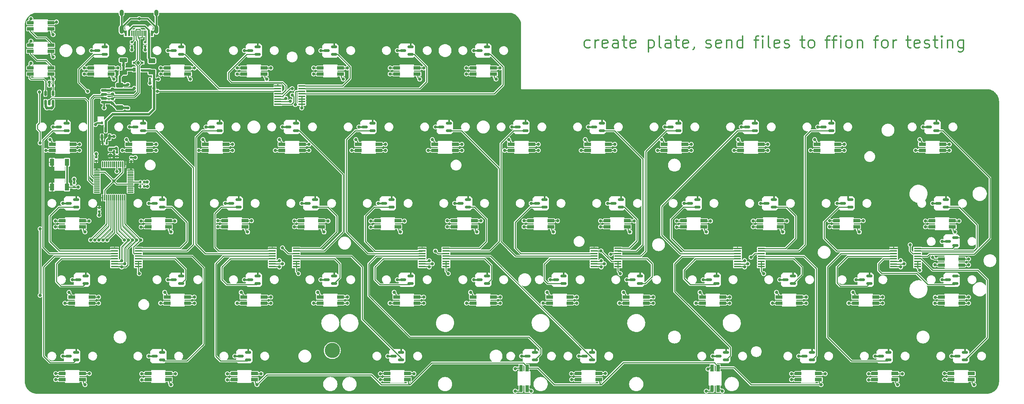
<source format=gbr>
%TF.GenerationSoftware,KiCad,Pcbnew,(7.0.0)*%
%TF.CreationDate,2023-11-27T23:21:45+01:00*%
%TF.ProjectId,vootington V4N,766f6f74-696e-4677-946f-6e2056344e2e,rev?*%
%TF.SameCoordinates,Original*%
%TF.FileFunction,Copper,L2,Bot*%
%TF.FilePolarity,Positive*%
%FSLAX46Y46*%
G04 Gerber Fmt 4.6, Leading zero omitted, Abs format (unit mm)*
G04 Created by KiCad (PCBNEW (7.0.0)) date 2023-11-27 23:21:45*
%MOMM*%
%LPD*%
G01*
G04 APERTURE LIST*
G04 Aperture macros list*
%AMRoundRect*
0 Rectangle with rounded corners*
0 $1 Rounding radius*
0 $2 $3 $4 $5 $6 $7 $8 $9 X,Y pos of 4 corners*
0 Add a 4 corners polygon primitive as box body*
4,1,4,$2,$3,$4,$5,$6,$7,$8,$9,$2,$3,0*
0 Add four circle primitives for the rounded corners*
1,1,$1+$1,$2,$3*
1,1,$1+$1,$4,$5*
1,1,$1+$1,$6,$7*
1,1,$1+$1,$8,$9*
0 Add four rect primitives between the rounded corners*
20,1,$1+$1,$2,$3,$4,$5,0*
20,1,$1+$1,$4,$5,$6,$7,0*
20,1,$1+$1,$6,$7,$8,$9,0*
20,1,$1+$1,$8,$9,$2,$3,0*%
G04 Aperture macros list end*
%ADD10C,0.300000*%
%TA.AperFunction,NonConductor*%
%ADD11C,0.300000*%
%TD*%
%TA.AperFunction,SMDPad,CuDef*%
%ADD12R,1.700000X0.820000*%
%TD*%
%TA.AperFunction,SMDPad,CuDef*%
%ADD13RoundRect,0.205000X0.645000X0.205000X-0.645000X0.205000X-0.645000X-0.205000X0.645000X-0.205000X0*%
%TD*%
%TA.AperFunction,SMDPad,CuDef*%
%ADD14R,0.820000X1.700000*%
%TD*%
%TA.AperFunction,SMDPad,CuDef*%
%ADD15RoundRect,0.205000X-0.205000X0.645000X-0.205000X-0.645000X0.205000X-0.645000X0.205000X0.645000X0*%
%TD*%
%TA.AperFunction,SMDPad,CuDef*%
%ADD16RoundRect,0.205000X-0.645000X-0.205000X0.645000X-0.205000X0.645000X0.205000X-0.645000X0.205000X0*%
%TD*%
%TA.AperFunction,ComponentPad*%
%ADD17C,3.800000*%
%TD*%
%TA.AperFunction,SMDPad,CuDef*%
%ADD18RoundRect,0.150000X0.150000X-0.512500X0.150000X0.512500X-0.150000X0.512500X-0.150000X-0.512500X0*%
%TD*%
%TA.AperFunction,SMDPad,CuDef*%
%ADD19RoundRect,0.150000X0.587500X0.150000X-0.587500X0.150000X-0.587500X-0.150000X0.587500X-0.150000X0*%
%TD*%
%TA.AperFunction,SMDPad,CuDef*%
%ADD20R,1.778000X0.419100*%
%TD*%
%TA.AperFunction,SMDPad,CuDef*%
%ADD21R,1.100000X1.800000*%
%TD*%
%TA.AperFunction,SMDPad,CuDef*%
%ADD22RoundRect,0.075000X0.662500X0.075000X-0.662500X0.075000X-0.662500X-0.075000X0.662500X-0.075000X0*%
%TD*%
%TA.AperFunction,SMDPad,CuDef*%
%ADD23RoundRect,0.075000X0.075000X0.662500X-0.075000X0.662500X-0.075000X-0.662500X0.075000X-0.662500X0*%
%TD*%
%TA.AperFunction,SMDPad,CuDef*%
%ADD24RoundRect,0.140000X0.140000X0.170000X-0.140000X0.170000X-0.140000X-0.170000X0.140000X-0.170000X0*%
%TD*%
%TA.AperFunction,SMDPad,CuDef*%
%ADD25RoundRect,0.135000X0.185000X-0.135000X0.185000X0.135000X-0.185000X0.135000X-0.185000X-0.135000X0*%
%TD*%
%TA.AperFunction,SMDPad,CuDef*%
%ADD26RoundRect,0.140000X-0.140000X-0.170000X0.140000X-0.170000X0.140000X0.170000X-0.140000X0.170000X0*%
%TD*%
%TA.AperFunction,SMDPad,CuDef*%
%ADD27R,0.700000X1.000000*%
%TD*%
%TA.AperFunction,SMDPad,CuDef*%
%ADD28R,0.700000X0.600000*%
%TD*%
%TA.AperFunction,SMDPad,CuDef*%
%ADD29RoundRect,0.140000X-0.170000X0.140000X-0.170000X-0.140000X0.170000X-0.140000X0.170000X0.140000X0*%
%TD*%
%TA.AperFunction,SMDPad,CuDef*%
%ADD30R,0.600000X1.450000*%
%TD*%
%TA.AperFunction,SMDPad,CuDef*%
%ADD31R,0.300000X1.450000*%
%TD*%
%TA.AperFunction,ComponentPad*%
%ADD32O,1.000000X1.600000*%
%TD*%
%TA.AperFunction,ComponentPad*%
%ADD33O,1.000000X2.100000*%
%TD*%
%TA.AperFunction,SMDPad,CuDef*%
%ADD34RoundRect,0.150000X-0.275000X0.150000X-0.275000X-0.150000X0.275000X-0.150000X0.275000X0.150000X0*%
%TD*%
%TA.AperFunction,SMDPad,CuDef*%
%ADD35RoundRect,0.175000X-0.225000X0.175000X-0.225000X-0.175000X0.225000X-0.175000X0.225000X0.175000X0*%
%TD*%
%TA.AperFunction,SMDPad,CuDef*%
%ADD36RoundRect,0.140000X0.170000X-0.140000X0.170000X0.140000X-0.170000X0.140000X-0.170000X-0.140000X0*%
%TD*%
%TA.AperFunction,SMDPad,CuDef*%
%ADD37RoundRect,0.150000X-0.625000X0.150000X-0.625000X-0.150000X0.625000X-0.150000X0.625000X0.150000X0*%
%TD*%
%TA.AperFunction,SMDPad,CuDef*%
%ADD38RoundRect,0.250000X-0.650000X0.350000X-0.650000X-0.350000X0.650000X-0.350000X0.650000X0.350000X0*%
%TD*%
%TA.AperFunction,SMDPad,CuDef*%
%ADD39RoundRect,0.250000X0.700000X-0.275000X0.700000X0.275000X-0.700000X0.275000X-0.700000X-0.275000X0*%
%TD*%
%TA.AperFunction,SMDPad,CuDef*%
%ADD40RoundRect,0.225000X0.250000X-0.225000X0.250000X0.225000X-0.250000X0.225000X-0.250000X-0.225000X0*%
%TD*%
%TA.AperFunction,SMDPad,CuDef*%
%ADD41RoundRect,0.150000X0.150000X-0.587500X0.150000X0.587500X-0.150000X0.587500X-0.150000X-0.587500X0*%
%TD*%
%TA.AperFunction,SMDPad,CuDef*%
%ADD42RoundRect,0.250000X-0.625000X0.375000X-0.625000X-0.375000X0.625000X-0.375000X0.625000X0.375000X0*%
%TD*%
%TA.AperFunction,ViaPad*%
%ADD43C,0.800000*%
%TD*%
%TA.AperFunction,Conductor*%
%ADD44C,0.250000*%
%TD*%
%TA.AperFunction,Conductor*%
%ADD45C,0.600000*%
%TD*%
%TA.AperFunction,Conductor*%
%ADD46C,0.381000*%
%TD*%
G04 APERTURE END LIST*
D10*
D11*
X167893750Y-21429285D02*
X167608035Y-21572142D01*
X167608035Y-21572142D02*
X167036607Y-21572142D01*
X167036607Y-21572142D02*
X166750892Y-21429285D01*
X166750892Y-21429285D02*
X166608035Y-21286428D01*
X166608035Y-21286428D02*
X166465178Y-21000714D01*
X166465178Y-21000714D02*
X166465178Y-20143571D01*
X166465178Y-20143571D02*
X166608035Y-19857857D01*
X166608035Y-19857857D02*
X166750892Y-19715000D01*
X166750892Y-19715000D02*
X167036607Y-19572142D01*
X167036607Y-19572142D02*
X167608035Y-19572142D01*
X167608035Y-19572142D02*
X167893750Y-19715000D01*
X169179464Y-21572142D02*
X169179464Y-19572142D01*
X169179464Y-20143571D02*
X169322321Y-19857857D01*
X169322321Y-19857857D02*
X169465179Y-19715000D01*
X169465179Y-19715000D02*
X169750893Y-19572142D01*
X169750893Y-19572142D02*
X170036607Y-19572142D01*
X172179464Y-21429285D02*
X171893750Y-21572142D01*
X171893750Y-21572142D02*
X171322322Y-21572142D01*
X171322322Y-21572142D02*
X171036607Y-21429285D01*
X171036607Y-21429285D02*
X170893750Y-21143571D01*
X170893750Y-21143571D02*
X170893750Y-20000714D01*
X170893750Y-20000714D02*
X171036607Y-19715000D01*
X171036607Y-19715000D02*
X171322322Y-19572142D01*
X171322322Y-19572142D02*
X171893750Y-19572142D01*
X171893750Y-19572142D02*
X172179464Y-19715000D01*
X172179464Y-19715000D02*
X172322322Y-20000714D01*
X172322322Y-20000714D02*
X172322322Y-20286428D01*
X172322322Y-20286428D02*
X170893750Y-20572142D01*
X174893751Y-21572142D02*
X174893751Y-20000714D01*
X174893751Y-20000714D02*
X174750893Y-19715000D01*
X174750893Y-19715000D02*
X174465179Y-19572142D01*
X174465179Y-19572142D02*
X173893751Y-19572142D01*
X173893751Y-19572142D02*
X173608036Y-19715000D01*
X174893751Y-21429285D02*
X174608036Y-21572142D01*
X174608036Y-21572142D02*
X173893751Y-21572142D01*
X173893751Y-21572142D02*
X173608036Y-21429285D01*
X173608036Y-21429285D02*
X173465179Y-21143571D01*
X173465179Y-21143571D02*
X173465179Y-20857857D01*
X173465179Y-20857857D02*
X173608036Y-20572142D01*
X173608036Y-20572142D02*
X173893751Y-20429285D01*
X173893751Y-20429285D02*
X174608036Y-20429285D01*
X174608036Y-20429285D02*
X174893751Y-20286428D01*
X175893751Y-19572142D02*
X177036608Y-19572142D01*
X176322322Y-18572142D02*
X176322322Y-21143571D01*
X176322322Y-21143571D02*
X176465179Y-21429285D01*
X176465179Y-21429285D02*
X176750894Y-21572142D01*
X176750894Y-21572142D02*
X177036608Y-21572142D01*
X179179465Y-21429285D02*
X178893751Y-21572142D01*
X178893751Y-21572142D02*
X178322323Y-21572142D01*
X178322323Y-21572142D02*
X178036608Y-21429285D01*
X178036608Y-21429285D02*
X177893751Y-21143571D01*
X177893751Y-21143571D02*
X177893751Y-20000714D01*
X177893751Y-20000714D02*
X178036608Y-19715000D01*
X178036608Y-19715000D02*
X178322323Y-19572142D01*
X178322323Y-19572142D02*
X178893751Y-19572142D01*
X178893751Y-19572142D02*
X179179465Y-19715000D01*
X179179465Y-19715000D02*
X179322323Y-20000714D01*
X179322323Y-20000714D02*
X179322323Y-20286428D01*
X179322323Y-20286428D02*
X177893751Y-20572142D01*
X182408037Y-19572142D02*
X182408037Y-22572142D01*
X182408037Y-19715000D02*
X182693752Y-19572142D01*
X182693752Y-19572142D02*
X183265180Y-19572142D01*
X183265180Y-19572142D02*
X183550894Y-19715000D01*
X183550894Y-19715000D02*
X183693752Y-19857857D01*
X183693752Y-19857857D02*
X183836609Y-20143571D01*
X183836609Y-20143571D02*
X183836609Y-21000714D01*
X183836609Y-21000714D02*
X183693752Y-21286428D01*
X183693752Y-21286428D02*
X183550894Y-21429285D01*
X183550894Y-21429285D02*
X183265180Y-21572142D01*
X183265180Y-21572142D02*
X182693752Y-21572142D01*
X182693752Y-21572142D02*
X182408037Y-21429285D01*
X185550895Y-21572142D02*
X185265180Y-21429285D01*
X185265180Y-21429285D02*
X185122323Y-21143571D01*
X185122323Y-21143571D02*
X185122323Y-18572142D01*
X187979467Y-21572142D02*
X187979467Y-20000714D01*
X187979467Y-20000714D02*
X187836609Y-19715000D01*
X187836609Y-19715000D02*
X187550895Y-19572142D01*
X187550895Y-19572142D02*
X186979467Y-19572142D01*
X186979467Y-19572142D02*
X186693752Y-19715000D01*
X187979467Y-21429285D02*
X187693752Y-21572142D01*
X187693752Y-21572142D02*
X186979467Y-21572142D01*
X186979467Y-21572142D02*
X186693752Y-21429285D01*
X186693752Y-21429285D02*
X186550895Y-21143571D01*
X186550895Y-21143571D02*
X186550895Y-20857857D01*
X186550895Y-20857857D02*
X186693752Y-20572142D01*
X186693752Y-20572142D02*
X186979467Y-20429285D01*
X186979467Y-20429285D02*
X187693752Y-20429285D01*
X187693752Y-20429285D02*
X187979467Y-20286428D01*
X188979467Y-19572142D02*
X190122324Y-19572142D01*
X189408038Y-18572142D02*
X189408038Y-21143571D01*
X189408038Y-21143571D02*
X189550895Y-21429285D01*
X189550895Y-21429285D02*
X189836610Y-21572142D01*
X189836610Y-21572142D02*
X190122324Y-21572142D01*
X192265181Y-21429285D02*
X191979467Y-21572142D01*
X191979467Y-21572142D02*
X191408039Y-21572142D01*
X191408039Y-21572142D02*
X191122324Y-21429285D01*
X191122324Y-21429285D02*
X190979467Y-21143571D01*
X190979467Y-21143571D02*
X190979467Y-20000714D01*
X190979467Y-20000714D02*
X191122324Y-19715000D01*
X191122324Y-19715000D02*
X191408039Y-19572142D01*
X191408039Y-19572142D02*
X191979467Y-19572142D01*
X191979467Y-19572142D02*
X192265181Y-19715000D01*
X192265181Y-19715000D02*
X192408039Y-20000714D01*
X192408039Y-20000714D02*
X192408039Y-20286428D01*
X192408039Y-20286428D02*
X190979467Y-20572142D01*
X193836610Y-21429285D02*
X193836610Y-21572142D01*
X193836610Y-21572142D02*
X193693753Y-21857857D01*
X193693753Y-21857857D02*
X193550896Y-22000714D01*
X196779467Y-21429285D02*
X197065181Y-21572142D01*
X197065181Y-21572142D02*
X197636610Y-21572142D01*
X197636610Y-21572142D02*
X197922324Y-21429285D01*
X197922324Y-21429285D02*
X198065181Y-21143571D01*
X198065181Y-21143571D02*
X198065181Y-21000714D01*
X198065181Y-21000714D02*
X197922324Y-20715000D01*
X197922324Y-20715000D02*
X197636610Y-20572142D01*
X197636610Y-20572142D02*
X197208039Y-20572142D01*
X197208039Y-20572142D02*
X196922324Y-20429285D01*
X196922324Y-20429285D02*
X196779467Y-20143571D01*
X196779467Y-20143571D02*
X196779467Y-20000714D01*
X196779467Y-20000714D02*
X196922324Y-19715000D01*
X196922324Y-19715000D02*
X197208039Y-19572142D01*
X197208039Y-19572142D02*
X197636610Y-19572142D01*
X197636610Y-19572142D02*
X197922324Y-19715000D01*
X200493752Y-21429285D02*
X200208038Y-21572142D01*
X200208038Y-21572142D02*
X199636610Y-21572142D01*
X199636610Y-21572142D02*
X199350895Y-21429285D01*
X199350895Y-21429285D02*
X199208038Y-21143571D01*
X199208038Y-21143571D02*
X199208038Y-20000714D01*
X199208038Y-20000714D02*
X199350895Y-19715000D01*
X199350895Y-19715000D02*
X199636610Y-19572142D01*
X199636610Y-19572142D02*
X200208038Y-19572142D01*
X200208038Y-19572142D02*
X200493752Y-19715000D01*
X200493752Y-19715000D02*
X200636610Y-20000714D01*
X200636610Y-20000714D02*
X200636610Y-20286428D01*
X200636610Y-20286428D02*
X199208038Y-20572142D01*
X201922324Y-19572142D02*
X201922324Y-21572142D01*
X201922324Y-19857857D02*
X202065181Y-19715000D01*
X202065181Y-19715000D02*
X202350896Y-19572142D01*
X202350896Y-19572142D02*
X202779467Y-19572142D01*
X202779467Y-19572142D02*
X203065181Y-19715000D01*
X203065181Y-19715000D02*
X203208039Y-20000714D01*
X203208039Y-20000714D02*
X203208039Y-21572142D01*
X205922325Y-21572142D02*
X205922325Y-18572142D01*
X205922325Y-21429285D02*
X205636610Y-21572142D01*
X205636610Y-21572142D02*
X205065182Y-21572142D01*
X205065182Y-21572142D02*
X204779467Y-21429285D01*
X204779467Y-21429285D02*
X204636610Y-21286428D01*
X204636610Y-21286428D02*
X204493753Y-21000714D01*
X204493753Y-21000714D02*
X204493753Y-20143571D01*
X204493753Y-20143571D02*
X204636610Y-19857857D01*
X204636610Y-19857857D02*
X204779467Y-19715000D01*
X204779467Y-19715000D02*
X205065182Y-19572142D01*
X205065182Y-19572142D02*
X205636610Y-19572142D01*
X205636610Y-19572142D02*
X205922325Y-19715000D01*
X208722325Y-19572142D02*
X209865182Y-19572142D01*
X209150896Y-21572142D02*
X209150896Y-19000714D01*
X209150896Y-19000714D02*
X209293753Y-18715000D01*
X209293753Y-18715000D02*
X209579468Y-18572142D01*
X209579468Y-18572142D02*
X209865182Y-18572142D01*
X210865182Y-21572142D02*
X210865182Y-19572142D01*
X210865182Y-18572142D02*
X210722325Y-18715000D01*
X210722325Y-18715000D02*
X210865182Y-18857857D01*
X210865182Y-18857857D02*
X211008039Y-18715000D01*
X211008039Y-18715000D02*
X210865182Y-18572142D01*
X210865182Y-18572142D02*
X210865182Y-18857857D01*
X212722325Y-21572142D02*
X212436610Y-21429285D01*
X212436610Y-21429285D02*
X212293753Y-21143571D01*
X212293753Y-21143571D02*
X212293753Y-18572142D01*
X215008039Y-21429285D02*
X214722325Y-21572142D01*
X214722325Y-21572142D02*
X214150897Y-21572142D01*
X214150897Y-21572142D02*
X213865182Y-21429285D01*
X213865182Y-21429285D02*
X213722325Y-21143571D01*
X213722325Y-21143571D02*
X213722325Y-20000714D01*
X213722325Y-20000714D02*
X213865182Y-19715000D01*
X213865182Y-19715000D02*
X214150897Y-19572142D01*
X214150897Y-19572142D02*
X214722325Y-19572142D01*
X214722325Y-19572142D02*
X215008039Y-19715000D01*
X215008039Y-19715000D02*
X215150897Y-20000714D01*
X215150897Y-20000714D02*
X215150897Y-20286428D01*
X215150897Y-20286428D02*
X213722325Y-20572142D01*
X216293754Y-21429285D02*
X216579468Y-21572142D01*
X216579468Y-21572142D02*
X217150897Y-21572142D01*
X217150897Y-21572142D02*
X217436611Y-21429285D01*
X217436611Y-21429285D02*
X217579468Y-21143571D01*
X217579468Y-21143571D02*
X217579468Y-21000714D01*
X217579468Y-21000714D02*
X217436611Y-20715000D01*
X217436611Y-20715000D02*
X217150897Y-20572142D01*
X217150897Y-20572142D02*
X216722326Y-20572142D01*
X216722326Y-20572142D02*
X216436611Y-20429285D01*
X216436611Y-20429285D02*
X216293754Y-20143571D01*
X216293754Y-20143571D02*
X216293754Y-20000714D01*
X216293754Y-20000714D02*
X216436611Y-19715000D01*
X216436611Y-19715000D02*
X216722326Y-19572142D01*
X216722326Y-19572142D02*
X217150897Y-19572142D01*
X217150897Y-19572142D02*
X217436611Y-19715000D01*
X220236611Y-19572142D02*
X221379468Y-19572142D01*
X220665182Y-18572142D02*
X220665182Y-21143571D01*
X220665182Y-21143571D02*
X220808039Y-21429285D01*
X220808039Y-21429285D02*
X221093754Y-21572142D01*
X221093754Y-21572142D02*
X221379468Y-21572142D01*
X222808040Y-21572142D02*
X222522325Y-21429285D01*
X222522325Y-21429285D02*
X222379468Y-21286428D01*
X222379468Y-21286428D02*
X222236611Y-21000714D01*
X222236611Y-21000714D02*
X222236611Y-20143571D01*
X222236611Y-20143571D02*
X222379468Y-19857857D01*
X222379468Y-19857857D02*
X222522325Y-19715000D01*
X222522325Y-19715000D02*
X222808040Y-19572142D01*
X222808040Y-19572142D02*
X223236611Y-19572142D01*
X223236611Y-19572142D02*
X223522325Y-19715000D01*
X223522325Y-19715000D02*
X223665183Y-19857857D01*
X223665183Y-19857857D02*
X223808040Y-20143571D01*
X223808040Y-20143571D02*
X223808040Y-21000714D01*
X223808040Y-21000714D02*
X223665183Y-21286428D01*
X223665183Y-21286428D02*
X223522325Y-21429285D01*
X223522325Y-21429285D02*
X223236611Y-21572142D01*
X223236611Y-21572142D02*
X222808040Y-21572142D01*
X226465183Y-19572142D02*
X227608040Y-19572142D01*
X226893754Y-21572142D02*
X226893754Y-19000714D01*
X226893754Y-19000714D02*
X227036611Y-18715000D01*
X227036611Y-18715000D02*
X227322326Y-18572142D01*
X227322326Y-18572142D02*
X227608040Y-18572142D01*
X228179469Y-19572142D02*
X229322326Y-19572142D01*
X228608040Y-21572142D02*
X228608040Y-19000714D01*
X228608040Y-19000714D02*
X228750897Y-18715000D01*
X228750897Y-18715000D02*
X229036612Y-18572142D01*
X229036612Y-18572142D02*
X229322326Y-18572142D01*
X230322326Y-21572142D02*
X230322326Y-19572142D01*
X230322326Y-18572142D02*
X230179469Y-18715000D01*
X230179469Y-18715000D02*
X230322326Y-18857857D01*
X230322326Y-18857857D02*
X230465183Y-18715000D01*
X230465183Y-18715000D02*
X230322326Y-18572142D01*
X230322326Y-18572142D02*
X230322326Y-18857857D01*
X232179469Y-21572142D02*
X231893754Y-21429285D01*
X231893754Y-21429285D02*
X231750897Y-21286428D01*
X231750897Y-21286428D02*
X231608040Y-21000714D01*
X231608040Y-21000714D02*
X231608040Y-20143571D01*
X231608040Y-20143571D02*
X231750897Y-19857857D01*
X231750897Y-19857857D02*
X231893754Y-19715000D01*
X231893754Y-19715000D02*
X232179469Y-19572142D01*
X232179469Y-19572142D02*
X232608040Y-19572142D01*
X232608040Y-19572142D02*
X232893754Y-19715000D01*
X232893754Y-19715000D02*
X233036612Y-19857857D01*
X233036612Y-19857857D02*
X233179469Y-20143571D01*
X233179469Y-20143571D02*
X233179469Y-21000714D01*
X233179469Y-21000714D02*
X233036612Y-21286428D01*
X233036612Y-21286428D02*
X232893754Y-21429285D01*
X232893754Y-21429285D02*
X232608040Y-21572142D01*
X232608040Y-21572142D02*
X232179469Y-21572142D01*
X234465183Y-19572142D02*
X234465183Y-21572142D01*
X234465183Y-19857857D02*
X234608040Y-19715000D01*
X234608040Y-19715000D02*
X234893755Y-19572142D01*
X234893755Y-19572142D02*
X235322326Y-19572142D01*
X235322326Y-19572142D02*
X235608040Y-19715000D01*
X235608040Y-19715000D02*
X235750898Y-20000714D01*
X235750898Y-20000714D02*
X235750898Y-21572142D01*
X238550898Y-19572142D02*
X239693755Y-19572142D01*
X238979469Y-21572142D02*
X238979469Y-19000714D01*
X238979469Y-19000714D02*
X239122326Y-18715000D01*
X239122326Y-18715000D02*
X239408041Y-18572142D01*
X239408041Y-18572142D02*
X239693755Y-18572142D01*
X241122327Y-21572142D02*
X240836612Y-21429285D01*
X240836612Y-21429285D02*
X240693755Y-21286428D01*
X240693755Y-21286428D02*
X240550898Y-21000714D01*
X240550898Y-21000714D02*
X240550898Y-20143571D01*
X240550898Y-20143571D02*
X240693755Y-19857857D01*
X240693755Y-19857857D02*
X240836612Y-19715000D01*
X240836612Y-19715000D02*
X241122327Y-19572142D01*
X241122327Y-19572142D02*
X241550898Y-19572142D01*
X241550898Y-19572142D02*
X241836612Y-19715000D01*
X241836612Y-19715000D02*
X241979470Y-19857857D01*
X241979470Y-19857857D02*
X242122327Y-20143571D01*
X242122327Y-20143571D02*
X242122327Y-21000714D01*
X242122327Y-21000714D02*
X241979470Y-21286428D01*
X241979470Y-21286428D02*
X241836612Y-21429285D01*
X241836612Y-21429285D02*
X241550898Y-21572142D01*
X241550898Y-21572142D02*
X241122327Y-21572142D01*
X243408041Y-21572142D02*
X243408041Y-19572142D01*
X243408041Y-20143571D02*
X243550898Y-19857857D01*
X243550898Y-19857857D02*
X243693756Y-19715000D01*
X243693756Y-19715000D02*
X243979470Y-19572142D01*
X243979470Y-19572142D02*
X244265184Y-19572142D01*
X246636613Y-19572142D02*
X247779470Y-19572142D01*
X247065184Y-18572142D02*
X247065184Y-21143571D01*
X247065184Y-21143571D02*
X247208041Y-21429285D01*
X247208041Y-21429285D02*
X247493756Y-21572142D01*
X247493756Y-21572142D02*
X247779470Y-21572142D01*
X249922327Y-21429285D02*
X249636613Y-21572142D01*
X249636613Y-21572142D02*
X249065185Y-21572142D01*
X249065185Y-21572142D02*
X248779470Y-21429285D01*
X248779470Y-21429285D02*
X248636613Y-21143571D01*
X248636613Y-21143571D02*
X248636613Y-20000714D01*
X248636613Y-20000714D02*
X248779470Y-19715000D01*
X248779470Y-19715000D02*
X249065185Y-19572142D01*
X249065185Y-19572142D02*
X249636613Y-19572142D01*
X249636613Y-19572142D02*
X249922327Y-19715000D01*
X249922327Y-19715000D02*
X250065185Y-20000714D01*
X250065185Y-20000714D02*
X250065185Y-20286428D01*
X250065185Y-20286428D02*
X248636613Y-20572142D01*
X251208042Y-21429285D02*
X251493756Y-21572142D01*
X251493756Y-21572142D02*
X252065185Y-21572142D01*
X252065185Y-21572142D02*
X252350899Y-21429285D01*
X252350899Y-21429285D02*
X252493756Y-21143571D01*
X252493756Y-21143571D02*
X252493756Y-21000714D01*
X252493756Y-21000714D02*
X252350899Y-20715000D01*
X252350899Y-20715000D02*
X252065185Y-20572142D01*
X252065185Y-20572142D02*
X251636614Y-20572142D01*
X251636614Y-20572142D02*
X251350899Y-20429285D01*
X251350899Y-20429285D02*
X251208042Y-20143571D01*
X251208042Y-20143571D02*
X251208042Y-20000714D01*
X251208042Y-20000714D02*
X251350899Y-19715000D01*
X251350899Y-19715000D02*
X251636614Y-19572142D01*
X251636614Y-19572142D02*
X252065185Y-19572142D01*
X252065185Y-19572142D02*
X252350899Y-19715000D01*
X253350899Y-19572142D02*
X254493756Y-19572142D01*
X253779470Y-18572142D02*
X253779470Y-21143571D01*
X253779470Y-21143571D02*
X253922327Y-21429285D01*
X253922327Y-21429285D02*
X254208042Y-21572142D01*
X254208042Y-21572142D02*
X254493756Y-21572142D01*
X255493756Y-21572142D02*
X255493756Y-19572142D01*
X255493756Y-18572142D02*
X255350899Y-18715000D01*
X255350899Y-18715000D02*
X255493756Y-18857857D01*
X255493756Y-18857857D02*
X255636613Y-18715000D01*
X255636613Y-18715000D02*
X255493756Y-18572142D01*
X255493756Y-18572142D02*
X255493756Y-18857857D01*
X256922327Y-19572142D02*
X256922327Y-21572142D01*
X256922327Y-19857857D02*
X257065184Y-19715000D01*
X257065184Y-19715000D02*
X257350899Y-19572142D01*
X257350899Y-19572142D02*
X257779470Y-19572142D01*
X257779470Y-19572142D02*
X258065184Y-19715000D01*
X258065184Y-19715000D02*
X258208042Y-20000714D01*
X258208042Y-20000714D02*
X258208042Y-21572142D01*
X260922328Y-19572142D02*
X260922328Y-22000714D01*
X260922328Y-22000714D02*
X260779470Y-22286428D01*
X260779470Y-22286428D02*
X260636613Y-22429285D01*
X260636613Y-22429285D02*
X260350899Y-22572142D01*
X260350899Y-22572142D02*
X259922328Y-22572142D01*
X259922328Y-22572142D02*
X259636613Y-22429285D01*
X260922328Y-21429285D02*
X260636613Y-21572142D01*
X260636613Y-21572142D02*
X260065185Y-21572142D01*
X260065185Y-21572142D02*
X259779470Y-21429285D01*
X259779470Y-21429285D02*
X259636613Y-21286428D01*
X259636613Y-21286428D02*
X259493756Y-21000714D01*
X259493756Y-21000714D02*
X259493756Y-20143571D01*
X259493756Y-20143571D02*
X259636613Y-19857857D01*
X259636613Y-19857857D02*
X259779470Y-19715000D01*
X259779470Y-19715000D02*
X260065185Y-19572142D01*
X260065185Y-19572142D02*
X260636613Y-19572142D01*
X260636613Y-19572142D02*
X260922328Y-19715000D01*
D12*
%TO.P,D56,1,VDD*%
%TO.N,+5V*%
X33562499Y-16789999D03*
%TO.P,D56,2,DOUT*%
%TO.N,Net-(D53-DIN)*%
X33562499Y-15289999D03*
%TO.P,D56,4,DIN*%
%TO.N,Net-(D55-DOUT)*%
X28462499Y-16789999D03*
D13*
%TO.P,D56,3,VSS*%
%TO.N,GND*%
X28462500Y-15290000D03*
%TD*%
D12*
%TO.P,D55,1,VDD*%
%TO.N,+5V*%
X33562499Y-22422499D03*
%TO.P,D55,2,DOUT*%
%TO.N,Net-(D55-DOUT)*%
X33562499Y-20922499D03*
%TO.P,D55,4,DIN*%
%TO.N,Net-(D54-DOUT)*%
X28462499Y-22422499D03*
D13*
%TO.P,D55,3,VSS*%
%TO.N,GND*%
X28462500Y-20922500D03*
%TD*%
D12*
%TO.P,D54,1,VDD*%
%TO.N,+5V*%
X33562499Y-28054999D03*
%TO.P,D54,2,DOUT*%
%TO.N,Net-(D54-DOUT)*%
X33562499Y-26554999D03*
%TO.P,D54,4,DIN*%
%TO.N,RGB*%
X28462499Y-28054999D03*
D13*
%TO.P,D54,3,VSS*%
%TO.N,GND*%
X28462500Y-26555000D03*
%TD*%
D12*
%TO.P,D53,1,VDD*%
%TO.N,+5V*%
X48587499Y-28078999D03*
%TO.P,D53,2,DOUT*%
%TO.N,Net-(D52-DIN)*%
X48587499Y-26578999D03*
%TO.P,D53,4,DIN*%
%TO.N,Net-(D53-DIN)*%
X43487499Y-28078999D03*
D13*
%TO.P,D53,3,VSS*%
%TO.N,GND*%
X43487500Y-26579000D03*
%TD*%
D12*
%TO.P,D52,1,VDD*%
%TO.N,+5V*%
X67637499Y-28078999D03*
%TO.P,D52,2,DOUT*%
%TO.N,Net-(D51-DIN)*%
X67637499Y-26578999D03*
%TO.P,D52,4,DIN*%
%TO.N,Net-(D52-DIN)*%
X62537499Y-28078999D03*
D13*
%TO.P,D52,3,VSS*%
%TO.N,GND*%
X62537500Y-26579000D03*
%TD*%
D12*
%TO.P,D51,1,VDD*%
%TO.N,+5V*%
X86687499Y-28078999D03*
%TO.P,D51,2,DOUT*%
%TO.N,Net-(D50-DIN)*%
X86687499Y-26578999D03*
%TO.P,D51,4,DIN*%
%TO.N,Net-(D51-DIN)*%
X81587499Y-28078999D03*
D13*
%TO.P,D51,3,VSS*%
%TO.N,GND*%
X81587500Y-26579000D03*
%TD*%
D12*
%TO.P,D50,1,VDD*%
%TO.N,+5V*%
X105737499Y-28078999D03*
%TO.P,D50,2,DOUT*%
%TO.N,Net-(D43-DIN)*%
X105737499Y-26578999D03*
%TO.P,D50,4,DIN*%
%TO.N,Net-(D50-DIN)*%
X100637499Y-28078999D03*
D13*
%TO.P,D50,3,VSS*%
%TO.N,GND*%
X100637500Y-26579000D03*
%TD*%
D12*
%TO.P,D49,1,VDD*%
%TO.N,+5V*%
X170031249Y-104278999D03*
%TO.P,D49,2,DOUT*%
%TO.N,Net-(D48-DIN)*%
X170031249Y-102778999D03*
%TO.P,D49,4,DIN*%
%TO.N,Net-(D38-DOUT)*%
X164931249Y-104278999D03*
D13*
%TO.P,D49,3,VSS*%
%TO.N,GND*%
X164931250Y-102779000D03*
%TD*%
D14*
%TO.P,D48,1,VDD*%
%TO.N,+5V*%
X199804851Y-101431249D03*
%TO.P,D48,2,DOUT*%
%TO.N,Net-(D47-DIN)*%
X198304851Y-101431249D03*
%TO.P,D48,4,DIN*%
%TO.N,Net-(D48-DIN)*%
X199804851Y-106531249D03*
D15*
%TO.P,D48,3,VSS*%
%TO.N,GND*%
X198304852Y-106531250D03*
%TD*%
D12*
%TO.P,D47,1,VDD*%
%TO.N,+5V*%
X224799999Y-104278999D03*
%TO.P,D47,2,DOUT*%
%TO.N,Net-(D46-DIN)*%
X224799999Y-102778999D03*
%TO.P,D47,4,DIN*%
%TO.N,Net-(D47-DIN)*%
X219699999Y-104278999D03*
D13*
%TO.P,D47,3,VSS*%
%TO.N,GND*%
X219700000Y-102779000D03*
%TD*%
D12*
%TO.P,D46,1,VDD*%
%TO.N,+5V*%
X243849999Y-104278999D03*
%TO.P,D46,2,DOUT*%
%TO.N,Net-(D45-DIN)*%
X243849999Y-102778999D03*
%TO.P,D46,4,DIN*%
%TO.N,Net-(D46-DIN)*%
X238749999Y-104278999D03*
D13*
%TO.P,D46,3,VSS*%
%TO.N,GND*%
X238750000Y-102779000D03*
%TD*%
D12*
%TO.P,D45,1,VDD*%
%TO.N,+5V*%
X262899999Y-104278999D03*
%TO.P,D45,2,DOUT*%
%TO.N,unconnected-(D45-DOUT-Pad2)*%
X262899999Y-102778999D03*
%TO.P,D45,4,DIN*%
%TO.N,Net-(D45-DIN)*%
X257799999Y-104278999D03*
D13*
%TO.P,D45,3,VSS*%
%TO.N,GND*%
X257800000Y-102779000D03*
%TD*%
D12*
%TO.P,D44,1,VDD*%
%TO.N,+5V*%
X255418749Y-83728999D03*
%TO.P,D44,2,DOUT*%
%TO.N,Net-(D30-DIN)*%
X255418749Y-85228999D03*
%TO.P,D44,4,DIN*%
%TO.N,Net-(D31-DOUT)*%
X260518749Y-83728999D03*
D16*
%TO.P,D44,3,VSS*%
%TO.N,GND*%
X260518750Y-85229000D03*
%TD*%
D12*
%TO.P,D43,1,VDD*%
%TO.N,+5V*%
X124787499Y-28078999D03*
%TO.P,D43,2,DOUT*%
%TO.N,Net-(D1-DIN)*%
X124787499Y-26578999D03*
%TO.P,D43,4,DIN*%
%TO.N,Net-(D43-DIN)*%
X119687499Y-28078999D03*
D13*
%TO.P,D43,3,VSS*%
%TO.N,GND*%
X119687500Y-26579000D03*
%TD*%
D12*
%TO.P,D42,1,VDD*%
%TO.N,+5V*%
X41443749Y-104278999D03*
%TO.P,D42,2,DOUT*%
%TO.N,Net-(D41-DIN)*%
X41443749Y-102778999D03*
%TO.P,D42,4,DIN*%
%TO.N,Net-(D32-DOUT)*%
X36343749Y-104278999D03*
D13*
%TO.P,D42,3,VSS*%
%TO.N,GND*%
X36343750Y-102779000D03*
%TD*%
D12*
%TO.P,D41,1,VDD*%
%TO.N,+5V*%
X62874999Y-104278999D03*
%TO.P,D41,2,DOUT*%
%TO.N,Net-(D40-DIN)*%
X62874999Y-102778999D03*
%TO.P,D41,4,DIN*%
%TO.N,Net-(D41-DIN)*%
X57774999Y-104278999D03*
D13*
%TO.P,D41,3,VSS*%
%TO.N,GND*%
X57775000Y-102779000D03*
%TD*%
D12*
%TO.P,D40,1,VDD*%
%TO.N,+5V*%
X84306249Y-104278999D03*
%TO.P,D40,2,DOUT*%
%TO.N,Net-(D39-DIN)*%
X84306249Y-102778999D03*
%TO.P,D40,4,DIN*%
%TO.N,Net-(D40-DIN)*%
X79206249Y-104278999D03*
D13*
%TO.P,D40,3,VSS*%
%TO.N,GND*%
X79206250Y-102779000D03*
%TD*%
D12*
%TO.P,D39,1,VDD*%
%TO.N,+5V*%
X122406249Y-104278999D03*
%TO.P,D39,2,DOUT*%
%TO.N,Net-(D38-DIN)*%
X122406249Y-102778999D03*
%TO.P,D39,4,DIN*%
%TO.N,Net-(D39-DIN)*%
X117306249Y-104278999D03*
D13*
%TO.P,D39,3,VSS*%
%TO.N,GND*%
X117306250Y-102779000D03*
%TD*%
D14*
%TO.P,D38,1,VDD*%
%TO.N,+5V*%
X152179851Y-101431249D03*
%TO.P,D38,2,DOUT*%
%TO.N,Net-(D38-DOUT)*%
X150679851Y-101431249D03*
%TO.P,D38,4,DIN*%
%TO.N,Net-(D38-DIN)*%
X152179851Y-106531249D03*
D15*
%TO.P,D38,3,VSS*%
%TO.N,GND*%
X150679852Y-106531250D03*
%TD*%
D12*
%TO.P,D37,1,VDD*%
%TO.N,+5V*%
X138737499Y-83728999D03*
%TO.P,D37,2,DOUT*%
%TO.N,Net-(D36-DIN)*%
X138737499Y-85228999D03*
%TO.P,D37,4,DIN*%
%TO.N,Net-(D26-DOUT)*%
X143837499Y-83728999D03*
D16*
%TO.P,D37,3,VSS*%
%TO.N,GND*%
X143837500Y-85229000D03*
%TD*%
D12*
%TO.P,D36,1,VDD*%
%TO.N,+5V*%
X119687499Y-83728999D03*
%TO.P,D36,2,DOUT*%
%TO.N,Net-(D35-DIN)*%
X119687499Y-85228999D03*
%TO.P,D36,4,DIN*%
%TO.N,Net-(D36-DIN)*%
X124787499Y-83728999D03*
D16*
%TO.P,D36,3,VSS*%
%TO.N,GND*%
X124787500Y-85229000D03*
%TD*%
D12*
%TO.P,D35,1,VDD*%
%TO.N,+5V*%
X100637499Y-83728999D03*
%TO.P,D35,2,DOUT*%
%TO.N,Net-(D34-DIN)*%
X100637499Y-85228999D03*
%TO.P,D35,4,DIN*%
%TO.N,Net-(D35-DIN)*%
X105737499Y-83728999D03*
D16*
%TO.P,D35,3,VSS*%
%TO.N,GND*%
X105737500Y-85229000D03*
%TD*%
D12*
%TO.P,D34,1,VDD*%
%TO.N,+5V*%
X81587499Y-83728999D03*
%TO.P,D34,2,DOUT*%
%TO.N,Net-(D33-DIN)*%
X81587499Y-85228999D03*
%TO.P,D34,4,DIN*%
%TO.N,Net-(D34-DIN)*%
X86687499Y-83728999D03*
D16*
%TO.P,D34,3,VSS*%
%TO.N,GND*%
X86687500Y-85229000D03*
%TD*%
D12*
%TO.P,D33,1,VDD*%
%TO.N,+5V*%
X62537499Y-83728999D03*
%TO.P,D33,2,DOUT*%
%TO.N,Net-(D32-DIN)*%
X62537499Y-85228999D03*
%TO.P,D33,4,DIN*%
%TO.N,Net-(D33-DIN)*%
X67637499Y-83728999D03*
D16*
%TO.P,D33,3,VSS*%
%TO.N,GND*%
X67637500Y-85229000D03*
%TD*%
D12*
%TO.P,D32,1,VDD*%
%TO.N,+5V*%
X38724999Y-83728999D03*
%TO.P,D32,2,DOUT*%
%TO.N,Net-(D32-DOUT)*%
X38724999Y-85228999D03*
%TO.P,D32,4,DIN*%
%TO.N,Net-(D32-DIN)*%
X43824999Y-83728999D03*
D16*
%TO.P,D32,3,VSS*%
%TO.N,GND*%
X43825000Y-85229000D03*
%TD*%
D12*
%TO.P,D31,1,VDD*%
%TO.N,+5V*%
X255418749Y-74203999D03*
%TO.P,D31,2,DOUT*%
%TO.N,Net-(D31-DOUT)*%
X255418749Y-75703999D03*
%TO.P,D31,4,DIN*%
%TO.N,Net-(D20-DOUT)*%
X260518749Y-74203999D03*
D16*
%TO.P,D31,3,VSS*%
%TO.N,GND*%
X260518750Y-75704000D03*
%TD*%
D12*
%TO.P,D30,1,VDD*%
%TO.N,+5V*%
X233987499Y-83728999D03*
%TO.P,D30,2,DOUT*%
%TO.N,Net-(D29-DIN)*%
X233987499Y-85228999D03*
%TO.P,D30,4,DIN*%
%TO.N,Net-(D30-DIN)*%
X239087499Y-83728999D03*
D16*
%TO.P,D30,3,VSS*%
%TO.N,GND*%
X239087500Y-85229000D03*
%TD*%
D12*
%TO.P,D29,1,VDD*%
%TO.N,+5V*%
X214937499Y-83728999D03*
%TO.P,D29,2,DOUT*%
%TO.N,Net-(D28-DIN)*%
X214937499Y-85228999D03*
%TO.P,D29,4,DIN*%
%TO.N,Net-(D29-DIN)*%
X220037499Y-83728999D03*
D16*
%TO.P,D29,3,VSS*%
%TO.N,GND*%
X220037500Y-85229000D03*
%TD*%
D12*
%TO.P,D28,1,VDD*%
%TO.N,+5V*%
X195887499Y-83728999D03*
%TO.P,D28,2,DOUT*%
%TO.N,Net-(D27-DIN)*%
X195887499Y-85228999D03*
%TO.P,D28,4,DIN*%
%TO.N,Net-(D28-DIN)*%
X200987499Y-83728999D03*
D16*
%TO.P,D28,3,VSS*%
%TO.N,GND*%
X200987500Y-85229000D03*
%TD*%
D12*
%TO.P,D27,1,VDD*%
%TO.N,+5V*%
X176837499Y-83728999D03*
%TO.P,D27,2,DOUT*%
%TO.N,Net-(D26-DIN)*%
X176837499Y-85228999D03*
%TO.P,D27,4,DIN*%
%TO.N,Net-(D27-DIN)*%
X181937499Y-83728999D03*
D16*
%TO.P,D27,3,VSS*%
%TO.N,GND*%
X181937500Y-85229000D03*
%TD*%
D12*
%TO.P,D26,1,VDD*%
%TO.N,+5V*%
X157787499Y-83728999D03*
%TO.P,D26,2,DOUT*%
%TO.N,Net-(D26-DOUT)*%
X157787499Y-85228999D03*
%TO.P,D26,4,DIN*%
%TO.N,Net-(D26-DIN)*%
X162887499Y-83728999D03*
D16*
%TO.P,D26,3,VSS*%
%TO.N,GND*%
X162887500Y-85229000D03*
%TD*%
D12*
%TO.P,D25,1,VDD*%
%TO.N,+5V*%
X158124999Y-66178999D03*
%TO.P,D25,2,DOUT*%
%TO.N,Net-(D24-DIN)*%
X158124999Y-64678999D03*
%TO.P,D25,4,DIN*%
%TO.N,Net-(D14-DOUT)*%
X153024999Y-66178999D03*
D13*
%TO.P,D25,3,VSS*%
%TO.N,GND*%
X153025000Y-64679000D03*
%TD*%
D12*
%TO.P,D24,1,VDD*%
%TO.N,+5V*%
X177174999Y-66178999D03*
%TO.P,D24,2,DOUT*%
%TO.N,Net-(D23-DIN)*%
X177174999Y-64678999D03*
%TO.P,D24,4,DIN*%
%TO.N,Net-(D24-DIN)*%
X172074999Y-66178999D03*
D13*
%TO.P,D24,3,VSS*%
%TO.N,GND*%
X172075000Y-64679000D03*
%TD*%
D12*
%TO.P,D23,1,VDD*%
%TO.N,+5V*%
X196224999Y-66178999D03*
%TO.P,D23,2,DOUT*%
%TO.N,Net-(D22-DIN)*%
X196224999Y-64678999D03*
%TO.P,D23,4,DIN*%
%TO.N,Net-(D23-DIN)*%
X191124999Y-66178999D03*
D13*
%TO.P,D23,3,VSS*%
%TO.N,GND*%
X191125000Y-64679000D03*
%TD*%
D12*
%TO.P,D22,1,VDD*%
%TO.N,+5V*%
X215274999Y-66178999D03*
%TO.P,D22,2,DOUT*%
%TO.N,Net-(D21-DIN)*%
X215274999Y-64678999D03*
%TO.P,D22,4,DIN*%
%TO.N,Net-(D22-DIN)*%
X210174999Y-66178999D03*
D13*
%TO.P,D22,3,VSS*%
%TO.N,GND*%
X210175000Y-64679000D03*
%TD*%
D12*
%TO.P,D21,1,VDD*%
%TO.N,+5V*%
X234324999Y-66178999D03*
%TO.P,D21,2,DOUT*%
%TO.N,Net-(D20-DIN)*%
X234324999Y-64678999D03*
%TO.P,D21,4,DIN*%
%TO.N,Net-(D21-DIN)*%
X229224999Y-66178999D03*
D13*
%TO.P,D21,3,VSS*%
%TO.N,GND*%
X229225000Y-64679000D03*
%TD*%
D12*
%TO.P,D20,1,VDD*%
%TO.N,+5V*%
X258137499Y-66178999D03*
%TO.P,D20,2,DOUT*%
%TO.N,Net-(D20-DOUT)*%
X258137499Y-64678999D03*
%TO.P,D20,4,DIN*%
%TO.N,Net-(D20-DIN)*%
X253037499Y-66178999D03*
D13*
%TO.P,D20,3,VSS*%
%TO.N,GND*%
X253037500Y-64679000D03*
%TD*%
D12*
%TO.P,D19,1,VDD*%
%TO.N,+5V*%
X41443749Y-66178999D03*
%TO.P,D19,2,DOUT*%
%TO.N,Net-(D18-DIN)*%
X41443749Y-64678999D03*
%TO.P,D19,4,DIN*%
%TO.N,Net-(D19-DIN)*%
X36343749Y-66178999D03*
D13*
%TO.P,D19,3,VSS*%
%TO.N,GND*%
X36343750Y-64679000D03*
%TD*%
D12*
%TO.P,D18,1,VDD*%
%TO.N,+5V*%
X62874999Y-66178999D03*
%TO.P,D18,2,DOUT*%
%TO.N,Net-(D17-DIN)*%
X62874999Y-64678999D03*
%TO.P,D18,4,DIN*%
%TO.N,Net-(D18-DIN)*%
X57774999Y-66178999D03*
D13*
%TO.P,D18,3,VSS*%
%TO.N,GND*%
X57775000Y-64679000D03*
%TD*%
D12*
%TO.P,D17,1,VDD*%
%TO.N,+5V*%
X81924999Y-66178999D03*
%TO.P,D17,2,DOUT*%
%TO.N,Net-(D16-DIN)*%
X81924999Y-64678999D03*
%TO.P,D17,4,DIN*%
%TO.N,Net-(D17-DIN)*%
X76824999Y-66178999D03*
D13*
%TO.P,D17,3,VSS*%
%TO.N,GND*%
X76825000Y-64679000D03*
%TD*%
D12*
%TO.P,D16,1,VDD*%
%TO.N,+5V*%
X100974999Y-66178999D03*
%TO.P,D16,2,DOUT*%
%TO.N,Net-(D15-DIN)*%
X100974999Y-64678999D03*
%TO.P,D16,4,DIN*%
%TO.N,Net-(D16-DIN)*%
X95874999Y-66178999D03*
D13*
%TO.P,D16,3,VSS*%
%TO.N,GND*%
X95875000Y-64679000D03*
%TD*%
D12*
%TO.P,D15,1,VDD*%
%TO.N,+5V*%
X120024999Y-66178999D03*
%TO.P,D15,2,DOUT*%
%TO.N,Net-(D14-DIN)*%
X120024999Y-64678999D03*
%TO.P,D15,4,DIN*%
%TO.N,Net-(D15-DIN)*%
X114924999Y-66178999D03*
D13*
%TO.P,D15,3,VSS*%
%TO.N,GND*%
X114925000Y-64679000D03*
%TD*%
D12*
%TO.P,D14,1,VDD*%
%TO.N,+5V*%
X139074999Y-66178999D03*
%TO.P,D14,2,DOUT*%
%TO.N,Net-(D14-DOUT)*%
X139074999Y-64678999D03*
%TO.P,D14,4,DIN*%
%TO.N,Net-(D14-DIN)*%
X133974999Y-66178999D03*
D13*
%TO.P,D14,3,VSS*%
%TO.N,GND*%
X133975000Y-64679000D03*
%TD*%
D12*
%TO.P,D13,1,VDD*%
%TO.N,+5V*%
X250656249Y-45628999D03*
%TO.P,D13,2,DOUT*%
%TO.N,Net-(D12-DIN)*%
X250656249Y-47128999D03*
%TO.P,D13,4,DIN*%
%TO.N,Net-(D1-DOUT)*%
X255756249Y-45628999D03*
D16*
%TO.P,D13,3,VSS*%
%TO.N,GND*%
X255756250Y-47129000D03*
%TD*%
D12*
%TO.P,D12,1,VDD*%
%TO.N,+5V*%
X224462499Y-45628999D03*
%TO.P,D12,2,DOUT*%
%TO.N,Net-(D11-DIN)*%
X224462499Y-47128999D03*
%TO.P,D12,4,DIN*%
%TO.N,Net-(D12-DIN)*%
X229562499Y-45628999D03*
D16*
%TO.P,D12,3,VSS*%
%TO.N,GND*%
X229562500Y-47129000D03*
%TD*%
D12*
%TO.P,D11,1,VDD*%
%TO.N,+5V*%
X205412499Y-45628999D03*
%TO.P,D11,2,DOUT*%
%TO.N,Net-(D10-DIN)*%
X205412499Y-47128999D03*
%TO.P,D11,4,DIN*%
%TO.N,Net-(D11-DIN)*%
X210512499Y-45628999D03*
D16*
%TO.P,D11,3,VSS*%
%TO.N,GND*%
X210512500Y-47129000D03*
%TD*%
D12*
%TO.P,D10,1,VDD*%
%TO.N,+5V*%
X186362499Y-45628999D03*
%TO.P,D10,2,DOUT*%
%TO.N,Net-(D10-DOUT)*%
X186362499Y-47128999D03*
%TO.P,D10,4,DIN*%
%TO.N,Net-(D10-DIN)*%
X191462499Y-45628999D03*
D16*
%TO.P,D10,3,VSS*%
%TO.N,GND*%
X191462500Y-47129000D03*
%TD*%
D12*
%TO.P,D9,1,VDD*%
%TO.N,+5V*%
X167312499Y-45628999D03*
%TO.P,D9,2,DOUT*%
%TO.N,Net-(D8-DIN)*%
X167312499Y-47128999D03*
%TO.P,D9,4,DIN*%
%TO.N,Net-(D10-DOUT)*%
X172412499Y-45628999D03*
D16*
%TO.P,D9,3,VSS*%
%TO.N,GND*%
X172412500Y-47129000D03*
%TD*%
D12*
%TO.P,D8,1,VDD*%
%TO.N,+5V*%
X148262499Y-45628999D03*
%TO.P,D8,2,DOUT*%
%TO.N,Net-(D7-DIN)*%
X148262499Y-47128999D03*
%TO.P,D8,4,DIN*%
%TO.N,Net-(D8-DIN)*%
X153362499Y-45628999D03*
D16*
%TO.P,D8,3,VSS*%
%TO.N,GND*%
X153362500Y-47129000D03*
%TD*%
D12*
%TO.P,D7,1,VDD*%
%TO.N,+5V*%
X129212499Y-45628999D03*
%TO.P,D7,2,DOUT*%
%TO.N,Net-(D6-DIN)*%
X129212499Y-47128999D03*
%TO.P,D7,4,DIN*%
%TO.N,Net-(D7-DIN)*%
X134312499Y-45628999D03*
D16*
%TO.P,D7,3,VSS*%
%TO.N,GND*%
X134312500Y-47129000D03*
%TD*%
D12*
%TO.P,D6,1,VDD*%
%TO.N,+5V*%
X110162499Y-45628999D03*
%TO.P,D6,2,DOUT*%
%TO.N,Net-(D5-DIN)*%
X110162499Y-47128999D03*
%TO.P,D6,4,DIN*%
%TO.N,Net-(D6-DIN)*%
X115262499Y-45628999D03*
D16*
%TO.P,D6,3,VSS*%
%TO.N,GND*%
X115262500Y-47129000D03*
%TD*%
D12*
%TO.P,D5,1,VDD*%
%TO.N,+5V*%
X91112499Y-45628999D03*
%TO.P,D5,2,DOUT*%
%TO.N,Net-(D4-DIN)*%
X91112499Y-47128999D03*
%TO.P,D5,4,DIN*%
%TO.N,Net-(D5-DIN)*%
X96212499Y-45628999D03*
D16*
%TO.P,D5,3,VSS*%
%TO.N,GND*%
X96212500Y-47129000D03*
%TD*%
D12*
%TO.P,D4,1,VDD*%
%TO.N,+5V*%
X72062499Y-45628999D03*
%TO.P,D4,2,DOUT*%
%TO.N,Net-(D3-DIN)*%
X72062499Y-47128999D03*
%TO.P,D4,4,DIN*%
%TO.N,Net-(D4-DIN)*%
X77162499Y-45628999D03*
D16*
%TO.P,D4,3,VSS*%
%TO.N,GND*%
X77162500Y-47129000D03*
%TD*%
D12*
%TO.P,D3,1,VDD*%
%TO.N,+5V*%
X53012499Y-45628999D03*
%TO.P,D3,2,DOUT*%
%TO.N,Net-(D2-DIN)*%
X53012499Y-47128999D03*
%TO.P,D3,4,DIN*%
%TO.N,Net-(D3-DIN)*%
X58112499Y-45628999D03*
D16*
%TO.P,D3,3,VSS*%
%TO.N,GND*%
X58112500Y-47129000D03*
%TD*%
D12*
%TO.P,D2,1,VDD*%
%TO.N,+5V*%
X33962499Y-45628999D03*
%TO.P,D2,2,DOUT*%
%TO.N,Net-(D19-DIN)*%
X33962499Y-47128999D03*
%TO.P,D2,4,DIN*%
%TO.N,Net-(D2-DIN)*%
X39062499Y-45628999D03*
D16*
%TO.P,D2,3,VSS*%
%TO.N,GND*%
X39062500Y-47129000D03*
%TD*%
D12*
%TO.P,D1,1,VDD*%
%TO.N,+5V*%
X143837499Y-28078999D03*
%TO.P,D1,2,DOUT*%
%TO.N,Net-(D1-DOUT)*%
X143837499Y-26578999D03*
%TO.P,D1,4,DIN*%
%TO.N,Net-(D1-DIN)*%
X138737499Y-28078999D03*
D13*
%TO.P,D1,3,VSS*%
%TO.N,GND*%
X138737500Y-26579000D03*
%TD*%
D17*
%TO.P,H7,1*%
%TO.N,N/C*%
X103662500Y-97024000D03*
%TD*%
D18*
%TO.P,U46,1*%
%TO.N,GND*%
X34093250Y-35172250D03*
%TO.P,U46,2*%
%TO.N,RGB MCU*%
X33143250Y-35172250D03*
%TO.P,U46,3,GND*%
%TO.N,GND*%
X32193250Y-35172250D03*
%TO.P,U46,4*%
%TO.N,RGB*%
X32193250Y-32897250D03*
%TO.P,U46,5,VCC*%
%TO.N,+5V*%
X34093250Y-32897250D03*
%TD*%
D19*
%TO.P,U45,1,VDD*%
%TO.N,+3V3*%
X258906250Y-68900000D03*
%TO.P,U45,2,OUT*%
%TO.N,K_47*%
X258906250Y-70800000D03*
%TO.P,U45,3,GND*%
%TO.N,GND*%
X257031250Y-69850000D03*
%TD*%
D20*
%TO.P,U53,1,A4*%
%TO.N,K_22*%
X210569635Y-71563904D03*
%TO.P,U53,2,A6*%
%TO.N,K_11*%
X210569635Y-72214144D03*
%TO.P,U53,3,A*%
%TO.N,ADC1*%
X210569635Y-72864384D03*
%TO.P,U53,4,A7*%
%TO.N,K_44*%
X210569635Y-73514624D03*
%TO.P,U53,5,A5*%
%TO.N,K_34*%
X210569635Y-74159784D03*
%TO.P,U53,6,~{E}*%
%TO.N,GND*%
X210569635Y-74810024D03*
%TO.P,U53,7,VEE*%
X210569635Y-75460264D03*
%TO.P,U53,8,GND*%
X210569635Y-76110504D03*
%TO.P,U53,9,S2*%
%TO.N,SELECT2*%
X204620955Y-76110504D03*
%TO.P,U53,10,S1*%
%TO.N,SELECT1*%
X204620955Y-75460264D03*
%TO.P,U53,11,S0*%
%TO.N,SELECT0*%
X204620955Y-74810024D03*
%TO.P,U53,12,A3*%
%TO.N,K_33*%
X204620955Y-74159784D03*
%TO.P,U53,13,A0*%
%TO.N,K_43*%
X204620955Y-73514624D03*
%TO.P,U53,14,A1*%
%TO.N,K_10*%
X204620955Y-72864384D03*
%TO.P,U53,15,A2*%
%TO.N,K_21*%
X204620955Y-72214144D03*
%TO.P,U53,16,VCC*%
%TO.N,+3V3*%
X204620955Y-71563904D03*
%TD*%
D19*
%TO.P,U43,1,VDD*%
%TO.N,+3V3*%
X201756250Y-97475000D03*
%TO.P,U43,2,OUT*%
%TO.N,K_43*%
X201756250Y-99375000D03*
%TO.P,U43,3,GND*%
%TO.N,GND*%
X199881250Y-98425000D03*
%TD*%
%TO.P,U39,1,VDD*%
%TO.N,+3V3*%
X39831250Y-97475000D03*
%TO.P,U39,2,OUT*%
%TO.N,K_37*%
X39831250Y-99375000D03*
%TO.P,U39,3,GND*%
%TO.N,GND*%
X37956250Y-98425000D03*
%TD*%
%TO.P,U9,1,VDD*%
%TO.N,+3V3*%
X151750000Y-40325000D03*
%TO.P,U9,2,OUT*%
%TO.N,K_7*%
X151750000Y-42225000D03*
%TO.P,U9,3,GND*%
%TO.N,GND*%
X149875000Y-41275000D03*
%TD*%
%TO.P,U35,1,VDD*%
%TO.N,+3V3*%
X85075000Y-78425000D03*
%TO.P,U35,2,OUT*%
%TO.N,K_27*%
X85075000Y-80325000D03*
%TO.P,U35,3,GND*%
%TO.N,GND*%
X83200000Y-79375000D03*
%TD*%
%TO.P,U48,1,VDD*%
%TO.N,+3V3*%
X120793750Y-97475000D03*
%TO.P,U48,2,OUT*%
%TO.N,K_40*%
X120793750Y-99375000D03*
%TO.P,U48,3,GND*%
%TO.N,GND*%
X118918750Y-98425000D03*
%TD*%
D21*
%TO.P,SW1,1,1*%
%TO.N,+3V3*%
X33868749Y-50081249D03*
X33868749Y-56281249D03*
%TO.P,SW1,2,2*%
%TO.N,BOOT0*%
X37568749Y-50081249D03*
X37568749Y-56281249D03*
%TD*%
D22*
%TO.P,U59,1,VBAT*%
%TO.N,+3V3*%
X53375000Y-52018750D03*
%TO.P,U59,2,PC13*%
%TO.N,unconnected-(U59-PC13-Pad2)*%
X53375000Y-52518750D03*
%TO.P,U59,3,PC14*%
%TO.N,unconnected-(U59-PC14-Pad3)*%
X53375000Y-53018750D03*
%TO.P,U59,4,PC15*%
%TO.N,unconnected-(U59-PC15-Pad4)*%
X53375000Y-53518750D03*
%TO.P,U59,5,PF0*%
%TO.N,unconnected-(U59-PF0-Pad5)*%
X53375000Y-54018750D03*
%TO.P,U59,6,PF1*%
%TO.N,unconnected-(U59-PF1-Pad6)*%
X53375000Y-54518750D03*
%TO.P,U59,7,NRST*%
%TO.N,NRST*%
X53375000Y-55018750D03*
%TO.P,U59,8,VSSA*%
%TO.N,GND*%
X53375000Y-55518750D03*
%TO.P,U59,9,VDDA*%
%TO.N,+3V3*%
X53375000Y-56018750D03*
%TO.P,U59,10,PA0*%
%TO.N,unconnected-(U59-PA0-Pad10)*%
X53375000Y-56518750D03*
%TO.P,U59,11,PA1*%
%TO.N,unconnected-(U59-PA1-Pad11)*%
X53375000Y-57018750D03*
%TO.P,U59,12,PA2*%
%TO.N,unconnected-(U59-PA2-Pad12)*%
X53375000Y-57518750D03*
D23*
%TO.P,U59,13,PA3*%
%TO.N,ADC5*%
X51962500Y-58931250D03*
%TO.P,U59,14,PA4*%
%TO.N,SELECT2*%
X51462500Y-58931250D03*
%TO.P,U59,15,PA5*%
%TO.N,SELECT1*%
X50962500Y-58931250D03*
%TO.P,U59,16,PA6*%
%TO.N,SELECT0*%
X50462500Y-58931250D03*
%TO.P,U59,17,PA7*%
%TO.N,ADC0*%
X49962500Y-58931250D03*
%TO.P,U59,18,PB0*%
%TO.N,ADC4*%
X49462500Y-58931250D03*
%TO.P,U59,19,PB1*%
%TO.N,ADC3*%
X48962500Y-58931250D03*
%TO.P,U59,20,PB2*%
%TO.N,ADC2*%
X48462500Y-58931250D03*
%TO.P,U59,21,PB10*%
%TO.N,ADC1*%
X47962500Y-58931250D03*
%TO.P,U59,22,PB11*%
%TO.N,ADC6*%
X47462500Y-58931250D03*
%TO.P,U59,23,VSS*%
%TO.N,GND*%
X46962500Y-58931250D03*
%TO.P,U59,24,VDD*%
%TO.N,+3V3*%
X46462500Y-58931250D03*
D22*
%TO.P,U59,25,PB12*%
%TO.N,unconnected-(U59-PB12-Pad25)*%
X45050000Y-57518750D03*
%TO.P,U59,26,PB13*%
%TO.N,unconnected-(U59-PB13-Pad26)*%
X45050000Y-57018750D03*
%TO.P,U59,27,PB14*%
%TO.N,unconnected-(U59-PB14-Pad27)*%
X45050000Y-56518750D03*
%TO.P,U59,28,PB15*%
%TO.N,unconnected-(U59-PB15-Pad28)*%
X45050000Y-56018750D03*
%TO.P,U59,29,PA8*%
%TO.N,RGB MCU*%
X45050000Y-55518750D03*
%TO.P,U59,30,PA9*%
%TO.N,unconnected-(U59-PA9-Pad30)*%
X45050000Y-55018750D03*
%TO.P,U59,31,PA10*%
%TO.N,unconnected-(U59-PA10-Pad31)*%
X45050000Y-54518750D03*
%TO.P,U59,32,PA11*%
%TO.N,D_N*%
X45050000Y-54018750D03*
%TO.P,U59,33,PA12*%
%TO.N,D_P*%
X45050000Y-53518750D03*
%TO.P,U59,34,PA13*%
%TO.N,unconnected-(U59-PA13-Pad34)*%
X45050000Y-53018750D03*
%TO.P,U59,35,VSS*%
%TO.N,GND*%
X45050000Y-52518750D03*
%TO.P,U59,36,VDDIO2*%
%TO.N,+3V3*%
X45050000Y-52018750D03*
D23*
%TO.P,U59,37,PA14*%
%TO.N,unconnected-(U59-PA14-Pad37)*%
X46462500Y-50606250D03*
%TO.P,U59,38,PA15*%
%TO.N,unconnected-(U59-PA15-Pad38)*%
X46962500Y-50606250D03*
%TO.P,U59,39,PB3*%
%TO.N,unconnected-(U59-PB3-Pad39)*%
X47462500Y-50606250D03*
%TO.P,U59,40,PB4*%
%TO.N,unconnected-(U59-PB4-Pad40)*%
X47962500Y-50606250D03*
%TO.P,U59,41,PB5*%
%TO.N,unconnected-(U59-PB5-Pad41)*%
X48462500Y-50606250D03*
%TO.P,U59,42,PB6*%
%TO.N,unconnected-(U59-PB6-Pad42)*%
X48962500Y-50606250D03*
%TO.P,U59,43,PB7*%
%TO.N,unconnected-(U59-PB7-Pad43)*%
X49462500Y-50606250D03*
%TO.P,U59,44,BOOT0*%
%TO.N,BOOT0*%
X49962500Y-50606250D03*
%TO.P,U59,45,PB8*%
%TO.N,unconnected-(U59-PB8-Pad45)*%
X50462500Y-50606250D03*
%TO.P,U59,46,PB9*%
%TO.N,unconnected-(U59-PB9-Pad46)*%
X50962500Y-50606250D03*
%TO.P,U59,47,VSS*%
%TO.N,GND*%
X51462500Y-50606250D03*
%TO.P,U59,48,VDD*%
%TO.N,+3V3*%
X51962500Y-50606250D03*
%TD*%
D24*
%TO.P,C6,1*%
%TO.N,+5V*%
X59217500Y-29368750D03*
%TO.P,C6,2*%
%TO.N,GND*%
X58257500Y-29368750D03*
%TD*%
D25*
%TO.P,R3,1*%
%TO.N,GND*%
X53721589Y-21147501D03*
%TO.P,R3,2*%
%TO.N,Net-(J2-CC1)*%
X53721589Y-20127501D03*
%TD*%
D26*
%TO.P,C29,1*%
%TO.N,NRST*%
X55866106Y-54997317D03*
%TO.P,C29,2*%
%TO.N,GND*%
X56826106Y-54997317D03*
%TD*%
D19*
%TO.P,U37,1,VDD*%
%TO.N,+3V3*%
X199375000Y-78425000D03*
%TO.P,U37,2,OUT*%
%TO.N,K_33*%
X199375000Y-80325000D03*
%TO.P,U37,3,GND*%
%TO.N,GND*%
X197500000Y-79375000D03*
%TD*%
%TO.P,U18,1,VDD*%
%TO.N,+3V3*%
X137462500Y-59375000D03*
%TO.P,U18,2,OUT*%
%TO.N,K_18*%
X137462500Y-61275000D03*
%TO.P,U18,3,GND*%
%TO.N,GND*%
X135587500Y-60325000D03*
%TD*%
D27*
%TO.P,U58,1,GND*%
%TO.N,GND*%
X54309088Y-26943749D03*
D28*
%TO.P,U58,2,I/O1*%
%TO.N,D_N*%
X54309088Y-25243749D03*
%TO.P,U58,3,I/O2*%
%TO.N,D_P*%
X56309088Y-25243749D03*
%TO.P,U58,4,VCC*%
%TO.N,+5V*%
X56309088Y-27143749D03*
%TD*%
D19*
%TO.P,U11,1,VDD*%
%TO.N,+3V3*%
X227950000Y-40325000D03*
%TO.P,U11,2,OUT*%
%TO.N,K_11*%
X227950000Y-42225000D03*
%TO.P,U11,3,GND*%
%TO.N,GND*%
X226075000Y-41275000D03*
%TD*%
%TO.P,U22,1,VDD*%
%TO.N,+3V3*%
X256525000Y-59375000D03*
%TO.P,U22,2,OUT*%
%TO.N,K_24*%
X256525000Y-61275000D03*
%TO.P,U22,3,GND*%
%TO.N,GND*%
X254650000Y-60325000D03*
%TD*%
%TO.P,U19,1,VDD*%
%TO.N,+3V3*%
X156512500Y-59375000D03*
%TO.P,U19,2,OUT*%
%TO.N,K_19*%
X156512500Y-61275000D03*
%TO.P,U19,3,GND*%
%TO.N,GND*%
X154637500Y-60325000D03*
%TD*%
D26*
%TO.P,C4,1*%
%TO.N,GND*%
X46250752Y-40310060D03*
%TO.P,C4,2*%
%TO.N,+5V*%
X47210752Y-40310060D03*
%TD*%
D19*
%TO.P,U3,1,VDD*%
%TO.N,+3V3*%
X66025000Y-21275000D03*
%TO.P,U3,2,OUT*%
%TO.N,K_49*%
X66025000Y-23175000D03*
%TO.P,U3,3,GND*%
%TO.N,GND*%
X64150000Y-22225000D03*
%TD*%
%TO.P,U62,1,VDD*%
%TO.N,+3V3*%
X123175000Y-21275000D03*
%TO.P,U62,2,OUT*%
%TO.N,K_52*%
X123175000Y-23175000D03*
%TO.P,U62,3,GND*%
%TO.N,GND*%
X121300000Y-22225000D03*
%TD*%
%TO.P,U30,1,VDD*%
%TO.N,+3V3*%
X142225000Y-78425000D03*
%TO.P,U30,2,OUT*%
%TO.N,K_30*%
X142225000Y-80325000D03*
%TO.P,U30,3,GND*%
%TO.N,GND*%
X140350000Y-79375000D03*
%TD*%
%TO.P,U8,1,VDD*%
%TO.N,+3V3*%
X132700000Y-40325000D03*
%TO.P,U8,2,OUT*%
%TO.N,K_6*%
X132700000Y-42225000D03*
%TO.P,U8,3,GND*%
%TO.N,GND*%
X130825000Y-41275000D03*
%TD*%
D26*
%TO.P,C11,1*%
%TO.N,+3V3*%
X55859704Y-56073622D03*
%TO.P,C11,2*%
%TO.N,GND*%
X56819704Y-56073622D03*
%TD*%
D19*
%TO.P,U41,1,VDD*%
%TO.N,+3V3*%
X154131250Y-97475000D03*
%TO.P,U41,2,OUT*%
%TO.N,K_41*%
X154131250Y-99375000D03*
%TO.P,U41,3,GND*%
%TO.N,GND*%
X152256250Y-98425000D03*
%TD*%
D25*
%TO.P,R4,1*%
%TO.N,GND*%
X57037122Y-21176841D03*
%TO.P,R4,2*%
%TO.N,Net-(J2-CC2)*%
X57037122Y-20156841D03*
%TD*%
D19*
%TO.P,U29,1,VDD*%
%TO.N,+3V3*%
X123175000Y-78425000D03*
%TO.P,U29,2,OUT*%
%TO.N,K_29*%
X123175000Y-80325000D03*
%TO.P,U29,3,GND*%
%TO.N,GND*%
X121300000Y-79375000D03*
%TD*%
%TO.P,U47,1,VDD*%
%TO.N,+3V3*%
X82693750Y-97475000D03*
%TO.P,U47,2,OUT*%
%TO.N,K_39*%
X82693750Y-99375000D03*
%TO.P,U47,3,GND*%
%TO.N,GND*%
X80818750Y-98425000D03*
%TD*%
D29*
%TO.P,C1,1*%
%TO.N,+3V3*%
X45574303Y-61406884D03*
%TO.P,C1,2*%
%TO.N,GND*%
X45574303Y-62366884D03*
%TD*%
D19*
%TO.P,U32,1,VDD*%
%TO.N,+3V3*%
X180325000Y-78425000D03*
%TO.P,U32,2,OUT*%
%TO.N,K_32*%
X180325000Y-80325000D03*
%TO.P,U32,3,GND*%
%TO.N,GND*%
X178450000Y-79375000D03*
%TD*%
%TO.P,U61,1,VDD*%
%TO.N,+3V3*%
X104125000Y-21275000D03*
%TO.P,U61,2,OUT*%
%TO.N,K_51*%
X104125000Y-23175000D03*
%TO.P,U61,3,GND*%
%TO.N,GND*%
X102250000Y-22225000D03*
%TD*%
%TO.P,U28,1,VDD*%
%TO.N,+3V3*%
X66025000Y-78425000D03*
%TO.P,U28,2,OUT*%
%TO.N,K_26*%
X66025000Y-80325000D03*
%TO.P,U28,3,GND*%
%TO.N,GND*%
X64150000Y-79375000D03*
%TD*%
D20*
%TO.P,U57,1,A4*%
%TO.N,K_14*%
X55361839Y-71545449D03*
%TO.P,U57,2,A6*%
%TO.N,K_2*%
X55361839Y-72195689D03*
%TO.P,U57,3,A*%
%TO.N,ADC5*%
X55361839Y-72845929D03*
%TO.P,U57,4,A7*%
%TO.N,K_38*%
X55361839Y-73496169D03*
%TO.P,U57,5,A5*%
%TO.N,K_26*%
X55361839Y-74141329D03*
%TO.P,U57,6,~{E}*%
%TO.N,GND*%
X55361839Y-74791569D03*
%TO.P,U57,7,VEE*%
X55361839Y-75441809D03*
%TO.P,U57,8,GND*%
X55361839Y-76092049D03*
%TO.P,U57,9,S2*%
%TO.N,SELECT2*%
X49413159Y-76092049D03*
%TO.P,U57,10,S1*%
%TO.N,SELECT1*%
X49413159Y-75441809D03*
%TO.P,U57,11,S0*%
%TO.N,SELECT0*%
X49413159Y-74791569D03*
%TO.P,U57,12,A3*%
%TO.N,K_25*%
X49413159Y-74141329D03*
%TO.P,U57,13,A0*%
%TO.N,K_37*%
X49413159Y-73496169D03*
%TO.P,U57,14,A1*%
%TO.N,K_1*%
X49413159Y-72845929D03*
%TO.P,U57,15,A2*%
%TO.N,K_13*%
X49413159Y-72195689D03*
%TO.P,U57,16,VCC*%
%TO.N,+3V3*%
X49413159Y-71545449D03*
%TD*%
D19*
%TO.P,U4,1,VDD*%
%TO.N,+3V3*%
X37450000Y-40325000D03*
%TO.P,U4,2,OUT*%
%TO.N,K_1*%
X37450000Y-42225000D03*
%TO.P,U4,3,GND*%
%TO.N,GND*%
X35575000Y-41275000D03*
%TD*%
%TO.P,U33,1,VDD*%
%TO.N,+3V3*%
X237475000Y-78425000D03*
%TO.P,U33,2,OUT*%
%TO.N,K_35*%
X237475000Y-80325000D03*
%TO.P,U33,3,GND*%
%TO.N,GND*%
X235600000Y-79375000D03*
%TD*%
%TO.P,U50,1,VDD*%
%TO.N,+3V3*%
X261287500Y-97475000D03*
%TO.P,U50,2,OUT*%
%TO.N,K_46*%
X261287500Y-99375000D03*
%TO.P,U50,3,GND*%
%TO.N,GND*%
X259412500Y-98425000D03*
%TD*%
%TO.P,U40,1,VDD*%
%TO.N,+3V3*%
X61262500Y-97475000D03*
%TO.P,U40,2,OUT*%
%TO.N,K_38*%
X61262500Y-99375000D03*
%TO.P,U40,3,GND*%
%TO.N,GND*%
X59387500Y-98425000D03*
%TD*%
%TO.P,U7,1,VDD*%
%TO.N,+3V3*%
X113650000Y-40325000D03*
%TO.P,U7,2,OUT*%
%TO.N,K_5*%
X113650000Y-42225000D03*
%TO.P,U7,3,GND*%
%TO.N,GND*%
X111775000Y-41275000D03*
%TD*%
%TO.P,U36,1,VDD*%
%TO.N,+3V3*%
X104125000Y-78425000D03*
%TO.P,U36,2,OUT*%
%TO.N,K_28*%
X104125000Y-80325000D03*
%TO.P,U36,3,GND*%
%TO.N,GND*%
X102250000Y-79375000D03*
%TD*%
%TO.P,U5,1,VDD*%
%TO.N,+3V3*%
X56500000Y-40325000D03*
%TO.P,U5,2,OUT*%
%TO.N,K_2*%
X56500000Y-42225000D03*
%TO.P,U5,3,GND*%
%TO.N,GND*%
X54625000Y-41275000D03*
%TD*%
D30*
%TO.P,J2,A1,GND*%
%TO.N,GND*%
X52248999Y-17935624D03*
%TO.P,J2,A4,VBUS*%
%TO.N,VBUS*%
X53048999Y-17935624D03*
D31*
%TO.P,J2,A5,CC1*%
%TO.N,Net-(J2-CC1)*%
X54248999Y-17935624D03*
%TO.P,J2,A6,D+*%
%TO.N,D_P*%
X55248999Y-17935624D03*
%TO.P,J2,A7,D-*%
%TO.N,D_N*%
X55748999Y-17935624D03*
%TO.P,J2,A8,SBU1*%
%TO.N,unconnected-(J2-SBU1-PadA8)*%
X56748999Y-17935624D03*
D30*
%TO.P,J2,A9,VBUS*%
%TO.N,VBUS*%
X57948999Y-17935624D03*
%TO.P,J2,A12,GND*%
%TO.N,GND*%
X58748999Y-17935624D03*
%TO.P,J2,B1,GND*%
X58748999Y-17935624D03*
%TO.P,J2,B4,VBUS*%
%TO.N,VBUS*%
X57948999Y-17935624D03*
D31*
%TO.P,J2,B5,CC2*%
%TO.N,Net-(J2-CC2)*%
X57248999Y-17935624D03*
%TO.P,J2,B6,D+*%
%TO.N,D_P*%
X56248999Y-17935624D03*
%TO.P,J2,B7,D-*%
%TO.N,D_N*%
X54748999Y-17935624D03*
%TO.P,J2,B8,SBU2*%
%TO.N,unconnected-(J2-SBU2-PadB8)*%
X53748999Y-17935624D03*
D30*
%TO.P,J2,B9,VBUS*%
%TO.N,VBUS*%
X53048999Y-17935624D03*
%TO.P,J2,B12,GND*%
%TO.N,GND*%
X52248999Y-17935624D03*
D32*
%TO.P,J2,S1,SHIELD*%
X51178999Y-12840624D03*
D33*
X51178999Y-17020624D03*
D32*
X59818999Y-12840624D03*
D33*
X59818999Y-17020624D03*
%TD*%
D34*
%TO.P,J3,1,Pin_1*%
%TO.N,+5V*%
X48925000Y-31831250D03*
%TO.P,J3,2,Pin_2*%
%TO.N,D_N*%
X48925000Y-33031250D03*
%TO.P,J3,3,Pin_3*%
%TO.N,D_P*%
X48925000Y-34231250D03*
%TO.P,J3,4,Pin_4*%
%TO.N,GND*%
X48925000Y-35431250D03*
D35*
%TO.P,J3,MP,MountPin*%
X52700000Y-30681250D03*
X52700000Y-36581250D03*
%TD*%
D19*
%TO.P,U10,1,VDD*%
%TO.N,+3V3*%
X170800000Y-40325000D03*
%TO.P,U10,2,OUT*%
%TO.N,K_8*%
X170800000Y-42225000D03*
%TO.P,U10,3,GND*%
%TO.N,GND*%
X168925000Y-41275000D03*
%TD*%
D20*
%TO.P,U64,1,A4*%
%TO.N,K_51*%
X96043749Y-31064199D03*
%TO.P,U64,2,A6*%
%TO.N,K_52*%
X96043749Y-31714439D03*
%TO.P,U64,3,A*%
%TO.N,ADC6*%
X96043749Y-32364679D03*
%TO.P,U64,4,A7*%
%TO.N,K_53*%
X96043749Y-33014919D03*
%TO.P,U64,5,A5*%
%TO.N,GND*%
X96043749Y-33660079D03*
%TO.P,U64,6,~{E}*%
X96043749Y-34310319D03*
%TO.P,U64,7,VEE*%
X96043749Y-34960559D03*
%TO.P,U64,8,GND*%
X96043749Y-35610799D03*
%TO.P,U64,9,S2*%
%TO.N,SELECT2*%
X90095069Y-35610799D03*
%TO.P,U64,10,S1*%
%TO.N,SELECT1*%
X90095069Y-34960559D03*
%TO.P,U64,11,S0*%
%TO.N,SELECT0*%
X90095069Y-34310319D03*
%TO.P,U64,12,A3*%
%TO.N,GND*%
X90095069Y-33660079D03*
%TO.P,U64,13,A0*%
%TO.N,K_50*%
X90095069Y-33014919D03*
%TO.P,U64,14,A1*%
%TO.N,K_48*%
X90095069Y-32364679D03*
%TO.P,U64,15,A2*%
%TO.N,K_49*%
X90095069Y-31714439D03*
%TO.P,U64,16,VCC*%
%TO.N,+3V3*%
X90095069Y-31064199D03*
%TD*%
D19*
%TO.P,U44,1,VDD*%
%TO.N,+3V3*%
X223187500Y-97475000D03*
%TO.P,U44,2,OUT*%
%TO.N,K_44*%
X223187500Y-99375000D03*
%TO.P,U44,3,GND*%
%TO.N,GND*%
X221312500Y-98425000D03*
%TD*%
D20*
%TO.P,U54,1,A4*%
%TO.N,K_20*%
X174850885Y-71543434D03*
%TO.P,U54,2,A6*%
%TO.N,K_8*%
X174850885Y-72193674D03*
%TO.P,U54,3,A*%
%TO.N,ADC2*%
X174850885Y-72843914D03*
%TO.P,U54,4,A7*%
%TO.N,K_9*%
X174850885Y-73494154D03*
%TO.P,U54,5,A5*%
%TO.N,K_32*%
X174850885Y-74139314D03*
%TO.P,U54,6,~{E}*%
%TO.N,GND*%
X174850885Y-74789554D03*
%TO.P,U54,7,VEE*%
X174850885Y-75439794D03*
%TO.P,U54,8,GND*%
X174850885Y-76090034D03*
%TO.P,U54,9,S2*%
%TO.N,SELECT2*%
X168902205Y-76090034D03*
%TO.P,U54,10,S1*%
%TO.N,SELECT1*%
X168902205Y-75439794D03*
%TO.P,U54,11,S0*%
%TO.N,SELECT0*%
X168902205Y-74789554D03*
%TO.P,U54,12,A3*%
%TO.N,K_31*%
X168902205Y-74139314D03*
%TO.P,U54,13,A0*%
%TO.N,K_7*%
X168902205Y-73494154D03*
%TO.P,U54,14,A1*%
%TO.N,K_19*%
X168902205Y-72843914D03*
%TO.P,U54,15,A2*%
%TO.N,GND*%
X168902205Y-72193674D03*
%TO.P,U54,16,VCC*%
%TO.N,+3V3*%
X168902205Y-71543434D03*
%TD*%
D19*
%TO.P,U16,1,VDD*%
%TO.N,+3V3*%
X61262500Y-59375000D03*
%TO.P,U16,2,OUT*%
%TO.N,K_14*%
X61262500Y-61275000D03*
%TO.P,U16,3,GND*%
%TO.N,GND*%
X59387500Y-60325000D03*
%TD*%
%TO.P,U23,1,VDD*%
%TO.N,+3V3*%
X80312500Y-59375000D03*
%TO.P,U23,2,OUT*%
%TO.N,K_15*%
X80312500Y-61275000D03*
%TO.P,U23,3,GND*%
%TO.N,GND*%
X78437500Y-60325000D03*
%TD*%
D36*
%TO.P,C2,1*%
%TO.N,+3V3*%
X44848806Y-49792201D03*
%TO.P,C2,2*%
%TO.N,GND*%
X44848806Y-48832201D03*
%TD*%
D37*
%TO.P,J1,1,Pin_1*%
%TO.N,+5V*%
X46837697Y-32131250D03*
%TO.P,J1,2,Pin_2*%
%TO.N,D_N*%
X46837697Y-33131250D03*
%TO.P,J1,3,Pin_3*%
%TO.N,D_P*%
X46837697Y-34131250D03*
%TO.P,J1,4,Pin_4*%
%TO.N,GND*%
X46837697Y-35131250D03*
D38*
%TO.P,J1,MP,MountPin*%
X50712697Y-30831250D03*
X50712697Y-36431250D03*
%TD*%
D19*
%TO.P,U17,1,VDD*%
%TO.N,+3V3*%
X118412500Y-59375000D03*
%TO.P,U17,2,OUT*%
%TO.N,K_17*%
X118412500Y-61275000D03*
%TO.P,U17,3,GND*%
%TO.N,GND*%
X116537500Y-60325000D03*
%TD*%
D36*
%TO.P,C10,1*%
%TO.N,+3V3*%
X50006250Y-48582962D03*
%TO.P,C10,2*%
%TO.N,GND*%
X50006250Y-47622962D03*
%TD*%
D19*
%TO.P,U20,1,VDD*%
%TO.N,+3V3*%
X175562500Y-59375000D03*
%TO.P,U20,2,OUT*%
%TO.N,K_20*%
X175562500Y-61275000D03*
%TO.P,U20,3,GND*%
%TO.N,GND*%
X173687500Y-60325000D03*
%TD*%
D24*
%TO.P,C5,1*%
%TO.N,GND*%
X47456127Y-45346072D03*
%TO.P,C5,2*%
%TO.N,+3V3*%
X46496127Y-45346072D03*
%TD*%
D25*
%TO.P,R5,1*%
%TO.N,BOOT0*%
X39379783Y-56280538D03*
%TO.P,R5,2*%
%TO.N,GND*%
X39379783Y-55260538D03*
%TD*%
D20*
%TO.P,U51,1,A4*%
%TO.N,K_47*%
X249463385Y-71563904D03*
%TO.P,U51,2,A6*%
%TO.N,K_24*%
X249463385Y-72214144D03*
%TO.P,U51,3,A*%
%TO.N,ADC0*%
X249463385Y-72864384D03*
%TO.P,U51,4,A7*%
%TO.N,K_12*%
X249463385Y-73514624D03*
%TO.P,U51,5,A5*%
%TO.N,K_46*%
X249463385Y-74159784D03*
%TO.P,U51,6,~{E}*%
%TO.N,GND*%
X249463385Y-74810024D03*
%TO.P,U51,7,VEE*%
X249463385Y-75460264D03*
%TO.P,U51,8,GND*%
X249463385Y-76110504D03*
%TO.P,U51,9,S2*%
%TO.N,SELECT2*%
X243514705Y-76110504D03*
%TO.P,U51,10,S1*%
%TO.N,SELECT1*%
X243514705Y-75460264D03*
%TO.P,U51,11,S0*%
%TO.N,SELECT0*%
X243514705Y-74810024D03*
%TO.P,U51,12,A3*%
%TO.N,K_36*%
X243514705Y-74159784D03*
%TO.P,U51,13,A0*%
%TO.N,K_35*%
X243514705Y-73514624D03*
%TO.P,U51,14,A1*%
%TO.N,K_45*%
X243514705Y-72864384D03*
%TO.P,U51,15,A2*%
%TO.N,K_23*%
X243514705Y-72214144D03*
%TO.P,U51,16,VCC*%
%TO.N,+3V3*%
X243514705Y-71563904D03*
%TD*%
D39*
%TO.P,L1,1,1*%
%TO.N,GND*%
X51593750Y-27768750D03*
%TO.P,L1,2,2*%
X51593750Y-24618750D03*
%TD*%
D36*
%TO.P,C12,1*%
%TO.N,+3V3*%
X53577271Y-49854806D03*
%TO.P,C12,2*%
%TO.N,GND*%
X53577271Y-48894806D03*
%TD*%
D19*
%TO.P,U15,1,VDD*%
%TO.N,+3V3*%
X39831250Y-59375000D03*
%TO.P,U15,2,OUT*%
%TO.N,K_13*%
X39831250Y-61275000D03*
%TO.P,U15,3,GND*%
%TO.N,GND*%
X37956250Y-60325000D03*
%TD*%
%TO.P,U6,1,VDD*%
%TO.N,+3V3*%
X94600000Y-40325000D03*
%TO.P,U6,2,OUT*%
%TO.N,K_4*%
X94600000Y-42225000D03*
%TO.P,U6,3,GND*%
%TO.N,GND*%
X92725000Y-41275000D03*
%TD*%
%TO.P,U13,1,VDD*%
%TO.N,+3V3*%
X189850000Y-40325000D03*
%TO.P,U13,2,OUT*%
%TO.N,K_9*%
X189850000Y-42225000D03*
%TO.P,U13,3,GND*%
%TO.N,GND*%
X187975000Y-41275000D03*
%TD*%
%TO.P,U49,1,VDD*%
%TO.N,+3V3*%
X242237500Y-97475000D03*
%TO.P,U49,2,OUT*%
%TO.N,K_45*%
X242237500Y-99375000D03*
%TO.P,U49,3,GND*%
%TO.N,GND*%
X240362500Y-98425000D03*
%TD*%
%TO.P,U21,1,VDD*%
%TO.N,+3V3*%
X232712500Y-59375000D03*
%TO.P,U21,2,OUT*%
%TO.N,K_23*%
X232712500Y-61275000D03*
%TO.P,U21,3,GND*%
%TO.N,GND*%
X230837500Y-60325000D03*
%TD*%
%TO.P,U24,1,VDD*%
%TO.N,+3V3*%
X99362500Y-59375000D03*
%TO.P,U24,2,OUT*%
%TO.N,K_16*%
X99362500Y-61275000D03*
%TO.P,U24,3,GND*%
%TO.N,GND*%
X97487500Y-60325000D03*
%TD*%
%TO.P,U42,1,VDD*%
%TO.N,+3V3*%
X168418750Y-97475000D03*
%TO.P,U42,2,OUT*%
%TO.N,K_42*%
X168418750Y-99375000D03*
%TO.P,U42,3,GND*%
%TO.N,GND*%
X166543750Y-98425000D03*
%TD*%
%TO.P,U38,1,VDD*%
%TO.N,+3V3*%
X218425000Y-78425000D03*
%TO.P,U38,2,OUT*%
%TO.N,K_34*%
X218425000Y-80325000D03*
%TO.P,U38,3,GND*%
%TO.N,GND*%
X216550000Y-79375000D03*
%TD*%
%TO.P,U12,1,VDD*%
%TO.N,+3V3*%
X254143750Y-40325000D03*
%TO.P,U12,2,OUT*%
%TO.N,K_12*%
X254143750Y-42225000D03*
%TO.P,U12,3,GND*%
%TO.N,GND*%
X252268750Y-41275000D03*
%TD*%
%TO.P,U26,1,VDD*%
%TO.N,+3V3*%
X213662500Y-59375000D03*
%TO.P,U26,2,OUT*%
%TO.N,K_22*%
X213662500Y-61275000D03*
%TO.P,U26,3,GND*%
%TO.N,GND*%
X211787500Y-60325000D03*
%TD*%
D40*
%TO.P,C13,1*%
%TO.N,+3V3*%
X48418750Y-48400000D03*
%TO.P,C13,2*%
%TO.N,GND*%
X48418750Y-46850000D03*
%TD*%
D19*
%TO.P,U1,1,VDD*%
%TO.N,+3V3*%
X46975000Y-21275000D03*
%TO.P,U1,2,OUT*%
%TO.N,K_48*%
X46975000Y-23175000D03*
%TO.P,U1,3,GND*%
%TO.N,GND*%
X45100000Y-22225000D03*
%TD*%
%TO.P,U25,1,VDD*%
%TO.N,+3V3*%
X194612500Y-59375000D03*
%TO.P,U25,2,OUT*%
%TO.N,K_21*%
X194612500Y-61275000D03*
%TO.P,U25,3,GND*%
%TO.N,GND*%
X192737500Y-60325000D03*
%TD*%
%TO.P,U31,1,VDD*%
%TO.N,+3V3*%
X161275000Y-78425000D03*
%TO.P,U31,2,OUT*%
%TO.N,K_31*%
X161275000Y-80325000D03*
%TO.P,U31,3,GND*%
%TO.N,GND*%
X159400000Y-79375000D03*
%TD*%
%TO.P,U27,1,VDD*%
%TO.N,+3V3*%
X42212500Y-78425000D03*
%TO.P,U27,2,OUT*%
%TO.N,K_25*%
X42212500Y-80325000D03*
%TO.P,U27,3,GND*%
%TO.N,GND*%
X40337500Y-79375000D03*
%TD*%
D20*
%TO.P,U56,1,A4*%
%TO.N,K_16*%
X94682135Y-71545449D03*
%TO.P,U56,2,A6*%
%TO.N,K_4*%
X94682135Y-72195689D03*
%TO.P,U56,3,A*%
%TO.N,ADC4*%
X94682135Y-72845929D03*
%TO.P,U56,4,A7*%
%TO.N,K_40*%
X94682135Y-73496169D03*
%TO.P,U56,5,A5*%
%TO.N,K_28*%
X94682135Y-74141329D03*
%TO.P,U56,6,~{E}*%
%TO.N,GND*%
X94682135Y-74791569D03*
%TO.P,U56,7,VEE*%
X94682135Y-75441809D03*
%TO.P,U56,8,GND*%
X94682135Y-76092049D03*
%TO.P,U56,9,S2*%
%TO.N,SELECT2*%
X88733455Y-76092049D03*
%TO.P,U56,10,S1*%
%TO.N,SELECT1*%
X88733455Y-75441809D03*
%TO.P,U56,11,S0*%
%TO.N,SELECT0*%
X88733455Y-74791569D03*
%TO.P,U56,12,A3*%
%TO.N,K_27*%
X88733455Y-74141329D03*
%TO.P,U56,13,A0*%
%TO.N,K_39*%
X88733455Y-73496169D03*
%TO.P,U56,14,A1*%
%TO.N,K_3*%
X88733455Y-72845929D03*
%TO.P,U56,15,A2*%
%TO.N,K_15*%
X88733455Y-72195689D03*
%TO.P,U56,16,VCC*%
%TO.N,+3V3*%
X88733455Y-71545449D03*
%TD*%
D19*
%TO.P,U34,1,VDD*%
%TO.N,+3V3*%
X258906250Y-78425000D03*
%TO.P,U34,2,OUT*%
%TO.N,K_36*%
X258906250Y-80325000D03*
%TO.P,U34,3,GND*%
%TO.N,GND*%
X257031250Y-79375000D03*
%TD*%
%TO.P,U60,1,VDD*%
%TO.N,+3V3*%
X85075000Y-21275000D03*
%TO.P,U60,2,OUT*%
%TO.N,K_50*%
X85075000Y-23175000D03*
%TO.P,U60,3,GND*%
%TO.N,GND*%
X83200000Y-22225000D03*
%TD*%
D20*
%TO.P,U55,1,A4*%
%TO.N,K_18*%
X131988385Y-71543434D03*
%TO.P,U55,2,A6*%
%TO.N,K_6*%
X131988385Y-72193674D03*
%TO.P,U55,3,A*%
%TO.N,ADC3*%
X131988385Y-72843914D03*
%TO.P,U55,4,A7*%
%TO.N,K_42*%
X131988385Y-73494154D03*
%TO.P,U55,5,A5*%
%TO.N,K_30*%
X131988385Y-74139314D03*
%TO.P,U55,6,~{E}*%
%TO.N,GND*%
X131988385Y-74789554D03*
%TO.P,U55,7,VEE*%
X131988385Y-75439794D03*
%TO.P,U55,8,GND*%
X131988385Y-76090034D03*
%TO.P,U55,9,S2*%
%TO.N,SELECT2*%
X126039705Y-76090034D03*
%TO.P,U55,10,S1*%
%TO.N,SELECT1*%
X126039705Y-75439794D03*
%TO.P,U55,11,S0*%
%TO.N,SELECT0*%
X126039705Y-74789554D03*
%TO.P,U55,12,A3*%
%TO.N,K_29*%
X126039705Y-74139314D03*
%TO.P,U55,13,A0*%
%TO.N,K_41*%
X126039705Y-73494154D03*
%TO.P,U55,14,A1*%
%TO.N,K_5*%
X126039705Y-72843914D03*
%TO.P,U55,15,A2*%
%TO.N,K_17*%
X126039705Y-72193674D03*
%TO.P,U55,16,VCC*%
%TO.N,+3V3*%
X126039705Y-71543434D03*
%TD*%
D26*
%TO.P,C3,1*%
%TO.N,GND*%
X33171250Y-30956250D03*
%TO.P,C3,2*%
%TO.N,+5V*%
X34131250Y-30956250D03*
%TD*%
D19*
%TO.P,U14,1,VDD*%
%TO.N,+3V3*%
X208900000Y-40325000D03*
%TO.P,U14,2,OUT*%
%TO.N,K_10*%
X208900000Y-42225000D03*
%TO.P,U14,3,GND*%
%TO.N,GND*%
X207025000Y-41275000D03*
%TD*%
D41*
%TO.P,U52,1,GND*%
%TO.N,GND*%
X48187212Y-43800000D03*
%TO.P,U52,2,VO*%
%TO.N,+3V3*%
X46287212Y-43800000D03*
%TO.P,U52,3,VI*%
%TO.N,+5V*%
X47237212Y-41925000D03*
%TD*%
D42*
%TO.P,F2,1*%
%TO.N,VBUS*%
X58737500Y-24793750D03*
%TO.P,F2,2*%
%TO.N,+5V*%
X58737500Y-27593750D03*
%TD*%
D19*
%TO.P,U63,1,VDD*%
%TO.N,+3V3*%
X142225000Y-21275000D03*
%TO.P,U63,2,OUT*%
%TO.N,K_53*%
X142225000Y-23175000D03*
%TO.P,U63,3,GND*%
%TO.N,GND*%
X140350000Y-22225000D03*
%TD*%
%TO.P,U2,1,VDD*%
%TO.N,+3V3*%
X75550000Y-40325000D03*
%TO.P,U2,2,OUT*%
%TO.N,K_3*%
X75550000Y-42225000D03*
%TO.P,U2,3,GND*%
%TO.N,GND*%
X73675000Y-41275000D03*
%TD*%
D43*
%TO.N,+5V*%
X120666149Y-67476587D03*
X139716149Y-67476587D03*
X176212500Y-82550000D03*
X214312500Y-82550000D03*
X42068750Y-67468750D03*
X54334589Y-31641715D03*
X49228649Y-29376587D03*
X63516149Y-67476587D03*
X258762500Y-67468750D03*
X68278649Y-29376587D03*
X225425000Y-105568750D03*
X195262500Y-82550000D03*
X196866149Y-67476587D03*
X233362500Y-82550000D03*
X63500000Y-105568750D03*
X52387500Y-44450000D03*
X253867831Y-83746645D03*
X59233763Y-31641715D03*
X34131250Y-18256250D03*
X119062500Y-82550000D03*
X147637500Y-44450000D03*
X71437500Y-44450000D03*
X38100000Y-82550000D03*
X125428649Y-29376587D03*
X250031250Y-44450000D03*
X84931250Y-105568750D03*
X253206250Y-73818750D03*
X60325000Y-29368750D03*
X144462500Y-29368750D03*
X158766149Y-67476587D03*
X61912500Y-82550000D03*
X30872000Y-66675000D03*
X82566149Y-67476587D03*
X215916149Y-67476587D03*
X223837500Y-44450000D03*
X33337500Y-44450000D03*
X42068750Y-105568750D03*
X34131250Y-29368750D03*
X109537500Y-44450000D03*
X250031250Y-44450000D03*
X90487500Y-44450000D03*
X204787500Y-44450000D03*
X100012500Y-82550000D03*
X263525000Y-105568750D03*
X157162500Y-82550000D03*
X177816149Y-67476587D03*
X30869887Y-83253275D03*
X30725044Y-32543750D03*
X166687500Y-44450000D03*
X185737500Y-44450000D03*
X101616149Y-67476587D03*
X138112500Y-82550000D03*
X128587500Y-44450000D03*
X244475000Y-105568750D03*
X80962500Y-82550000D03*
X234966149Y-67476587D03*
X30872000Y-45243750D03*
X34131250Y-23812500D03*
X106378649Y-29376587D03*
X87328649Y-29376587D03*
%TO.N,GND*%
X34131250Y-41275000D03*
X250031250Y-76993750D03*
X57593452Y-56074907D03*
X134143750Y-60325000D03*
X40703500Y-47117000D03*
X72231250Y-41275000D03*
X97853500Y-47117000D03*
X53181250Y-41275000D03*
X202628500Y-85217000D03*
X62706250Y-22225000D03*
X183578500Y-85217000D03*
X117475000Y-98425000D03*
X151407694Y-64688560D03*
X75165166Y-64681674D03*
X218051796Y-102817213D03*
X211137500Y-77852846D03*
X56065792Y-64736411D03*
X155003500Y-47117000D03*
X96043750Y-36512500D03*
X170618675Y-72193675D03*
X119856250Y-79375000D03*
X117475000Y-98425000D03*
X250825000Y-41275000D03*
X215106250Y-79375000D03*
X137091505Y-26575155D03*
X45466000Y-85217000D03*
X119856250Y-79375000D03*
X237294441Y-102826775D03*
X212153500Y-47117000D03*
X57580159Y-54998130D03*
X186531250Y-41275000D03*
X118057654Y-26582992D03*
X229393750Y-60325000D03*
X96043750Y-60325000D03*
X81756250Y-79375000D03*
X34131250Y-41275000D03*
X62706250Y-79375000D03*
X46831250Y-36512500D03*
X60907654Y-26582992D03*
X34676825Y-64725845D03*
X148431250Y-41275000D03*
X78803500Y-47117000D03*
X174053500Y-47117000D03*
X88328500Y-85217000D03*
X110331250Y-41275000D03*
X129381250Y-41275000D03*
X219868750Y-98425000D03*
X55562500Y-77852846D03*
X238918750Y-98425000D03*
X76993750Y-60325000D03*
X77558776Y-102835094D03*
X224631250Y-41275000D03*
X57943750Y-98425000D03*
X167481250Y-41275000D03*
X227545463Y-64662224D03*
X221678500Y-85217000D03*
X231203500Y-47117000D03*
X164528500Y-85217000D03*
X53181250Y-41275000D03*
X100806250Y-79375000D03*
X115093750Y-60325000D03*
X57943750Y-60325000D03*
X255587500Y-69850000D03*
X257968750Y-98425000D03*
X100806250Y-79375000D03*
X79957654Y-26582992D03*
X34761802Y-102793287D03*
X36512500Y-60325000D03*
X36512500Y-60325000D03*
X76993750Y-60325000D03*
X132556250Y-77852846D03*
X219868750Y-98425000D03*
X165100000Y-98425000D03*
X262159750Y-75692000D03*
X157956250Y-79375000D03*
X36512500Y-98425000D03*
X116903500Y-47117000D03*
X55562500Y-14287500D03*
X58262794Y-30405646D03*
X177006250Y-79375000D03*
X95250000Y-77852846D03*
X177006250Y-79375000D03*
X208520000Y-64710598D03*
X110331250Y-41275000D03*
X28575000Y-19843750D03*
X53727246Y-22029988D03*
X38893750Y-79375000D03*
X57943750Y-60325000D03*
X257968750Y-98425000D03*
X157956250Y-79375000D03*
X49818017Y-46588115D03*
X191293750Y-60325000D03*
X153193750Y-60325000D03*
X99007654Y-26582992D03*
X255587500Y-79375000D03*
X229393750Y-60325000D03*
X100806250Y-22225000D03*
X215106250Y-79375000D03*
X49212500Y-43656250D03*
X79375000Y-98425000D03*
X165100000Y-98425000D03*
X262159750Y-85217000D03*
X96043750Y-60325000D03*
X198437500Y-98425000D03*
X234156250Y-79375000D03*
X138906250Y-79375000D03*
X44847728Y-47985388D03*
X134143750Y-60325000D03*
X49212500Y-54768750D03*
X81756250Y-79375000D03*
X251417155Y-64714326D03*
X145478500Y-85217000D03*
X205581250Y-41275000D03*
X148431250Y-41275000D03*
X115643164Y-102803683D03*
X172243750Y-60325000D03*
X79375000Y-98425000D03*
X91281250Y-41275000D03*
X153193750Y-60325000D03*
X107378500Y-85217000D03*
X170468864Y-64710598D03*
X57943750Y-98425000D03*
X28575000Y-25400000D03*
X32543750Y-36512500D03*
X45574303Y-63315344D03*
X41857654Y-26582992D03*
X238918750Y-98425000D03*
X72231250Y-41275000D03*
X138906250Y-22225000D03*
X167481250Y-41275000D03*
X253206250Y-60325000D03*
X113254553Y-64768221D03*
X175418750Y-77852846D03*
X150812500Y-98425000D03*
X210343750Y-60325000D03*
X172243750Y-60325000D03*
X138906250Y-79375000D03*
X186531250Y-41275000D03*
X91281250Y-41275000D03*
X36512500Y-98425000D03*
X253206250Y-60325000D03*
X196056250Y-79375000D03*
X44655249Y-40698184D03*
X250825000Y-41275000D03*
X69278500Y-85217000D03*
X119856250Y-22225000D03*
X51593750Y-25858492D03*
X234156250Y-79375000D03*
X240728500Y-85217000D03*
X43656250Y-22225000D03*
X81756250Y-22225000D03*
X255587500Y-79375000D03*
X196850000Y-107156250D03*
X38893750Y-79375000D03*
X115093750Y-60325000D03*
X256211185Y-102778787D03*
X193103500Y-47117000D03*
X129381250Y-41275000D03*
X54603119Y-48882362D03*
X149225000Y-107156250D03*
X62706250Y-79375000D03*
X93662500Y-31750000D03*
X163254694Y-102812468D03*
X205581250Y-41275000D03*
X59753500Y-47117000D03*
X56179568Y-102837221D03*
X189499106Y-64733776D03*
X198437500Y-98425000D03*
X33161691Y-30093250D03*
X257397250Y-47117000D03*
X126428500Y-85217000D03*
X57049500Y-22040311D03*
X132345154Y-64682992D03*
X196056250Y-79375000D03*
X94249611Y-64705077D03*
X191293750Y-60325000D03*
X210343750Y-60325000D03*
X33733366Y-36512500D03*
X135953500Y-47117000D03*
X28575000Y-14287500D03*
X39363551Y-54286517D03*
%TO.N,+3V3*%
X66025216Y-77128346D03*
X156512716Y-58078346D03*
X227950216Y-39028346D03*
X118412716Y-58078346D03*
X66025216Y-19978346D03*
X37450216Y-39028346D03*
X260307055Y-68900000D03*
X260393000Y-78467970D03*
X94600216Y-39028346D03*
X232114889Y-58080384D03*
X213662716Y-58078346D03*
X142225216Y-19978346D03*
X104125216Y-77128346D03*
X61262716Y-96178346D03*
X104125216Y-19978346D03*
X170800216Y-39028346D03*
X120793966Y-96178346D03*
X218425216Y-77128346D03*
X154131466Y-96178346D03*
X80312716Y-58078346D03*
X52003000Y-48854048D03*
X194612716Y-58078346D03*
X137462716Y-58078346D03*
X75550216Y-39028346D03*
X223187716Y-96178346D03*
X85075216Y-19978346D03*
X180325216Y-77128346D03*
X45883678Y-60295009D03*
X208900216Y-39028346D03*
X142225216Y-77128346D03*
X189850216Y-39028346D03*
X151750216Y-39028346D03*
X199375216Y-77128346D03*
X85075216Y-77128346D03*
X61262716Y-58078346D03*
X123175216Y-77128346D03*
X175562716Y-58078346D03*
X46975216Y-19978346D03*
X161275216Y-77128346D03*
X53571724Y-50422772D03*
X123175216Y-19978346D03*
X99362716Y-58078346D03*
X82693966Y-96178346D03*
X42212716Y-77128346D03*
X56500216Y-39028346D03*
X39831466Y-58078346D03*
X132700216Y-39028346D03*
X256525216Y-58078346D03*
X261287716Y-96178346D03*
X201756466Y-96178346D03*
X168418966Y-96178346D03*
X113650216Y-39028346D03*
X242237716Y-96178346D03*
X237475216Y-77128346D03*
X54768750Y-56018750D03*
X44816711Y-50889504D03*
X39831466Y-96178346D03*
X254143966Y-39028346D03*
%TO.N,ADC6*%
X43457840Y-69453058D03*
X94456250Y-35718750D03*
%TO.N,ADC0*%
X51838145Y-69492566D03*
X247650000Y-70643750D03*
%TO.N,Net-(D10-DIN)*%
X203771500Y-47117000D03*
X193103500Y-45629334D03*
%TO.N,Net-(D14-DOUT)*%
X140727154Y-64682992D03*
X151407694Y-66176226D03*
%TO.N,Net-(D20-DOUT)*%
X262159750Y-74204334D03*
X259799155Y-64714326D03*
%TO.N,Net-(D26-DOUT)*%
X145478500Y-83729334D03*
X156146500Y-85217000D03*
%TO.N,Net-(D32-DOUT)*%
X37084000Y-85217000D03*
X34761802Y-104280953D03*
%TO.N,Net-(D38-DOUT)*%
X163290250Y-104267000D03*
X149225000Y-101600000D03*
%TO.N,Net-(D10-DOUT)*%
X174053500Y-45629334D03*
X184721500Y-47117000D03*
%TO.N,Net-(D14-DIN)*%
X121636553Y-64768221D03*
X132345154Y-66170658D03*
%TO.N,Net-(D26-DIN)*%
X175196500Y-85217000D03*
X164528500Y-83729334D03*
%TO.N,Net-(D38-DIN)*%
X153193750Y-107156250D03*
X124025164Y-102803683D03*
%TO.N,ADC1*%
X207962500Y-73818750D03*
X44469891Y-69465606D03*
%TO.N,SELECT0*%
X90487500Y-74612500D03*
X245268750Y-74612500D03*
X92075000Y-34131250D03*
X51167204Y-74612500D03*
X206375000Y-74612500D03*
X127793750Y-74612500D03*
X170656250Y-74612500D03*
X52877060Y-69506883D03*
%TO.N,SELECT1*%
X51960954Y-75406250D03*
X171450000Y-75406250D03*
X128587500Y-75406250D03*
X93235088Y-34878338D03*
X246062500Y-75406250D03*
X53899758Y-69504982D03*
X91281250Y-75406250D03*
X207168750Y-75406250D03*
%TO.N,ADC2*%
X45525152Y-69499813D03*
X173037500Y-73025000D03*
%TO.N,SELECT2*%
X127793750Y-76200000D03*
X170656250Y-76200000D03*
X90487500Y-76200000D03*
X54955019Y-69470775D03*
X93662500Y-33337500D03*
X51167204Y-76200000D03*
X206375000Y-76200000D03*
X245268750Y-76200000D03*
%TO.N,Net-(D19-DIN)*%
X32321500Y-47117000D03*
X34676825Y-66213511D03*
%TO.N,Net-(D2-DIN)*%
X40715779Y-45622085D03*
X51383500Y-47129000D03*
%TO.N,Net-(D3-DIN)*%
X70421500Y-47117000D03*
X59753500Y-45629334D03*
%TO.N,Net-(D4-DIN)*%
X89471500Y-47117000D03*
X78803500Y-45629334D03*
%TO.N,Net-(D5-DIN)*%
X108521500Y-47117000D03*
X97853500Y-45629334D03*
%TO.N,Net-(D6-DIN)*%
X127571500Y-47117000D03*
X116903500Y-45629334D03*
%TO.N,Net-(D7-DIN)*%
X146621500Y-47117000D03*
X135953500Y-45629334D03*
%TO.N,Net-(D8-DIN)*%
X165671500Y-47117000D03*
X155003500Y-45629334D03*
%TO.N,Net-(D11-DIN)*%
X212153500Y-45629334D03*
X222821500Y-47117000D03*
%TO.N,Net-(D12-DIN)*%
X249015250Y-47117000D03*
X231203500Y-45629334D03*
%TO.N,Net-(D15-DIN)*%
X102631611Y-64705077D03*
X113254553Y-66255887D03*
%TO.N,Net-(D16-DIN)*%
X94249611Y-66192743D03*
X83547166Y-64681674D03*
%TO.N,Net-(D17-DIN)*%
X64447792Y-64736411D03*
X75165166Y-66169340D03*
%TO.N,Net-(D18-DIN)*%
X56065792Y-66224077D03*
X43058825Y-64725845D03*
%TO.N,Net-(D20-DIN)*%
X251417155Y-66201992D03*
X235927463Y-64662224D03*
%TO.N,Net-(D21-DIN)*%
X216902000Y-64710598D03*
X227545463Y-66149890D03*
%TO.N,Net-(D22-DIN)*%
X197881106Y-64733776D03*
X208520000Y-66198264D03*
%TO.N,Net-(D23-DIN)*%
X178850864Y-64710598D03*
X189499106Y-66221442D03*
%TO.N,Net-(D24-DIN)*%
X159789694Y-64688560D03*
X170468864Y-66198264D03*
%TO.N,Net-(D27-DIN)*%
X183578500Y-83729334D03*
X194246500Y-85217000D03*
%TO.N,Net-(D28-DIN)*%
X213296500Y-85217000D03*
X202628500Y-83729334D03*
%TO.N,Net-(D29-DIN)*%
X221678500Y-83729334D03*
X232346500Y-85217000D03*
%TO.N,Net-(D30-DIN)*%
X253777750Y-85217000D03*
X240728500Y-83729334D03*
%TO.N,Net-(D32-DIN)*%
X45466000Y-83729334D03*
X60896500Y-85217000D03*
%TO.N,Net-(D33-DIN)*%
X69278500Y-83729334D03*
X79946500Y-85217000D03*
%TO.N,Net-(D34-DIN)*%
X98996500Y-85217000D03*
X88328500Y-83729334D03*
%TO.N,Net-(D35-DIN)*%
X107378500Y-83729334D03*
X118046500Y-85217000D03*
%TO.N,Net-(D36-DIN)*%
X137096500Y-85217000D03*
X126428500Y-83729334D03*
%TO.N,Net-(D39-DIN)*%
X85940776Y-102835094D03*
X115643164Y-104291349D03*
%TO.N,Net-(D40-DIN)*%
X77558776Y-104322760D03*
X64561568Y-102837221D03*
%TO.N,Net-(D41-DIN)*%
X56179568Y-104324887D03*
X43143802Y-102793287D03*
%TO.N,Net-(D31-DOUT)*%
X253777750Y-75692000D03*
X262159750Y-83729334D03*
%TO.N,Net-(D45-DIN)*%
X256211185Y-104266453D03*
X245662542Y-102835094D03*
%TO.N,Net-(D46-DIN)*%
X237280542Y-104322760D03*
X226433796Y-102817213D03*
%TO.N,Net-(D47-DIN)*%
X218051796Y-104304879D03*
X197260955Y-101671773D03*
%TO.N,Net-(D48-DIN)*%
X200818750Y-107156250D03*
X171672250Y-102779334D03*
%TO.N,ADC3*%
X129381250Y-72231250D03*
X46547850Y-69501714D03*
%TO.N,ADC4*%
X91281250Y-71437500D03*
X47586765Y-69487397D03*
%TO.N,ADC5*%
X55967070Y-69458227D03*
%TO.N,BOOT0*%
X50006250Y-52387500D03*
X40396738Y-56280537D03*
%TO.N,K_48*%
X42699799Y-32381049D03*
X60117000Y-32366215D03*
%TO.N,Net-(D1-DOUT)*%
X257397250Y-45629334D03*
X145473505Y-26575155D03*
%TO.N,Net-(D1-DIN)*%
X137091505Y-28062821D03*
X126439654Y-26582992D03*
%TO.N,Net-(D43-DIN)*%
X118057654Y-28070658D03*
X107389654Y-26582992D03*
%TO.N,Net-(D50-DIN)*%
X99007654Y-28070658D03*
X88339654Y-26582992D03*
%TO.N,Net-(D51-DIN)*%
X79957654Y-28070658D03*
X69289654Y-26582992D03*
%TO.N,Net-(D52-DIN)*%
X60907654Y-28070658D03*
X50239654Y-26582992D03*
%TO.N,Net-(D53-DIN)*%
X34925000Y-15081250D03*
X41857654Y-28070658D03*
%TD*%
D44*
%TO.N,+5V*%
X199804852Y-101021250D02*
X199804852Y-101431250D01*
X198816537Y-100032935D02*
X199804852Y-101021250D01*
X196056250Y-100032935D02*
X198520684Y-100032935D01*
X176192065Y-100032935D02*
X196056250Y-100032935D01*
X196056250Y-100032935D02*
X198816537Y-100032935D01*
X152179852Y-101021250D02*
X152179852Y-101431250D01*
X151308602Y-100150000D02*
X152179852Y-101021250D01*
X143668750Y-100150000D02*
X128450000Y-100150000D01*
X143668750Y-100150000D02*
X151308602Y-100150000D01*
X150967750Y-100150000D02*
X143668750Y-100150000D01*
%TO.N,Net-(D54-DOUT)*%
X33562500Y-25895000D02*
X32350000Y-24682500D01*
X32350000Y-24682500D02*
X30547500Y-24682500D01*
X33562500Y-26555000D02*
X33562500Y-25895000D01*
X28462500Y-23082500D02*
X28462500Y-22422500D01*
X30547500Y-24682500D02*
X30062500Y-24682500D01*
X30062500Y-24682500D02*
X28462500Y-23082500D01*
%TO.N,Net-(D55-DOUT)*%
X30062500Y-19050000D02*
X28462500Y-17450000D01*
X28462500Y-17450000D02*
X28462500Y-16790000D01*
X30547500Y-19050000D02*
X30062500Y-19050000D01*
X32350000Y-19050000D02*
X30547500Y-19050000D01*
X33562500Y-20262500D02*
X32350000Y-19050000D01*
X33562500Y-20922500D02*
X33562500Y-20262500D01*
%TO.N,+5V*%
X176662500Y-83000000D02*
X176212500Y-82550000D01*
D45*
X59217000Y-31658478D02*
X59217000Y-32543750D01*
D44*
X205237500Y-45629000D02*
X205237500Y-44900000D01*
X129037500Y-45629000D02*
X129037500Y-44900000D01*
D45*
X47210752Y-40310060D02*
X47210752Y-41898540D01*
X54045054Y-31931250D02*
X49025000Y-31931250D01*
D44*
X124962500Y-28079000D02*
X124962500Y-28918750D01*
X48762500Y-28910438D02*
X49228649Y-29376587D01*
X138562500Y-83729000D02*
X138562500Y-83000000D01*
X33737500Y-28975000D02*
X34131250Y-29368750D01*
X87415000Y-103085000D02*
X113403750Y-103085000D01*
X158300000Y-66179000D02*
X158300000Y-67018750D01*
D45*
X59217500Y-30956250D02*
X59217500Y-31625452D01*
D44*
X67812500Y-28079000D02*
X67812500Y-28910438D01*
X157612500Y-83729000D02*
X157612500Y-83000000D01*
X81412500Y-83000000D02*
X80962500Y-82550000D01*
X138562500Y-83000000D02*
X138112500Y-82550000D01*
D45*
X59217500Y-31625452D02*
X59233763Y-31641715D01*
D44*
X159021797Y-105568750D02*
X170656250Y-105568750D01*
X41618750Y-66179000D02*
X41618750Y-67018750D01*
X244025000Y-104279000D02*
X244025000Y-105118750D01*
X41618750Y-105118750D02*
X42068750Y-105568750D01*
X170206250Y-104279000D02*
X170206250Y-105118750D01*
X196400000Y-66179000D02*
X196400000Y-67018750D01*
X167137500Y-45629000D02*
X167137500Y-44900000D01*
X199825749Y-101338000D02*
X203731750Y-101338000D01*
X100462500Y-83000000D02*
X100012500Y-82550000D01*
X129037500Y-44900000D02*
X128587500Y-44450000D01*
X33787500Y-45629000D02*
X33787500Y-44900000D01*
X52837500Y-44900000D02*
X52387500Y-44450000D01*
X63050000Y-66179000D02*
X63050000Y-67018750D01*
D46*
X59217500Y-29368750D02*
X60325000Y-29368750D01*
D44*
X250481250Y-45629000D02*
X250481250Y-44900000D01*
X263075000Y-104279000D02*
X263075000Y-105118750D01*
X82100000Y-66179000D02*
X82100000Y-67010438D01*
X143996351Y-28071163D02*
X143996351Y-28902601D01*
X33737500Y-23418750D02*
X34131250Y-23812500D01*
X109987500Y-44900000D02*
X109537500Y-44450000D01*
X120200000Y-67010438D02*
X120666149Y-67476587D01*
X154848047Y-101395000D02*
X159021797Y-105568750D01*
X158300000Y-66179000D02*
X158300000Y-67010438D01*
X30162500Y-41737412D02*
X30162500Y-40812588D01*
X122581250Y-104279000D02*
X122581250Y-105118750D01*
X157612500Y-83000000D02*
X157162500Y-82550000D01*
X38550000Y-83000000D02*
X38100000Y-82550000D01*
X234500000Y-67010438D02*
X234966149Y-67476587D01*
X41618750Y-104279000D02*
X41618750Y-105118750D01*
X186187500Y-45629000D02*
X186187500Y-44900000D01*
X215466149Y-67026587D02*
X215916149Y-67476587D01*
X263075000Y-105118750D02*
X263525000Y-105568750D01*
X67812500Y-28079000D02*
X67812500Y-28918750D01*
X139250000Y-66179000D02*
X139250000Y-67010438D01*
X255243750Y-74204000D02*
X253591500Y-74204000D01*
X143996351Y-28902601D02*
X144462500Y-29368750D01*
X86862500Y-28079000D02*
X86862500Y-28918750D01*
X233812500Y-83000000D02*
X233362500Y-82550000D01*
X33787500Y-44900000D02*
X33337500Y-44450000D01*
X86862500Y-28910438D02*
X87328649Y-29376587D01*
D45*
X59217500Y-30956250D02*
X59217500Y-36826250D01*
X59217500Y-36826250D02*
X57943750Y-38100000D01*
X47210752Y-41898540D02*
X47237212Y-41925000D01*
D44*
X124962500Y-28910438D02*
X125428649Y-29376587D01*
X48762500Y-28079000D02*
X48762500Y-28918750D01*
X34131250Y-30956250D02*
X34131250Y-32859250D01*
X177350000Y-66179000D02*
X177350000Y-67010438D01*
X38550000Y-83729000D02*
X38550000Y-83000000D01*
X100462500Y-83729000D02*
X100462500Y-83000000D01*
X205237500Y-44900000D02*
X204787500Y-44450000D01*
X196400000Y-67010438D02*
X196866149Y-67476587D01*
X233812500Y-83729000D02*
X233812500Y-83000000D01*
X258312500Y-67018750D02*
X258762500Y-67468750D01*
X82100000Y-66179000D02*
X82100000Y-67018750D01*
X81412500Y-83729000D02*
X81412500Y-83000000D01*
X176662500Y-83729000D02*
X176662500Y-83000000D01*
X105912500Y-28079000D02*
X105912500Y-28918750D01*
X63050000Y-105118750D02*
X63500000Y-105568750D01*
X67812500Y-28910438D02*
X68278649Y-29376587D01*
X253591500Y-74204000D02*
X253206250Y-73818750D01*
D45*
X48895377Y-38100000D02*
X47210752Y-39784625D01*
D44*
X177350000Y-67010438D02*
X177816149Y-67476587D01*
X122581250Y-105118750D02*
X123031250Y-105568750D01*
X30725044Y-32543750D02*
X30725044Y-40250044D01*
X71887500Y-44900000D02*
X71437500Y-44450000D01*
X224975000Y-105118750D02*
X225425000Y-105568750D01*
X224287500Y-45629000D02*
X224287500Y-44900000D01*
X128450000Y-100150000D02*
X123031250Y-105568750D01*
X47380962Y-42068750D02*
X47237212Y-41925000D01*
X119512500Y-83000000D02*
X119062500Y-82550000D01*
X214762500Y-83729000D02*
X214762500Y-83000000D01*
X148087500Y-45629000D02*
X148087500Y-44900000D01*
X253868165Y-83746979D02*
X253867831Y-83746645D01*
X33737500Y-28055000D02*
X33737500Y-28975000D01*
X63050000Y-104279000D02*
X63050000Y-105118750D01*
X143996351Y-28071163D02*
X143996351Y-28910913D01*
X34131250Y-29368750D02*
X34131250Y-30956250D01*
X119512500Y-83729000D02*
X119512500Y-83000000D01*
X113403750Y-103085000D02*
X115887500Y-105568750D01*
X101150000Y-67010438D02*
X101616149Y-67476587D01*
X101150000Y-66179000D02*
X101150000Y-67010438D01*
X158300000Y-67010438D02*
X158766149Y-67476587D01*
X33737500Y-22422500D02*
X33737500Y-23418750D01*
X224287500Y-44900000D02*
X223837500Y-44450000D01*
X90937500Y-44900000D02*
X90487500Y-44450000D01*
X177350000Y-66179000D02*
X177350000Y-67018750D01*
X250481250Y-44900000D02*
X250031250Y-44450000D01*
X139250000Y-66179000D02*
X139250000Y-67018750D01*
D45*
X58737500Y-27593750D02*
X58287500Y-27143750D01*
X54334589Y-31641715D02*
X54045054Y-31931250D01*
D44*
X30872000Y-45243750D02*
X30872000Y-42446912D01*
D45*
X59217500Y-28073750D02*
X58737500Y-27593750D01*
D44*
X52837500Y-45629000D02*
X52837500Y-44900000D01*
X167137500Y-44900000D02*
X166687500Y-44450000D01*
D45*
X58287500Y-27143750D02*
X56309089Y-27143750D01*
D44*
X115887500Y-105568750D02*
X123031250Y-105568750D01*
D45*
X59233763Y-31641715D02*
X59217000Y-31658478D01*
D44*
X62362500Y-83729000D02*
X62362500Y-83000000D01*
D45*
X49025000Y-31931250D02*
X48925000Y-31831250D01*
D44*
X33737500Y-16790000D02*
X33737500Y-17862500D01*
X215450000Y-66179000D02*
X215450000Y-67018750D01*
X258312500Y-66179000D02*
X258312500Y-67018750D01*
X30869887Y-83257387D02*
X30869887Y-83253275D01*
X105912500Y-28910438D02*
X106378649Y-29376587D01*
X109987500Y-45629000D02*
X109987500Y-44900000D01*
X224975000Y-104279000D02*
X224975000Y-105118750D01*
X234500000Y-66179000D02*
X234500000Y-67018750D01*
X82100000Y-67010438D02*
X82566149Y-67476587D01*
X41618750Y-67018750D02*
X42068750Y-67468750D01*
X244025000Y-105118750D02*
X244475000Y-105568750D01*
D45*
X48625000Y-32131250D02*
X48925000Y-31831250D01*
X59217500Y-29368750D02*
X59217500Y-30956250D01*
D44*
X33737500Y-17862500D02*
X34131250Y-18256250D01*
X84481250Y-104279000D02*
X84481250Y-105118750D01*
X30872000Y-66675000D02*
X30872000Y-83259500D01*
X63066149Y-67026587D02*
X63516149Y-67476587D01*
X207962500Y-105568750D02*
X225425000Y-105568750D01*
X84481250Y-105118750D02*
X84931250Y-105568750D01*
X148087500Y-44900000D02*
X147637500Y-44450000D01*
X71887500Y-45629000D02*
X71887500Y-44900000D01*
D45*
X57943750Y-38100000D02*
X48895377Y-38100000D01*
D44*
X195712500Y-83000000D02*
X195262500Y-82550000D01*
X250481250Y-45629000D02*
X250481250Y-44900000D01*
X101150000Y-66179000D02*
X101150000Y-67018750D01*
X105912500Y-28079000D02*
X105912500Y-28910438D01*
X120200000Y-66179000D02*
X120200000Y-67018750D01*
X195712500Y-83729000D02*
X195712500Y-83000000D01*
X196400000Y-66179000D02*
X196400000Y-67010438D01*
X214762500Y-83000000D02*
X214312500Y-82550000D01*
X62362500Y-83000000D02*
X61912500Y-82550000D01*
X250481250Y-44900000D02*
X250031250Y-44450000D01*
X30872000Y-42446912D02*
X30162500Y-41737412D01*
X34131250Y-32859250D02*
X34093250Y-32897250D01*
D45*
X46837697Y-32131250D02*
X48625000Y-32131250D01*
D44*
X124962500Y-28079000D02*
X124962500Y-28910438D01*
X84931250Y-105568750D02*
X87415000Y-103085000D01*
X255333831Y-83746979D02*
X253868165Y-83746979D01*
D45*
X47237212Y-41925000D02*
X47206335Y-41894123D01*
D44*
X152212750Y-101395000D02*
X154848047Y-101395000D01*
D45*
X59217500Y-29368750D02*
X59217500Y-28073750D01*
D44*
X86862500Y-28079000D02*
X86862500Y-28910438D01*
X120200000Y-66179000D02*
X120200000Y-67010438D01*
X203731750Y-101338000D02*
X207962500Y-105568750D01*
X30872000Y-83259500D02*
X30869887Y-83257387D01*
X234500000Y-66179000D02*
X234500000Y-67010438D01*
X48762500Y-28079000D02*
X48762500Y-28910438D01*
X170656250Y-105568750D02*
X176192065Y-100032935D01*
X139250000Y-67010438D02*
X139716149Y-67476587D01*
X186187500Y-44900000D02*
X185737500Y-44450000D01*
D45*
X47210752Y-39784625D02*
X47210752Y-40310060D01*
D44*
X90937500Y-45629000D02*
X90937500Y-44900000D01*
X170206250Y-105118750D02*
X170656250Y-105568750D01*
X30162500Y-40812588D02*
X30725044Y-40250044D01*
%TO.N,GND*%
X107366500Y-85229000D02*
X107378500Y-85217000D01*
X220212500Y-85229000D02*
X221666500Y-85229000D01*
D45*
X34093250Y-36152616D02*
X33733366Y-36512500D01*
X51593750Y-24618750D02*
X51593750Y-26193750D01*
D46*
X59819000Y-17020625D02*
X59819000Y-12990500D01*
X140350000Y-22225000D02*
X138906250Y-22225000D01*
D44*
X39237500Y-47129000D02*
X40691500Y-47129000D01*
D45*
X48925000Y-35431250D02*
X49925000Y-36431250D01*
D46*
X54590675Y-48894806D02*
X54603119Y-48882362D01*
D44*
X62373654Y-26570992D02*
X60919654Y-26570992D01*
X229011463Y-64650224D02*
X227557463Y-64650224D01*
X56191568Y-102825221D02*
X56179568Y-102837221D01*
X124962500Y-85229000D02*
X126416500Y-85229000D01*
D46*
X45587879Y-63328920D02*
X45574303Y-63315344D01*
X44848806Y-48832201D02*
X44848806Y-47986466D01*
D44*
X131988386Y-77284982D02*
X132556250Y-77852846D01*
X93144150Y-31750000D02*
X91234070Y-33660080D01*
D46*
X51179000Y-17020625D02*
X51179000Y-12990500D01*
D44*
X249463386Y-76110505D02*
X249463386Y-76425886D01*
X262147750Y-75704000D02*
X262159750Y-75692000D01*
X28287500Y-20922500D02*
X28287500Y-20131250D01*
X28287500Y-26555000D02*
X28287500Y-25687500D01*
X135941500Y-47129000D02*
X135953500Y-47117000D01*
X34688825Y-64713845D02*
X34676825Y-64725845D01*
X40691500Y-47129000D02*
X40703500Y-47117000D01*
D46*
X92725000Y-41275000D02*
X91281250Y-41275000D01*
D44*
X58287500Y-47129000D02*
X59741500Y-47129000D01*
X210569636Y-76110505D02*
X210569636Y-74810025D01*
X133811154Y-64670992D02*
X132357154Y-64670992D01*
D45*
X52550000Y-30831250D02*
X52700000Y-30681250D01*
D44*
X119523654Y-26570992D02*
X118069654Y-26570992D01*
X93662500Y-31750000D02*
X93144150Y-31750000D01*
D46*
X50006250Y-47622962D02*
X50006250Y-46776348D01*
D44*
X126416500Y-85229000D02*
X126428500Y-85217000D01*
D45*
X32193250Y-36162000D02*
X32543750Y-36512500D01*
D44*
X113266553Y-64756221D02*
X113254553Y-64768221D01*
X208532000Y-64698598D02*
X208520000Y-64710598D01*
X134487500Y-47129000D02*
X135941500Y-47129000D01*
D45*
X54309089Y-26943750D02*
X52418750Y-26943750D01*
D44*
X154991500Y-47129000D02*
X155003500Y-47117000D01*
X69266500Y-85229000D02*
X69278500Y-85217000D01*
X238746542Y-102823094D02*
X237292542Y-102823094D01*
D46*
X216550000Y-79375000D02*
X215106250Y-79375000D01*
D44*
X172243750Y-73818750D02*
X170618675Y-72193675D01*
X105912500Y-85229000D02*
X107366500Y-85229000D01*
X90095070Y-33660080D02*
X91234070Y-33660080D01*
X151419694Y-64676560D02*
X151407694Y-64688560D01*
X190965106Y-64721776D02*
X189511106Y-64721776D01*
X28287500Y-20131250D02*
X28575000Y-19843750D01*
X150401500Y-107156250D02*
X149225000Y-107156250D01*
D45*
X46837697Y-35131250D02*
X48625000Y-35131250D01*
D46*
X48418750Y-46850000D02*
X48680635Y-46588115D01*
D44*
X240716500Y-85229000D02*
X240728500Y-85217000D01*
X131988386Y-76090035D02*
X131988386Y-74789555D01*
X231191500Y-47129000D02*
X231203500Y-47117000D01*
X59741500Y-47129000D02*
X59753500Y-47117000D01*
X94682136Y-77284982D02*
X95250000Y-77852846D01*
X174041500Y-47129000D02*
X174053500Y-47117000D01*
X144012500Y-85229000D02*
X145466500Y-85229000D01*
X88316500Y-85229000D02*
X88328500Y-85217000D01*
X77570776Y-102823094D02*
X77558776Y-102835094D01*
X28287500Y-14575000D02*
X28575000Y-14287500D01*
D46*
X51179000Y-16470625D02*
X53362125Y-14287500D01*
X59664000Y-17020625D02*
X59819000Y-17020625D01*
X226075000Y-41275000D02*
X224631250Y-41275000D01*
X252268750Y-41275000D02*
X250825000Y-41275000D01*
D44*
X57645568Y-102825221D02*
X56191568Y-102825221D01*
X49962500Y-55518750D02*
X49212500Y-54768750D01*
D46*
X45574303Y-62366884D02*
X45574303Y-63315344D01*
D44*
X255931250Y-47129000D02*
X257385250Y-47129000D01*
X86862500Y-85229000D02*
X88316500Y-85229000D01*
X49212500Y-54768750D02*
X51462500Y-52518750D01*
X257677185Y-102766787D02*
X256223185Y-102766787D01*
D46*
X39379783Y-54302749D02*
X39363551Y-54286517D01*
D44*
X171934864Y-64698598D02*
X170480864Y-64698598D01*
D46*
X57635875Y-14287500D02*
X55562500Y-14287500D01*
X59819000Y-16470625D02*
X57635875Y-14287500D01*
X51179000Y-17020625D02*
X51179000Y-16470625D01*
X56826106Y-54997317D02*
X57606665Y-54997317D01*
X37956250Y-60325000D02*
X36512500Y-60325000D01*
D44*
X145466500Y-85229000D02*
X145478500Y-85217000D01*
X45454000Y-85229000D02*
X45466000Y-85217000D01*
X172587500Y-47129000D02*
X174041500Y-47129000D01*
X252883155Y-64702326D02*
X251429155Y-64702326D01*
D46*
X121300000Y-79375000D02*
X119856250Y-79375000D01*
D44*
X45050000Y-52518750D02*
X46962500Y-52518750D01*
X210569636Y-75460265D02*
X210569636Y-77284982D01*
X152873694Y-64676560D02*
X151419694Y-64676560D01*
D46*
X257031250Y-69850000D02*
X255587500Y-69850000D01*
D44*
X60919654Y-26570992D02*
X60907654Y-26582992D01*
D46*
X78437500Y-60325000D02*
X76993750Y-60325000D01*
X47456127Y-45346072D02*
X47456127Y-44531085D01*
D45*
X49925000Y-36431250D02*
X50712697Y-36431250D01*
D44*
X97841500Y-47129000D02*
X97853500Y-47117000D01*
X256223185Y-102766787D02*
X256211185Y-102778787D01*
D46*
X48680635Y-46588115D02*
X49818017Y-46588115D01*
D44*
X221666500Y-85229000D02*
X221678500Y-85217000D01*
D45*
X48625000Y-35131250D02*
X48925000Y-35431250D01*
D44*
X239262500Y-85229000D02*
X240716500Y-85229000D01*
D46*
X48330962Y-43656250D02*
X49212500Y-43656250D01*
X57580972Y-54997317D02*
X57580159Y-54998130D01*
D44*
X174850886Y-74789555D02*
X173214555Y-74789555D01*
D45*
X50712697Y-36431250D02*
X52550000Y-36431250D01*
D44*
X210569636Y-77284982D02*
X211137500Y-77852846D01*
X36142825Y-64713845D02*
X34688825Y-64713845D01*
D46*
X197500000Y-79375000D02*
X196056250Y-79375000D01*
X56819704Y-56073622D02*
X57613454Y-56073622D01*
X116537500Y-60325000D02*
X115093750Y-60325000D01*
D44*
X46962500Y-52518750D02*
X49212500Y-54768750D01*
X249463386Y-76425886D02*
X250031250Y-76993750D01*
D46*
X40337500Y-79375000D02*
X38893750Y-79375000D01*
D44*
X132357154Y-64670992D02*
X132345154Y-64682992D01*
X229737500Y-47129000D02*
X231191500Y-47129000D01*
X55361840Y-74791570D02*
X55361840Y-76092050D01*
D46*
X187975000Y-41275000D02*
X186531250Y-41275000D01*
X59819000Y-17020625D02*
X59819000Y-16470625D01*
X199881250Y-98425000D02*
X198437500Y-98425000D01*
X54625000Y-41275000D02*
X53181250Y-41275000D01*
D44*
X183566500Y-85229000D02*
X183578500Y-85217000D01*
D46*
X57594737Y-56073622D02*
X57593452Y-56074907D01*
D44*
X95715611Y-64693077D02*
X94261611Y-64693077D01*
X78791500Y-47129000D02*
X78803500Y-47117000D01*
X260693750Y-75704000D02*
X262147750Y-75704000D01*
X96043750Y-35610800D02*
X96043750Y-36512500D01*
D46*
X121300000Y-22225000D02*
X119856250Y-22225000D01*
D44*
X219517796Y-102805213D02*
X218063796Y-102805213D01*
X46962500Y-57018750D02*
X49212500Y-54768750D01*
D46*
X254650000Y-60325000D02*
X253206250Y-60325000D01*
D44*
X77337500Y-47129000D02*
X78791500Y-47129000D01*
X43323654Y-26570992D02*
X41869654Y-26570992D01*
D46*
X53721589Y-21147501D02*
X53721589Y-22024331D01*
D44*
X153537500Y-47129000D02*
X154991500Y-47129000D01*
X168902206Y-72193675D02*
X170618675Y-72193675D01*
X174850886Y-77284982D02*
X175418750Y-77852846D01*
X115437500Y-47129000D02*
X116891500Y-47129000D01*
D45*
X32193250Y-35172250D02*
X32193250Y-36162000D01*
D44*
X117109164Y-102791683D02*
X115655164Y-102791683D01*
D46*
X58749000Y-17935625D02*
X59664000Y-17020625D01*
D44*
X94261611Y-64693077D02*
X94249611Y-64705077D01*
D46*
X57037122Y-22027933D02*
X57049500Y-22040311D01*
D44*
X251429155Y-64702326D02*
X251417155Y-64714326D01*
X197957499Y-107156250D02*
X196850000Y-107156250D01*
D46*
X45100000Y-22225000D02*
X43656250Y-22225000D01*
X45021816Y-40310060D02*
X44655249Y-40676627D01*
X53721589Y-22024331D02*
X53727246Y-22029988D01*
X140350000Y-79375000D02*
X138906250Y-79375000D01*
D44*
X260693750Y-85229000D02*
X262147750Y-85229000D01*
X174850886Y-75439795D02*
X174850886Y-77284982D01*
D46*
X111775000Y-41275000D02*
X110331250Y-41275000D01*
X50006250Y-46776348D02*
X49818017Y-46588115D01*
X154637500Y-60325000D02*
X153193750Y-60325000D01*
D44*
X227557463Y-64650224D02*
X227545463Y-64662224D01*
D46*
X152256250Y-98425000D02*
X150812500Y-98425000D01*
X135587500Y-60325000D02*
X134143750Y-60325000D01*
X46250752Y-40310060D02*
X45021816Y-40310060D01*
D44*
X262147750Y-85229000D02*
X262159750Y-85217000D01*
D46*
X257031250Y-79375000D02*
X255587500Y-79375000D01*
D44*
X46962500Y-58931250D02*
X46962500Y-57018750D01*
D45*
X51593750Y-26193750D02*
X51593750Y-27768750D01*
D44*
X163062500Y-85229000D02*
X164516500Y-85229000D01*
D46*
X64150000Y-79375000D02*
X62706250Y-79375000D01*
D44*
X150712750Y-106845000D02*
X150401500Y-107156250D01*
D46*
X33171250Y-30956250D02*
X33171250Y-30102809D01*
X33171250Y-30102809D02*
X33161691Y-30093250D01*
D44*
X138557505Y-26563155D02*
X137103505Y-26563155D01*
D46*
X102250000Y-22225000D02*
X100806250Y-22225000D01*
X149875000Y-41275000D02*
X148431250Y-41275000D01*
D44*
X193091500Y-47129000D02*
X193103500Y-47117000D01*
X173214555Y-74789555D02*
X172243750Y-73818750D01*
X81423654Y-26570992D02*
X79969654Y-26570992D01*
D46*
X35575000Y-41275000D02*
X34131250Y-41275000D01*
D44*
X34773802Y-102781287D02*
X34761802Y-102793287D01*
X55361840Y-75441810D02*
X55361840Y-77652186D01*
X209986000Y-64698598D02*
X208532000Y-64698598D01*
X56077792Y-64724411D02*
X56065792Y-64736411D01*
D46*
X52249000Y-17935625D02*
X51334000Y-17020625D01*
X57606665Y-54997317D02*
X57580972Y-54997317D01*
X58257500Y-29368750D02*
X58257500Y-30400352D01*
X51334000Y-17020625D02*
X51179000Y-17020625D01*
X221312500Y-98425000D02*
X219868750Y-98425000D01*
D44*
X79024776Y-102823094D02*
X77570776Y-102823094D01*
X51462500Y-52518750D02*
X51462500Y-50606250D01*
D46*
X47456127Y-44531085D02*
X48187212Y-43800000D01*
D44*
X174850886Y-76090035D02*
X174850886Y-74899751D01*
X44000000Y-85229000D02*
X45454000Y-85229000D01*
D46*
X159400000Y-79375000D02*
X157956250Y-79375000D01*
D44*
X249463386Y-76110505D02*
X249463386Y-74810025D01*
X41869654Y-26570992D02*
X41857654Y-26582992D01*
X57531792Y-64724411D02*
X56077792Y-64724411D01*
D46*
X46837697Y-36506053D02*
X46831250Y-36512500D01*
X235600000Y-79375000D02*
X234156250Y-79375000D01*
D45*
X51593750Y-26193750D02*
X51593750Y-25858492D01*
D44*
X53375000Y-55518750D02*
X49962500Y-55518750D01*
D46*
X57613454Y-56073622D02*
X57594737Y-56073622D01*
X73675000Y-41275000D02*
X72231250Y-41275000D01*
D45*
X32543750Y-36512500D02*
X33733366Y-36512500D01*
D44*
X36227802Y-102781287D02*
X34773802Y-102781287D01*
X191637500Y-47129000D02*
X193091500Y-47129000D01*
X257545521Y-47129000D02*
X257574990Y-47158469D01*
D46*
X130825000Y-41275000D02*
X129381250Y-41275000D01*
X178450000Y-79375000D02*
X177006250Y-79375000D01*
D44*
X79969654Y-26570992D02*
X79957654Y-26582992D01*
X257385250Y-47129000D02*
X257397250Y-47117000D01*
X55361840Y-77652186D02*
X55562500Y-77852846D01*
D45*
X34093250Y-35172250D02*
X34093250Y-36152616D01*
D46*
X102250000Y-79375000D02*
X100806250Y-79375000D01*
D44*
X212141500Y-47129000D02*
X212153500Y-47117000D01*
D45*
X50712697Y-30831250D02*
X50712697Y-28649803D01*
X50712697Y-30831250D02*
X52550000Y-30831250D01*
D46*
X83200000Y-22225000D02*
X81756250Y-22225000D01*
D45*
X52418750Y-26943750D02*
X51593750Y-27768750D01*
D44*
X99019654Y-26570992D02*
X99007654Y-26582992D01*
D46*
X166543750Y-98425000D02*
X165100000Y-98425000D01*
D45*
X50712697Y-28649803D02*
X51593750Y-27768750D01*
D44*
X67812500Y-85229000D02*
X69266500Y-85229000D01*
D46*
X118918750Y-98425000D02*
X117475000Y-98425000D01*
D44*
X163266694Y-102800468D02*
X163254694Y-102812468D01*
D46*
X39379783Y-55260538D02*
X39379783Y-54302749D01*
D44*
X210687500Y-47129000D02*
X212141500Y-47129000D01*
D46*
X168925000Y-41275000D02*
X167481250Y-41275000D01*
D44*
X100473654Y-26570992D02*
X99019654Y-26570992D01*
X75177166Y-64669674D02*
X75165166Y-64681674D01*
X170480864Y-64698598D02*
X170468864Y-64710598D01*
D46*
X47456127Y-44531085D02*
X48330962Y-43656250D01*
X64150000Y-22225000D02*
X62706250Y-22225000D01*
D44*
X202616500Y-85229000D02*
X202628500Y-85217000D01*
D46*
X230837500Y-60325000D02*
X229393750Y-60325000D01*
D44*
X115655164Y-102791683D02*
X115643164Y-102803683D01*
D46*
X259412500Y-98425000D02*
X257968750Y-98425000D01*
D44*
X94682136Y-74791570D02*
X94682136Y-77284982D01*
X28287500Y-25687500D02*
X28575000Y-25400000D01*
X198325749Y-106788000D02*
X197957499Y-107156250D01*
D46*
X211787500Y-60325000D02*
X210343750Y-60325000D01*
X207025000Y-41275000D02*
X205581250Y-41275000D01*
D44*
X114720553Y-64756221D02*
X113266553Y-64756221D01*
D46*
X59387500Y-98425000D02*
X57943750Y-98425000D01*
D44*
X118069654Y-26570992D02*
X118057654Y-26582992D01*
D45*
X52550000Y-36431250D02*
X52700000Y-36581250D01*
D44*
X218063796Y-102805213D02*
X218051796Y-102817213D01*
D46*
X80818750Y-98425000D02*
X79375000Y-98425000D01*
X59387500Y-60325000D02*
X57943750Y-60325000D01*
X44848806Y-47986466D02*
X44847728Y-47985388D01*
D44*
X182112500Y-85229000D02*
X183566500Y-85229000D01*
D46*
X37956250Y-98425000D02*
X36512500Y-98425000D01*
D44*
X137103505Y-26563155D02*
X137091505Y-26575155D01*
X201162500Y-85229000D02*
X202616500Y-85229000D01*
X28287500Y-15290000D02*
X28287500Y-14575000D01*
D46*
X53577271Y-48894806D02*
X54590675Y-48894806D01*
X173687500Y-60325000D02*
X172243750Y-60325000D01*
D44*
X96043750Y-33660080D02*
X96043750Y-35610800D01*
X96387500Y-47129000D02*
X97841500Y-47129000D01*
D46*
X192737500Y-60325000D02*
X191293750Y-60325000D01*
X53362125Y-14287500D02*
X55562500Y-14287500D01*
X57037122Y-21176841D02*
X57037122Y-22027933D01*
X240362500Y-98425000D02*
X238918750Y-98425000D01*
D44*
X164516500Y-85229000D02*
X164528500Y-85217000D01*
D46*
X46837697Y-35131250D02*
X46837697Y-36506053D01*
D44*
X131988386Y-76090035D02*
X131988386Y-77284982D01*
X164720694Y-102800468D02*
X163266694Y-102800468D01*
D46*
X97487500Y-60325000D02*
X96043750Y-60325000D01*
D44*
X189511106Y-64721776D02*
X189499106Y-64733776D01*
D46*
X83200000Y-79375000D02*
X81756250Y-79375000D01*
D44*
X116891500Y-47129000D02*
X116903500Y-47117000D01*
X76631166Y-64669674D02*
X75177166Y-64669674D01*
D46*
X58257500Y-30400352D02*
X58262794Y-30405646D01*
D44*
%TO.N,+3V3*%
X44816711Y-49824296D02*
X44816711Y-50889504D01*
D46*
X170800000Y-40325000D02*
X170800000Y-39032062D01*
X94600000Y-39028562D02*
X94600216Y-39028346D01*
X151750000Y-39028562D02*
X151750216Y-39028346D01*
X151750000Y-40325000D02*
X151750000Y-39032062D01*
X227950000Y-39028562D02*
X227950216Y-39028346D01*
X170800000Y-39028562D02*
X170800216Y-39028346D01*
D44*
X53577271Y-50548464D02*
X53571724Y-50554011D01*
D46*
X46287212Y-43800000D02*
X46287212Y-45137157D01*
D44*
X55859704Y-56073622D02*
X55804832Y-56018750D01*
D46*
X46287212Y-45137157D02*
X46496127Y-45346072D01*
X50800000Y-48582962D02*
X51731914Y-48582962D01*
X39831250Y-97475000D02*
X39831250Y-96182062D01*
X180325000Y-78425000D02*
X180325000Y-77132062D01*
X151750000Y-39032062D02*
X151750000Y-39028562D01*
X256525000Y-59375000D02*
X256525000Y-58082062D01*
X113650000Y-39032062D02*
X113650000Y-39028562D01*
X85075000Y-78425000D02*
X85075000Y-77132062D01*
X61262500Y-97475000D02*
X61262500Y-96182062D01*
X42212500Y-78425000D02*
X42212500Y-77132062D01*
D44*
X260307055Y-68900000D02*
X260321964Y-68885091D01*
D46*
X113650000Y-40325000D02*
X113650000Y-39032062D01*
X46496127Y-48083627D02*
X47026221Y-48613721D01*
X50006250Y-48582962D02*
X50800000Y-48582962D01*
X52003000Y-50606250D02*
X52003000Y-48854048D01*
D44*
X44848806Y-49792201D02*
X44816711Y-49824296D01*
D46*
X46975000Y-21275000D02*
X46975000Y-19982062D01*
X48130154Y-48613721D02*
X48343875Y-48400000D01*
X56500000Y-39032062D02*
X56500000Y-39028562D01*
X213662500Y-59375000D02*
X213662500Y-58082062D01*
X223187500Y-97475000D02*
X223187500Y-96182062D01*
X47026221Y-48613721D02*
X48130154Y-48613721D01*
X61262500Y-59375000D02*
X61262500Y-58082062D01*
X156512500Y-59375000D02*
X156512500Y-58082062D01*
D44*
X55804832Y-56018750D02*
X54768750Y-56018750D01*
D46*
X254143750Y-39032062D02*
X254143750Y-39028562D01*
D44*
X33868750Y-57746863D02*
X33868750Y-56281250D01*
D46*
X254143750Y-40325000D02*
X254143750Y-39032062D01*
D44*
X44816711Y-51785461D02*
X45050000Y-52018750D01*
X53577271Y-49854806D02*
X53577271Y-50964484D01*
D46*
X118412500Y-59375000D02*
X118412500Y-58082062D01*
X261287500Y-97475000D02*
X261287500Y-96182062D01*
X132700000Y-39028562D02*
X132700216Y-39028346D01*
D44*
X258992195Y-78467970D02*
X260393000Y-78467970D01*
X46462500Y-59716187D02*
X46462500Y-58931250D01*
D46*
X39831250Y-59375000D02*
X39831250Y-58082062D01*
X56500000Y-39028562D02*
X56500216Y-39028346D01*
D44*
X45883678Y-60295009D02*
X46462500Y-59716187D01*
D46*
X199375000Y-78425000D02*
X199375000Y-77132062D01*
D44*
X53571724Y-51822026D02*
X53375000Y-52018750D01*
D46*
X208900000Y-39032062D02*
X208900000Y-39028562D01*
X51731914Y-48582962D02*
X52003000Y-48854048D01*
X37450000Y-40325000D02*
X37450000Y-39032062D01*
X189850000Y-39028562D02*
X189850216Y-39028346D01*
D44*
X44816711Y-50889504D02*
X44816711Y-51785461D01*
D46*
X189850000Y-40325000D02*
X189850000Y-39032062D01*
X123175000Y-21275000D02*
X123175000Y-19982062D01*
X137462500Y-59375000D02*
X137462500Y-58082062D01*
X208900000Y-39028562D02*
X208900216Y-39028346D01*
D44*
X53571724Y-50554011D02*
X53571724Y-50970031D01*
D46*
X104125000Y-21275000D02*
X104125000Y-19982062D01*
X142225000Y-21275000D02*
X142225000Y-19982062D01*
X175562500Y-59375000D02*
X175562500Y-58082062D01*
X201756250Y-97475000D02*
X201756250Y-96182062D01*
X237475000Y-78425000D02*
X237475000Y-77132062D01*
X242237500Y-97475000D02*
X242237500Y-96182062D01*
X94600000Y-39032062D02*
X94600000Y-39028562D01*
X168418750Y-97475000D02*
X168418750Y-96182062D01*
D44*
X39831466Y-58078346D02*
X34200232Y-58078346D01*
D46*
X142225000Y-78425000D02*
X142225000Y-77132062D01*
X66025000Y-78425000D02*
X66025000Y-77132062D01*
X120793750Y-97475000D02*
X120793750Y-96182062D01*
X161275000Y-78425000D02*
X161275000Y-77132062D01*
X104125000Y-78425000D02*
X104125000Y-77132062D01*
X46496127Y-45346072D02*
X46496127Y-48083627D01*
X113650000Y-39028562D02*
X113650216Y-39028346D01*
X85075000Y-21275000D02*
X85075000Y-19982062D01*
X80312500Y-59375000D02*
X80312500Y-58082062D01*
X37450000Y-39032062D02*
X37450000Y-39028562D01*
X227950000Y-40325000D02*
X227950000Y-39032062D01*
D44*
X45574303Y-61406884D02*
X45574303Y-60604384D01*
D46*
X208900000Y-40325000D02*
X208900000Y-39032062D01*
X82693750Y-97475000D02*
X82693750Y-96182062D01*
D44*
X54768750Y-56018750D02*
X53375000Y-56018750D01*
D46*
X194612500Y-59375000D02*
X194612500Y-58082062D01*
X75550000Y-39032062D02*
X75550000Y-39028562D01*
X50800000Y-48582962D02*
X48601712Y-48582962D01*
D44*
X53571724Y-50970031D02*
X53571724Y-51822026D01*
D46*
X232114673Y-59377038D02*
X232114673Y-58084100D01*
D44*
X53577271Y-49854806D02*
X53577271Y-50548464D01*
X258906250Y-68900000D02*
X260307055Y-68900000D01*
D46*
X66025000Y-21275000D02*
X66025000Y-19982062D01*
X37450000Y-39028562D02*
X37450216Y-39028346D01*
X154131250Y-97475000D02*
X154131250Y-96182062D01*
X123175000Y-78425000D02*
X123175000Y-77132062D01*
X218425000Y-78425000D02*
X218425000Y-77132062D01*
X227950000Y-39032062D02*
X227950000Y-39028562D01*
X48418750Y-48400000D02*
X48601712Y-48582962D01*
D44*
X53577271Y-50964484D02*
X53571724Y-50970031D01*
D46*
X94600000Y-40325000D02*
X94600000Y-39032062D01*
X56500000Y-40325000D02*
X56500000Y-39032062D01*
D44*
X34200232Y-58078346D02*
X33868750Y-57746863D01*
D46*
X75550000Y-40325000D02*
X75550000Y-39032062D01*
X132700000Y-40325000D02*
X132700000Y-39032062D01*
X254143750Y-39028562D02*
X254143966Y-39028346D01*
X189850000Y-39032062D02*
X189850000Y-39028562D01*
X48343875Y-48400000D02*
X48418750Y-48400000D01*
X99362500Y-59375000D02*
X99362500Y-58082062D01*
X75550000Y-39028562D02*
X75550216Y-39028346D01*
X33868750Y-50081250D02*
X33868750Y-56281250D01*
X170800000Y-39032062D02*
X170800000Y-39028562D01*
X132700000Y-39032062D02*
X132700000Y-39028562D01*
%TO.N,VBUS*%
X56956665Y-16140870D02*
X57949000Y-17133205D01*
D45*
X57949000Y-24005250D02*
X57949000Y-17935625D01*
D46*
X54041335Y-16140870D02*
X56956665Y-16140870D01*
X53049000Y-17935625D02*
X53049000Y-17133205D01*
D45*
X58737500Y-24793750D02*
X57949000Y-24005250D01*
D46*
X57949000Y-17133205D02*
X57949000Y-17935625D01*
X53049000Y-17133205D02*
X54041335Y-16140870D01*
D44*
%TO.N,ADC6*%
X47460013Y-65450885D02*
X47460013Y-58933737D01*
X43457840Y-69453058D02*
X47460013Y-65450885D01*
X94635320Y-32364680D02*
X94456250Y-32543750D01*
X47460013Y-58933737D02*
X47462500Y-58931250D01*
X94456250Y-32543750D02*
X94456250Y-35718750D01*
X96043750Y-32364680D02*
X94635320Y-32364680D01*
%TO.N,ADC0*%
X247650000Y-72231250D02*
X247650000Y-71437500D01*
X51838145Y-69492566D02*
X49964897Y-67619318D01*
X249463386Y-72864385D02*
X248283135Y-72864385D01*
X248283135Y-72864385D02*
X247650000Y-72231250D01*
X49964897Y-58933647D02*
X49962500Y-58931250D01*
X247650000Y-70643750D02*
X247650000Y-71437500D01*
X49964897Y-67619318D02*
X49964897Y-58933647D01*
%TO.N,K_1*%
X33158430Y-72845930D02*
X49413160Y-72845930D01*
X33975000Y-42225000D02*
X31596500Y-44603500D01*
X31596500Y-44603500D02*
X31596500Y-71284000D01*
X37450000Y-42225000D02*
X33975000Y-42225000D01*
X31596500Y-71284000D02*
X33158430Y-72845930D01*
%TO.N,K_2*%
X56500000Y-42225000D02*
X59860088Y-42225000D01*
X59860088Y-42225000D02*
X69056250Y-51421162D01*
X67468750Y-72195690D02*
X55361840Y-72195690D01*
X69056250Y-51421162D02*
X69056250Y-70608190D01*
X69056250Y-70608190D02*
X67468750Y-72195690D01*
%TO.N,K_3*%
X72052180Y-72845930D02*
X88733456Y-72845930D01*
X71281250Y-42225000D02*
X69696500Y-43809750D01*
X69696500Y-43809750D02*
X69696500Y-70490250D01*
X75550000Y-42225000D02*
X71281250Y-42225000D01*
X69696500Y-70490250D02*
X72052180Y-72845930D01*
%TO.N,K_4*%
X94600000Y-42225000D02*
X95474471Y-42225000D01*
X106362500Y-67468750D02*
X101635560Y-72195690D01*
X95474471Y-42225000D02*
X106362500Y-53113029D01*
X106362500Y-53113029D02*
X106362500Y-67468750D01*
X101635560Y-72195690D02*
X94682136Y-72195690D01*
%TO.N,K_5*%
X109381250Y-42225000D02*
X113650000Y-42225000D01*
X107156250Y-44450000D02*
X109381250Y-42225000D01*
X112531415Y-72843915D02*
X107156250Y-67468750D01*
X126039706Y-72843915D02*
X112531415Y-72843915D01*
X107156250Y-67468750D02*
X107156250Y-44450000D01*
%TO.N,K_6*%
X132700000Y-42225000D02*
X135887500Y-42225000D01*
X145256250Y-69850000D02*
X142912575Y-72193675D01*
X142912575Y-72193675D02*
X131988386Y-72193675D01*
X135887500Y-42225000D02*
X145256250Y-51593750D01*
X145256250Y-51593750D02*
X145256250Y-69850000D01*
%TO.N,K_7*%
X148837195Y-42225000D02*
X145706250Y-45355945D01*
X149350405Y-73494155D02*
X168902206Y-73494155D01*
X145706250Y-45355945D02*
X145706250Y-69850000D01*
X151750000Y-42225000D02*
X148837195Y-42225000D01*
X145706250Y-69850000D02*
X149350405Y-73494155D01*
%TO.N,K_8*%
X180975000Y-49212500D02*
X173987500Y-42225000D01*
X174813311Y-72231250D02*
X179387500Y-72231250D01*
X179387500Y-72231250D02*
X180975000Y-70643750D01*
X173987500Y-42225000D02*
X170800000Y-42225000D01*
X180975000Y-70643750D02*
X180975000Y-49212500D01*
X174850886Y-72193675D02*
X174813311Y-72231250D01*
%TO.N,K_11*%
X222833305Y-42225000D02*
X221456250Y-43602055D01*
X219885855Y-72214145D02*
X210569636Y-72214145D01*
X221456250Y-70643750D02*
X219885855Y-72214145D01*
X221456250Y-43602055D02*
X221456250Y-70643750D01*
X227950000Y-42225000D02*
X222833305Y-42225000D01*
%TO.N,K_12*%
X267493750Y-69056250D02*
X263525000Y-73025000D01*
X267493750Y-53975000D02*
X267493750Y-69056250D01*
X252412500Y-73025000D02*
X251922875Y-73514625D01*
X254143750Y-42225000D02*
X255743750Y-42225000D01*
X263525000Y-73025000D02*
X252412500Y-73025000D01*
X251922875Y-73514625D02*
X249463386Y-73514625D01*
X255743750Y-42225000D02*
X267493750Y-53975000D01*
%TO.N,K_9*%
X186937195Y-42225000D02*
X181768750Y-47393445D01*
X189850000Y-42225000D02*
X186937195Y-42225000D01*
X180505845Y-73494155D02*
X174850886Y-73494155D01*
X181768750Y-47393445D02*
X181768750Y-72231250D01*
X181768750Y-72231250D02*
X180505845Y-73494155D01*
%TO.N,K_13*%
X35683190Y-72195690D02*
X33337500Y-69850000D01*
X35683190Y-72195690D02*
X49413160Y-72195690D01*
X33337500Y-63500000D02*
X35562500Y-61275000D01*
X35562500Y-61275000D02*
X39831250Y-61275000D01*
X33337500Y-63500000D02*
X33337500Y-69850000D01*
%TO.N,K_14*%
X67468750Y-65087500D02*
X67468750Y-69850000D01*
X61262500Y-61275000D02*
X63656250Y-61275000D01*
X63656250Y-61275000D02*
X67468750Y-65087500D01*
X67468750Y-69850000D02*
X65773300Y-71545450D01*
X65773300Y-71545450D02*
X55361840Y-71545450D01*
%TO.N,K_17*%
X111918750Y-63500000D02*
X111918750Y-69850000D01*
X114143750Y-61275000D02*
X111918750Y-63500000D01*
X126077281Y-72231250D02*
X126039706Y-72193675D01*
X114300000Y-72231250D02*
X126077281Y-72231250D01*
X111918750Y-69850000D02*
X114300000Y-72231250D01*
X118412500Y-61275000D02*
X114143750Y-61275000D01*
%TO.N,K_18*%
X137462500Y-61275000D02*
X139062500Y-61275000D01*
X140387815Y-71543435D02*
X131988386Y-71543435D01*
X142081250Y-69850000D02*
X140387815Y-71543435D01*
X139062500Y-61275000D02*
X142081250Y-64293750D01*
X142081250Y-64293750D02*
X142081250Y-69850000D01*
%TO.N,K_19*%
X153037500Y-61275000D02*
X149225000Y-65087500D01*
X150631415Y-72843915D02*
X168902206Y-72843915D01*
X156512500Y-61275000D02*
X153037500Y-61275000D01*
X149225000Y-65087500D02*
X149225000Y-71437500D01*
X149225000Y-71437500D02*
X150631415Y-72843915D01*
%TO.N,K_20*%
X176440571Y-61275000D02*
X179575864Y-64410293D01*
X175562500Y-61275000D02*
X176440571Y-61275000D01*
X179575864Y-64410293D02*
X179575864Y-69661636D01*
X177694065Y-71543435D02*
X174850886Y-71543435D01*
X179575864Y-69661636D02*
X177694065Y-71543435D01*
%TO.N,K_23*%
X226218750Y-69056250D02*
X229376645Y-72214145D01*
X229376645Y-72214145D02*
X243514706Y-72214145D01*
X226218750Y-64963632D02*
X226218750Y-69056250D01*
X229907382Y-61275000D02*
X226218750Y-64963632D01*
X232712500Y-61275000D02*
X229907382Y-61275000D01*
%TO.N,K_24*%
X263542105Y-72214145D02*
X249463386Y-72214145D01*
X256525000Y-61275000D02*
X259885088Y-61275000D01*
X259885088Y-61275000D02*
X263611294Y-65001206D01*
X264318750Y-71437500D02*
X263542105Y-72214145D01*
X256525000Y-61275000D02*
X257562805Y-61275000D01*
X264318750Y-65708662D02*
X264318750Y-71437500D01*
X263611294Y-65001206D02*
X264318750Y-65708662D01*
%TO.N,K_15*%
X74440166Y-62878584D02*
X76043750Y-61275000D01*
X75370690Y-72195690D02*
X74440166Y-71265166D01*
X76043750Y-61275000D02*
X80312500Y-61275000D01*
X88733456Y-72195690D02*
X75370690Y-72195690D01*
X74440166Y-71265166D02*
X74440166Y-62878584D01*
%TO.N,K_16*%
X104775000Y-67468750D02*
X100698300Y-71545450D01*
X104775000Y-63500000D02*
X104775000Y-67468750D01*
X102550000Y-61275000D02*
X104775000Y-63500000D01*
X99362500Y-61275000D02*
X102550000Y-61275000D01*
X100698300Y-71545450D02*
X94682136Y-71545450D01*
%TO.N,K_21*%
X191137500Y-61275000D02*
X188118750Y-64293750D01*
X194612500Y-61275000D02*
X191137500Y-61275000D01*
X188118750Y-64293750D02*
X188118750Y-69056250D01*
X191276645Y-72214145D02*
X204620956Y-72214145D01*
X188118750Y-69056250D02*
X191276645Y-72214145D01*
%TO.N,K_25*%
X34925000Y-79837412D02*
X36050088Y-80962500D01*
X49413160Y-74141330D02*
X36189920Y-74141330D01*
X34925000Y-75406250D02*
X34925000Y-79837412D01*
X41575000Y-80962500D02*
X42212500Y-80325000D01*
X36050088Y-80962500D02*
X41575000Y-80962500D01*
X36189920Y-74141330D02*
X34925000Y-75406250D01*
%TO.N,K_26*%
X64488910Y-74141330D02*
X55361840Y-74141330D01*
X67087500Y-76739920D02*
X64488910Y-74141330D01*
X67087500Y-79262500D02*
X67087500Y-76739920D01*
X66025000Y-80325000D02*
X67087500Y-79262500D01*
%TO.N,K_29*%
X122900000Y-80600000D02*
X115525000Y-80600000D01*
X114300000Y-79375000D02*
X114300000Y-76200000D01*
X114300000Y-76200000D02*
X116360685Y-74139315D01*
X116360685Y-74139315D02*
X126039706Y-74139315D01*
X115525000Y-80600000D02*
X114300000Y-79375000D01*
X123175000Y-80325000D02*
X122900000Y-80600000D01*
%TO.N,K_30*%
X141608065Y-74139315D02*
X131988386Y-74139315D01*
X143287500Y-75818750D02*
X141608065Y-74139315D01*
X142225000Y-80325000D02*
X143287500Y-79262500D01*
X143287500Y-79262500D02*
X143287500Y-75818750D01*
%TO.N,K_31*%
X157863185Y-74139315D02*
X156482500Y-75520000D01*
X156482500Y-75520000D02*
X156482500Y-79488750D01*
X168902206Y-74139315D02*
X157863185Y-74139315D01*
X157318750Y-80325000D02*
X161275000Y-80325000D01*
X156482500Y-79488750D02*
X157318750Y-80325000D01*
%TO.N,K_32*%
X180325000Y-80325000D02*
X181612500Y-80325000D01*
X181612500Y-80325000D02*
X183356250Y-78581250D01*
X182089315Y-74139315D02*
X174850886Y-74139315D01*
X183356250Y-75406250D02*
X182089315Y-74139315D01*
X183356250Y-78581250D02*
X183356250Y-75406250D01*
%TO.N,K_35*%
X230187500Y-80962500D02*
X229393750Y-80168750D01*
X232079125Y-73514625D02*
X243514706Y-73514625D01*
X229393750Y-80168750D02*
X229393750Y-76200000D01*
X229393750Y-76200000D02*
X232079125Y-73514625D01*
X236837500Y-80962500D02*
X230187500Y-80962500D01*
X237475000Y-80325000D02*
X236837500Y-80962500D01*
%TO.N,K_36*%
X258906250Y-80325000D02*
X258631250Y-80600000D01*
X239712500Y-76993750D02*
X239712500Y-75406250D01*
X240506250Y-77787500D02*
X239712500Y-76993750D01*
X249237500Y-77787500D02*
X240506250Y-77787500D01*
X258631250Y-80600000D02*
X252050000Y-80600000D01*
X252050000Y-80600000D02*
X249237500Y-77787500D01*
X240958965Y-74159785D02*
X243514706Y-74159785D01*
X239712500Y-75406250D02*
X240958965Y-74159785D01*
%TO.N,K_27*%
X78258670Y-74141330D02*
X88733456Y-74141330D01*
X76200000Y-79375000D02*
X76200000Y-76200000D01*
X85075000Y-80325000D02*
X84800000Y-80600000D01*
X84800000Y-80600000D02*
X77425000Y-80600000D01*
X76200000Y-76200000D02*
X78258670Y-74141330D01*
X77425000Y-80600000D02*
X76200000Y-79375000D01*
%TO.N,K_28*%
X105568750Y-78881250D02*
X105568750Y-75406250D01*
X104303830Y-74141330D02*
X94682136Y-74141330D01*
X105568750Y-75406250D02*
X104303830Y-74141330D01*
X104125000Y-80325000D02*
X105568750Y-78881250D01*
%TO.N,K_33*%
X199100000Y-80600000D02*
X192850088Y-80600000D01*
X192850088Y-80600000D02*
X191293750Y-79043662D01*
X191293750Y-76993750D02*
X194127715Y-74159785D01*
X199375000Y-80325000D02*
X199100000Y-80600000D01*
X191293750Y-79043662D02*
X191293750Y-76993750D01*
X194127715Y-74159785D02*
X204620956Y-74159785D01*
%TO.N,K_37*%
X31750000Y-76200000D02*
X34453830Y-73496170D01*
X31750000Y-76200000D02*
X31750000Y-98425000D01*
X33337500Y-100012500D02*
X31750000Y-98425000D01*
X39831250Y-99375000D02*
X39193750Y-100012500D01*
X39193750Y-100012500D02*
X33337500Y-100012500D01*
X34453830Y-73496170D02*
X49413160Y-73496170D01*
%TO.N,K_38*%
X71653125Y-76415625D02*
X68733670Y-73496170D01*
X71653125Y-95465625D02*
X71653125Y-76415625D01*
X68733670Y-73496170D02*
X55361840Y-73496170D01*
X61537500Y-99650000D02*
X67468750Y-99650000D01*
X61262500Y-99375000D02*
X61537500Y-99650000D01*
X67468750Y-99650000D02*
X71653125Y-95465625D01*
%TO.N,K_41*%
X155575000Y-97931250D02*
X155575000Y-96596575D01*
X152640925Y-93662500D02*
X123031250Y-93662500D01*
X155575000Y-96596575D02*
X152640925Y-93662500D01*
X154131250Y-99375000D02*
X155575000Y-97931250D01*
X123031250Y-93662500D02*
X112712500Y-83343750D01*
X114624595Y-73494155D02*
X126039706Y-73494155D01*
X112712500Y-83343750D02*
X112712500Y-75406250D01*
X112712500Y-75406250D02*
X114624595Y-73494155D01*
%TO.N,K_42*%
X143028654Y-73494155D02*
X131988386Y-73494155D01*
X168418750Y-98884251D02*
X143028654Y-73494155D01*
X168418750Y-99375000D02*
X168418750Y-98884251D01*
%TO.N,K_43*%
X188912500Y-75406250D02*
X190804125Y-73514625D01*
X190804125Y-73514625D02*
X204620956Y-73514625D01*
X202818750Y-98312500D02*
X202818750Y-96215325D01*
X188912500Y-82309074D02*
X188912500Y-75406250D01*
X201756250Y-99375000D02*
X202818750Y-98312500D01*
X202818750Y-96215325D02*
X188912500Y-82309074D01*
%TO.N,K_44*%
X224250000Y-76612500D02*
X221152125Y-73514625D01*
X224250000Y-98312500D02*
X224250000Y-76612500D01*
X223187500Y-99375000D02*
X224250000Y-98312500D01*
X221152125Y-73514625D02*
X210569636Y-73514625D01*
%TO.N,K_39*%
X74612500Y-75406250D02*
X76522580Y-73496170D01*
X82693750Y-99375000D02*
X82418750Y-99650000D01*
X74612500Y-98425000D02*
X74612500Y-75406250D01*
X75837500Y-99650000D02*
X74612500Y-98425000D01*
X82418750Y-99650000D02*
X75837500Y-99650000D01*
X76522580Y-73496170D02*
X88733456Y-73496170D01*
%TO.N,K_40*%
X108421170Y-73496170D02*
X111125000Y-76200000D01*
X94682136Y-73496170D02*
X108421170Y-73496170D01*
X120793750Y-98884251D02*
X120793750Y-99375000D01*
X111125000Y-76200000D02*
X111125000Y-89215501D01*
X111125000Y-89215501D02*
X120793750Y-98884251D01*
%TO.N,K_45*%
X230348115Y-72864385D02*
X243514706Y-72864385D01*
X227012500Y-93662500D02*
X227012500Y-76200000D01*
X242237500Y-99375000D02*
X241962500Y-99650000D01*
X227012500Y-76200000D02*
X230348115Y-72864385D01*
X233000000Y-99650000D02*
X227012500Y-93662500D01*
X241962500Y-99650000D02*
X233000000Y-99650000D01*
%TO.N,K_47*%
X258142345Y-71563905D02*
X249463386Y-71563905D01*
X258906250Y-70800000D02*
X258142345Y-71563905D01*
%TO.N,Net-(D10-DIN)*%
X193103166Y-45629000D02*
X193103500Y-45629334D01*
X205237500Y-47129000D02*
X203783500Y-47129000D01*
X203783500Y-47129000D02*
X203771500Y-47117000D01*
X191637500Y-45629000D02*
X193103166Y-45629000D01*
%TO.N,Net-(D14-DOUT)*%
X151408028Y-66176560D02*
X151407694Y-66176226D01*
X152873694Y-66176560D02*
X151408028Y-66176560D01*
X139261154Y-64670992D02*
X140715154Y-64670992D01*
X140715154Y-64670992D02*
X140727154Y-64682992D01*
%TO.N,Net-(D20-DOUT)*%
X259787155Y-64702326D02*
X259799155Y-64714326D01*
X258333155Y-64702326D02*
X259787155Y-64702326D01*
X260693750Y-74204000D02*
X262159416Y-74204000D01*
X262159416Y-74204000D02*
X262159750Y-74204334D01*
%TO.N,Net-(D26-DOUT)*%
X145478166Y-83729000D02*
X145478500Y-83729334D01*
X156158500Y-85229000D02*
X156146500Y-85217000D01*
X157612500Y-85229000D02*
X156158500Y-85229000D01*
X144012500Y-83729000D02*
X145478166Y-83729000D01*
%TO.N,Net-(D32-DOUT)*%
X38550000Y-85229000D02*
X37096000Y-85229000D01*
X34762136Y-104281287D02*
X34761802Y-104280953D01*
X37096000Y-85229000D02*
X37084000Y-85217000D01*
X36227802Y-104281287D02*
X34762136Y-104281287D01*
%TO.N,Net-(D38-DOUT)*%
X150712750Y-101395000D02*
X149430000Y-101395000D01*
X163302250Y-104279000D02*
X163290250Y-104267000D01*
X164756250Y-104279000D02*
X163302250Y-104279000D01*
X149430000Y-101395000D02*
X149225000Y-101600000D01*
%TO.N,Net-(D10-DOUT)*%
X186187500Y-47129000D02*
X184733500Y-47129000D01*
X172587500Y-45629000D02*
X174053166Y-45629000D01*
X174053166Y-45629000D02*
X174053500Y-45629334D01*
X184733500Y-47129000D02*
X184721500Y-47117000D01*
%TO.N,Net-(D14-DIN)*%
X132345488Y-66170992D02*
X132345154Y-66170658D01*
X133811154Y-66170992D02*
X132345488Y-66170992D01*
X120170553Y-64756221D02*
X121624553Y-64756221D01*
X121624553Y-64756221D02*
X121636553Y-64768221D01*
%TO.N,Net-(D26-DIN)*%
X176662500Y-85229000D02*
X175208500Y-85229000D01*
X175208500Y-85229000D02*
X175196500Y-85217000D01*
X164528166Y-83729000D02*
X164528500Y-83729334D01*
X163062500Y-83729000D02*
X164528166Y-83729000D01*
%TO.N,Net-(D38-DIN)*%
X152882500Y-106845000D02*
X153193750Y-107156250D01*
X122559164Y-102791683D02*
X124013164Y-102791683D01*
X152212750Y-106845000D02*
X152882500Y-106845000D01*
X124013164Y-102791683D02*
X124025164Y-102803683D01*
%TO.N,ADC1*%
X47962500Y-58931250D02*
X47962500Y-66037866D01*
X208916865Y-72864385D02*
X207962500Y-73818750D01*
X44534760Y-69465606D02*
X44469891Y-69465606D01*
X210569636Y-72864385D02*
X208916865Y-72864385D01*
X47962500Y-66037866D02*
X44534760Y-69465606D01*
%TO.N,SELECT0*%
X168902206Y-74789555D02*
X170479195Y-74789555D01*
X50464897Y-67094720D02*
X50464897Y-58933647D01*
X170479195Y-74789555D02*
X170656250Y-74612500D01*
X50988134Y-74791570D02*
X51167204Y-74612500D01*
X51174081Y-74605623D02*
X51167204Y-74612500D01*
X245071225Y-74810025D02*
X245268750Y-74612500D01*
X88733456Y-74791570D02*
X90308430Y-74791570D01*
X91895930Y-34310320D02*
X92075000Y-34131250D01*
X91234070Y-34310320D02*
X91895930Y-34310320D01*
X243514706Y-74810025D02*
X245071225Y-74810025D01*
X126039706Y-74789555D02*
X127616695Y-74789555D01*
X49413160Y-74791570D02*
X50988134Y-74791570D01*
X50464897Y-58933647D02*
X50462500Y-58931250D01*
X127616695Y-74789555D02*
X127793750Y-74612500D01*
X90308430Y-74791570D02*
X90487500Y-74612500D01*
X52877060Y-69506883D02*
X50464897Y-67094720D01*
X52877060Y-69506883D02*
X51174081Y-71209862D01*
X204620956Y-74810025D02*
X206177475Y-74810025D01*
X206177475Y-74810025D02*
X206375000Y-74612500D01*
X90095070Y-34310320D02*
X91234070Y-34310320D01*
X51174081Y-71209862D02*
X51174081Y-74605623D01*
%TO.N,SELECT1*%
X50964897Y-58933647D02*
X50962500Y-58931250D01*
X91281250Y-34960560D02*
X90095070Y-34960560D01*
X128553955Y-75439795D02*
X128587500Y-75406250D01*
X207114735Y-75460265D02*
X207168750Y-75406250D01*
X168902206Y-75439795D02*
X171416455Y-75439795D01*
X243514706Y-75460265D02*
X246008485Y-75460265D01*
X204620956Y-75460265D02*
X207114735Y-75460265D01*
X53899758Y-69504982D02*
X53899758Y-69509490D01*
X91281250Y-34960560D02*
X93152866Y-34960560D01*
X91608428Y-34960560D02*
X91281250Y-34960560D01*
X50964897Y-66570121D02*
X50964897Y-58933647D01*
X93152866Y-34960560D02*
X93235088Y-34878338D01*
X53899758Y-69504982D02*
X50964897Y-66570121D01*
X88733456Y-75441810D02*
X91245690Y-75441810D01*
X53899758Y-69509490D02*
X51960954Y-71448294D01*
X91245690Y-75441810D02*
X91281250Y-75406250D01*
X49413160Y-75441810D02*
X51925394Y-75441810D01*
X51960954Y-71448294D02*
X51960954Y-75406250D01*
X126039706Y-75439795D02*
X128553955Y-75439795D01*
X51925394Y-75441810D02*
X51960954Y-75406250D01*
X171416455Y-75439795D02*
X171450000Y-75406250D01*
%TO.N,ADC2*%
X174850886Y-72843915D02*
X173218585Y-72843915D01*
X45525152Y-69499813D02*
X48460013Y-66564952D01*
X48460013Y-66564952D02*
X48460013Y-58933737D01*
X174850886Y-72843915D02*
X173831250Y-72843915D01*
X173218585Y-72843915D02*
X173037500Y-73025000D01*
X48460013Y-58933737D02*
X48462500Y-58931250D01*
%TO.N,SELECT2*%
X88733456Y-76092050D02*
X90379550Y-76092050D01*
X49413160Y-76092050D02*
X51059254Y-76092050D01*
X51462500Y-58931250D02*
X51462410Y-58931340D01*
X51462410Y-58931340D02*
X51462410Y-66043035D01*
X54955019Y-69470775D02*
X54955019Y-69475026D01*
X94006250Y-35131775D02*
X94006250Y-33681250D01*
X168902206Y-76090035D02*
X170546285Y-76090035D01*
X93527224Y-35610800D02*
X94006250Y-35131775D01*
X90379550Y-76092050D02*
X90487500Y-76200000D01*
X245179255Y-76110505D02*
X245268750Y-76200000D01*
X94006250Y-33681250D02*
X93662500Y-33337500D01*
X204620956Y-76110505D02*
X206285505Y-76110505D01*
X206285505Y-76110505D02*
X206375000Y-76200000D01*
X52765498Y-71664547D02*
X52765498Y-75627012D01*
X90095070Y-35610800D02*
X93527224Y-35610800D01*
X51462410Y-66043035D02*
X54890151Y-69470775D01*
X51167204Y-76200000D02*
X52192509Y-76200000D01*
X51059254Y-76092050D02*
X51167204Y-76200000D01*
X243514706Y-76110505D02*
X245179255Y-76110505D01*
X126039706Y-76090035D02*
X127683785Y-76090035D01*
X170546285Y-76090035D02*
X170656250Y-76200000D01*
X54890151Y-69470775D02*
X54955019Y-69470775D01*
X52192509Y-76200000D02*
X52765498Y-75627012D01*
X127683785Y-76090035D02*
X127793750Y-76200000D01*
X54955019Y-69475026D02*
X52765498Y-71664547D01*
%TO.N,K_22*%
X219075000Y-63500000D02*
X219075000Y-69056250D01*
X216850000Y-61275000D02*
X219075000Y-63500000D01*
X219075000Y-69056250D02*
X216567345Y-71563905D01*
X213662500Y-61275000D02*
X216850000Y-61275000D01*
X216567345Y-71563905D02*
X210569636Y-71563905D01*
%TO.N,RGB*%
X32193250Y-32897250D02*
X32193250Y-29812000D01*
X31750000Y-29368750D02*
X28575000Y-29368750D01*
X32193250Y-29812000D02*
X31750000Y-29368750D01*
X28287500Y-29081250D02*
X28287500Y-28055000D01*
X28575000Y-29368750D02*
X28287500Y-29081250D01*
%TO.N,Net-(D19-DIN)*%
X36142825Y-66213845D02*
X34677159Y-66213845D01*
X34677159Y-66213845D02*
X34676825Y-66213511D01*
X33787500Y-47129000D02*
X32333500Y-47129000D01*
X32333500Y-47129000D02*
X32321500Y-47117000D01*
%TO.N,Net-(D2-DIN)*%
X40703779Y-45634085D02*
X40715779Y-45622085D01*
X52837500Y-47129000D02*
X51383500Y-47129000D01*
X39249779Y-45634085D02*
X40703779Y-45634085D01*
%TO.N,Net-(D3-DIN)*%
X59753166Y-45629000D02*
X59753500Y-45629334D01*
X70433500Y-47129000D02*
X70421500Y-47117000D01*
X71887500Y-47129000D02*
X70433500Y-47129000D01*
X58287500Y-45629000D02*
X59753166Y-45629000D01*
%TO.N,Net-(D4-DIN)*%
X90937500Y-47129000D02*
X89483500Y-47129000D01*
X78803166Y-45629000D02*
X78803500Y-45629334D01*
X89483500Y-47129000D02*
X89471500Y-47117000D01*
X77337500Y-45629000D02*
X78803166Y-45629000D01*
%TO.N,Net-(D5-DIN)*%
X108533500Y-47129000D02*
X108521500Y-47117000D01*
X109987500Y-47129000D02*
X108533500Y-47129000D01*
X97853166Y-45629000D02*
X97853500Y-45629334D01*
X96387500Y-45629000D02*
X97853166Y-45629000D01*
%TO.N,Net-(D6-DIN)*%
X129037500Y-47129000D02*
X127583500Y-47129000D01*
X116903166Y-45629000D02*
X116903500Y-45629334D01*
X115437500Y-45629000D02*
X116903166Y-45629000D01*
X127583500Y-47129000D02*
X127571500Y-47117000D01*
%TO.N,Net-(D7-DIN)*%
X146633500Y-47129000D02*
X146621500Y-47117000D01*
X148087500Y-47129000D02*
X146633500Y-47129000D01*
X134487500Y-45629000D02*
X135953166Y-45629000D01*
X135953166Y-45629000D02*
X135953500Y-45629334D01*
%TO.N,Net-(D8-DIN)*%
X165683500Y-47129000D02*
X165671500Y-47117000D01*
X155003166Y-45629000D02*
X155003500Y-45629334D01*
X153537500Y-45629000D02*
X155003166Y-45629000D01*
X167137500Y-47129000D02*
X165683500Y-47129000D01*
%TO.N,Net-(D11-DIN)*%
X212153166Y-45629000D02*
X212153500Y-45629334D01*
X224287500Y-47129000D02*
X222833500Y-47129000D01*
X222833500Y-47129000D02*
X222821500Y-47117000D01*
X210687500Y-45629000D02*
X212153166Y-45629000D01*
%TO.N,Net-(D12-DIN)*%
X231203166Y-45629000D02*
X231203500Y-45629334D01*
X229737500Y-45629000D02*
X231203166Y-45629000D01*
X250481250Y-47129000D02*
X249027250Y-47129000D01*
X249027250Y-47129000D02*
X249015250Y-47117000D01*
%TO.N,Net-(D15-DIN)*%
X114720553Y-66256221D02*
X113254887Y-66256221D01*
X113254887Y-66256221D02*
X113254553Y-66255887D01*
X102619611Y-64693077D02*
X102631611Y-64705077D01*
X101165611Y-64693077D02*
X102619611Y-64693077D01*
%TO.N,Net-(D16-DIN)*%
X94249945Y-66193077D02*
X94249611Y-66192743D01*
X95715611Y-66193077D02*
X94249945Y-66193077D01*
X82081166Y-64669674D02*
X83535166Y-64669674D01*
X83535166Y-64669674D02*
X83547166Y-64681674D01*
%TO.N,Net-(D17-DIN)*%
X76631166Y-66169674D02*
X75165500Y-66169674D01*
X75165500Y-66169674D02*
X75165166Y-66169340D01*
X62981792Y-64724411D02*
X64435792Y-64724411D01*
X64435792Y-64724411D02*
X64447792Y-64736411D01*
%TO.N,Net-(D18-DIN)*%
X41592825Y-64713845D02*
X43046825Y-64713845D01*
X56066126Y-66224411D02*
X56065792Y-66224077D01*
X57531792Y-66224411D02*
X56066126Y-66224411D01*
X43046825Y-64713845D02*
X43058825Y-64725845D01*
%TO.N,Net-(D20-DIN)*%
X234461463Y-64650224D02*
X235915463Y-64650224D01*
X252883155Y-66202326D02*
X251417489Y-66202326D01*
X251417489Y-66202326D02*
X251417155Y-66201992D01*
X235915463Y-64650224D02*
X235927463Y-64662224D01*
%TO.N,Net-(D21-DIN)*%
X216890000Y-64698598D02*
X216902000Y-64710598D01*
X215436000Y-64698598D02*
X216890000Y-64698598D01*
X227545797Y-66150224D02*
X227545463Y-66149890D01*
X229011463Y-66150224D02*
X227545797Y-66150224D01*
%TO.N,Net-(D22-DIN)*%
X196415106Y-64721776D02*
X197869106Y-64721776D01*
X209986000Y-66198598D02*
X208520334Y-66198598D01*
X208520334Y-66198598D02*
X208520000Y-66198264D01*
X197869106Y-64721776D02*
X197881106Y-64733776D01*
%TO.N,Net-(D23-DIN)*%
X190965106Y-66221776D02*
X189499440Y-66221776D01*
X177384864Y-64698598D02*
X178838864Y-64698598D01*
X189499440Y-66221776D02*
X189499106Y-66221442D01*
X178838864Y-64698598D02*
X178850864Y-64710598D01*
%TO.N,Net-(D24-DIN)*%
X159777694Y-64676560D02*
X159789694Y-64688560D01*
X171934864Y-66198598D02*
X170469198Y-66198598D01*
X170469198Y-66198598D02*
X170468864Y-66198264D01*
X158323694Y-64676560D02*
X159777694Y-64676560D01*
%TO.N,Net-(D27-DIN)*%
X182112500Y-83729000D02*
X183578166Y-83729000D01*
X195712500Y-85229000D02*
X194258500Y-85229000D01*
X183578166Y-83729000D02*
X183578500Y-83729334D01*
X194258500Y-85229000D02*
X194246500Y-85217000D01*
%TO.N,Net-(D28-DIN)*%
X202628166Y-83729000D02*
X202628500Y-83729334D01*
X214762500Y-85229000D02*
X213308500Y-85229000D01*
X213308500Y-85229000D02*
X213296500Y-85217000D01*
X201162500Y-83729000D02*
X202628166Y-83729000D01*
%TO.N,Net-(D29-DIN)*%
X233812500Y-85229000D02*
X232358500Y-85229000D01*
X221678166Y-83729000D02*
X221678500Y-83729334D01*
X220212500Y-83729000D02*
X221678166Y-83729000D01*
X232358500Y-85229000D02*
X232346500Y-85217000D01*
%TO.N,Net-(D30-DIN)*%
X255243750Y-85229000D02*
X253789750Y-85229000D01*
X240728166Y-83729000D02*
X240728500Y-83729334D01*
X239262500Y-83729000D02*
X240728166Y-83729000D01*
X253789750Y-85229000D02*
X253777750Y-85217000D01*
%TO.N,Net-(D32-DIN)*%
X62362500Y-85229000D02*
X60908500Y-85229000D01*
X60908500Y-85229000D02*
X60896500Y-85217000D01*
X44000000Y-83729000D02*
X45465666Y-83729000D01*
X45465666Y-83729000D02*
X45466000Y-83729334D01*
%TO.N,Net-(D33-DIN)*%
X81412500Y-85229000D02*
X79958500Y-85229000D01*
X69278166Y-83729000D02*
X69278500Y-83729334D01*
X67812500Y-83729000D02*
X69278166Y-83729000D01*
X79958500Y-85229000D02*
X79946500Y-85217000D01*
%TO.N,Net-(D34-DIN)*%
X100462500Y-85229000D02*
X99008500Y-85229000D01*
X86862500Y-83729000D02*
X88328166Y-83729000D01*
X88328166Y-83729000D02*
X88328500Y-83729334D01*
X99008500Y-85229000D02*
X98996500Y-85217000D01*
%TO.N,Net-(D35-DIN)*%
X107378166Y-83729000D02*
X107378500Y-83729334D01*
X118058500Y-85229000D02*
X118046500Y-85217000D01*
X119512500Y-85229000D02*
X118058500Y-85229000D01*
X105912500Y-83729000D02*
X107378166Y-83729000D01*
%TO.N,Net-(D36-DIN)*%
X124962500Y-83729000D02*
X126428166Y-83729000D01*
X126428166Y-83729000D02*
X126428500Y-83729334D01*
X137108500Y-85229000D02*
X137096500Y-85217000D01*
X138562500Y-85229000D02*
X137108500Y-85229000D01*
%TO.N,Net-(D39-DIN)*%
X85928776Y-102823094D02*
X85940776Y-102835094D01*
X117109164Y-104291683D02*
X115643498Y-104291683D01*
X115643498Y-104291683D02*
X115643164Y-104291349D01*
X84474776Y-102823094D02*
X85928776Y-102823094D01*
%TO.N,Net-(D40-DIN)*%
X77559110Y-104323094D02*
X77558776Y-104322760D01*
X64549568Y-102825221D02*
X64561568Y-102837221D01*
X79024776Y-104323094D02*
X77559110Y-104323094D01*
X63095568Y-102825221D02*
X64549568Y-102825221D01*
%TO.N,Net-(D41-DIN)*%
X43131802Y-102781287D02*
X43143802Y-102793287D01*
X41677802Y-102781287D02*
X43131802Y-102781287D01*
X56179902Y-104325221D02*
X56179568Y-104324887D01*
X57645568Y-104325221D02*
X56179902Y-104325221D01*
%TO.N,Net-(D31-DOUT)*%
X260693750Y-83729000D02*
X262159416Y-83729000D01*
X262159416Y-83729000D02*
X262159750Y-83729334D01*
X255243750Y-75704000D02*
X253789750Y-75704000D01*
X253789750Y-75704000D02*
X253777750Y-75692000D01*
%TO.N,Net-(D45-DIN)*%
X245650542Y-102823094D02*
X245662542Y-102835094D01*
X257677185Y-104266787D02*
X256211519Y-104266787D01*
X256211519Y-104266787D02*
X256211185Y-104266453D01*
X244196542Y-102823094D02*
X245650542Y-102823094D01*
%TO.N,Net-(D46-DIN)*%
X237280876Y-104323094D02*
X237280542Y-104322760D01*
X224967796Y-102805213D02*
X226421796Y-102805213D01*
X226421796Y-102805213D02*
X226433796Y-102817213D01*
X238746542Y-104323094D02*
X237280876Y-104323094D01*
%TO.N,Net-(D47-DIN)*%
X198325749Y-101338000D02*
X197594728Y-101338000D01*
X197594728Y-101338000D02*
X197260955Y-101671773D01*
X218052130Y-104305213D02*
X218051796Y-104304879D01*
X219517796Y-104305213D02*
X218052130Y-104305213D01*
%TO.N,Net-(D48-DIN)*%
X171671916Y-102779000D02*
X171672250Y-102779334D01*
X200450500Y-106788000D02*
X200818750Y-107156250D01*
X199825749Y-106788000D02*
X200450500Y-106788000D01*
X170206250Y-102779000D02*
X171671916Y-102779000D01*
%TO.N,RGB MCU*%
X43020092Y-54611158D02*
X43251336Y-54842403D01*
X43927684Y-55518750D02*
X45050000Y-55518750D01*
X42862500Y-39687500D02*
X42862500Y-51593750D01*
X42862500Y-39687500D02*
X42862500Y-36890130D01*
X42862500Y-39687500D02*
X42862500Y-34925000D01*
X33143250Y-35172250D02*
X33143250Y-34787999D01*
X43020092Y-54611158D02*
X43927684Y-55518750D01*
X42862500Y-34925000D02*
X42068750Y-34131250D01*
X33799999Y-34131250D02*
X33143250Y-34787999D01*
X42068750Y-34131250D02*
X33799999Y-34131250D01*
X42862500Y-51593750D02*
X42862500Y-54453567D01*
X42862500Y-54453567D02*
X43020092Y-54611158D01*
%TO.N,K_34*%
X218425000Y-80325000D02*
X220662500Y-78087500D01*
X218622285Y-74159785D02*
X210569636Y-74159785D01*
X220662500Y-76200000D02*
X218622285Y-74159785D01*
X220662500Y-78087500D02*
X220662500Y-76200000D01*
%TO.N,K_46*%
X264471500Y-76993750D02*
X253206250Y-76993750D01*
X261287500Y-99375000D02*
X266852750Y-93809750D01*
X266852750Y-79375000D02*
X264471500Y-76993750D01*
X266852750Y-93809750D02*
X266852750Y-79375000D01*
X250372285Y-74159785D02*
X249463386Y-74159785D01*
X253206250Y-76993750D02*
X250372285Y-74159785D01*
%TO.N,K_10*%
X204631250Y-42225000D02*
X185737500Y-61118750D01*
X185737500Y-68262500D02*
X190339385Y-72864385D01*
X208900000Y-42225000D02*
X204631250Y-42225000D01*
X185737500Y-61118750D02*
X185737500Y-68262500D01*
X190339385Y-72864385D02*
X204620956Y-72864385D01*
%TO.N,ADC3*%
X46547850Y-69501714D02*
X48960013Y-67089551D01*
X48960013Y-58933737D02*
X48962500Y-58931250D01*
X48960013Y-67089551D02*
X48960013Y-58933737D01*
X129993915Y-72843915D02*
X129381250Y-72231250D01*
X131988386Y-72843915D02*
X129993915Y-72843915D01*
%TO.N,ADC4*%
X94682136Y-72845930D02*
X92689680Y-72845930D01*
X92689680Y-72845930D02*
X91281250Y-71437500D01*
X49462500Y-58931250D02*
X49462500Y-59925705D01*
X49460013Y-67614149D02*
X47586765Y-69487397D01*
X92689680Y-72845930D02*
X92075000Y-72231250D01*
X49462500Y-59925705D02*
X49460013Y-59928192D01*
X49460013Y-59928192D02*
X49460013Y-67614149D01*
%TO.N,ADC5*%
X54263530Y-72845930D02*
X54147840Y-72730240D01*
X55967070Y-69484029D02*
X55967070Y-69458227D01*
X55361840Y-72845930D02*
X54263530Y-72845930D01*
X54440199Y-71010900D02*
X55967070Y-69484029D01*
X54147840Y-71146616D02*
X54283556Y-71010900D01*
X54147840Y-72730240D02*
X54147840Y-71146616D01*
X55967070Y-69458227D02*
X51964897Y-65456054D01*
X54283556Y-71010900D02*
X54440199Y-71010900D01*
X51964897Y-58933647D02*
X51962500Y-58931250D01*
X51964897Y-65456054D02*
X51964897Y-58933647D01*
%TO.N,NRST*%
X55844673Y-55018750D02*
X55866106Y-54997317D01*
X53375000Y-55018750D02*
X55844673Y-55018750D01*
%TO.N,Net-(J2-CC1)*%
X54249000Y-19600090D02*
X53721589Y-20127501D01*
X54249000Y-17935625D02*
X54249000Y-19600090D01*
%TO.N,Net-(J2-CC2)*%
X57037122Y-20156841D02*
X57249000Y-19944963D01*
X57249000Y-19944963D02*
X57249000Y-17935625D01*
%TO.N,BOOT0*%
X49962500Y-52343750D02*
X50006250Y-52387500D01*
X39379783Y-56280538D02*
X40396737Y-56280538D01*
X37568750Y-56281250D02*
X39612500Y-56281250D01*
X49962500Y-50606250D02*
X49962500Y-52343750D01*
X40396737Y-56280538D02*
X40396738Y-56280537D01*
X39612500Y-56281250D02*
X39687500Y-56356250D01*
D46*
X37568750Y-50081250D02*
X37568750Y-56281250D01*
D44*
%TO.N,D_N*%
X54749000Y-17935625D02*
X54749000Y-19480250D01*
X54749000Y-16910625D02*
X54774000Y-16885625D01*
X46568251Y-33400696D02*
X46837697Y-33131250D01*
X55724000Y-16885625D02*
X55749000Y-16910625D01*
X45050000Y-54018750D02*
X44110420Y-54018750D01*
X54749000Y-19480250D02*
X55112500Y-19843750D01*
X43480749Y-53389080D02*
X43480749Y-34184453D01*
X55059089Y-25993750D02*
X54309089Y-25243750D01*
X49294446Y-33400696D02*
X54265339Y-33400696D01*
X55749000Y-16910625D02*
X55749000Y-17935625D01*
X48925000Y-33031250D02*
X49294446Y-33400696D01*
X55059089Y-25993750D02*
X55059089Y-32606946D01*
X44110420Y-54018750D02*
X43480749Y-53389080D01*
X54749000Y-17935625D02*
X54749000Y-16910625D01*
X54265339Y-33400696D02*
X55059089Y-32606946D01*
X46837697Y-33131250D02*
X48825000Y-33131250D01*
X43480749Y-34184453D02*
X44264506Y-33400696D01*
X55112500Y-24440339D02*
X54309089Y-25243750D01*
X44264506Y-33400696D02*
X46568251Y-33400696D01*
X48825000Y-33131250D02*
X48925000Y-33031250D01*
X54774000Y-16885625D02*
X55724000Y-16885625D01*
X55112500Y-19843750D02*
X55112500Y-24440339D01*
%TO.N,D_P*%
X44246815Y-53518750D02*
X43930749Y-53202683D01*
X46837697Y-34131250D02*
X48825000Y-34131250D01*
X56309089Y-25243750D02*
X55562500Y-24497161D01*
X55562500Y-19274125D02*
X55562500Y-19843750D01*
X46557143Y-33850696D02*
X46837697Y-34131250D01*
X55559089Y-25993750D02*
X55559089Y-32543750D01*
X54451735Y-33850696D02*
X55559089Y-32743342D01*
X43930749Y-34370849D02*
X44450902Y-33850696D01*
X56209625Y-19050000D02*
X56249000Y-19010625D01*
X55249000Y-18960625D02*
X55338375Y-19050000D01*
X55249000Y-18960625D02*
X55562500Y-19274125D01*
X49305554Y-33850696D02*
X48925000Y-34231250D01*
X55562500Y-24497161D02*
X55562500Y-19843750D01*
X55559089Y-32743342D02*
X55559089Y-32543750D01*
X55338375Y-19050000D02*
X55562500Y-19050000D01*
X43930749Y-53202683D02*
X43930749Y-34370849D01*
X44450902Y-33850696D02*
X46557143Y-33850696D01*
X55562500Y-19050000D02*
X56209625Y-19050000D01*
X45050000Y-53518750D02*
X44246815Y-53518750D01*
X54451735Y-33850696D02*
X49305554Y-33850696D01*
X48825000Y-34131250D02*
X48925000Y-34231250D01*
X56249000Y-19010625D02*
X56249000Y-17935625D01*
X55249000Y-17935625D02*
X55249000Y-18960625D01*
X56309089Y-25243750D02*
X55559089Y-25993750D01*
%TO.N,K_48*%
X46975000Y-23175000D02*
X44240341Y-23175000D01*
X40481250Y-30162500D02*
X42717571Y-32398821D01*
X44240341Y-23175000D02*
X40481250Y-26934091D01*
X60152931Y-32364680D02*
X60118535Y-32364680D01*
X40481250Y-26934091D02*
X40481250Y-30162500D01*
X42699799Y-32381049D02*
X40481250Y-30162500D01*
X60152931Y-32364680D02*
X90095070Y-32364680D01*
X60118535Y-32364680D02*
X60117000Y-32366215D01*
%TO.N,K_49*%
X66906967Y-23175000D02*
X75446408Y-31714440D01*
X75446408Y-31714440D02*
X90095070Y-31714440D01*
X66025000Y-23175000D02*
X66906967Y-23175000D01*
%TO.N,K_50*%
X92075000Y-30956250D02*
X91281250Y-30162500D01*
X77787500Y-27727841D02*
X82340341Y-23175000D01*
X91281250Y-30162500D02*
X78581250Y-30162500D01*
X91139160Y-33014920D02*
X92075000Y-32079080D01*
X78581250Y-30162500D02*
X77787500Y-29368750D01*
X92075000Y-32079080D02*
X92075000Y-30956250D01*
X90095070Y-33014920D02*
X91139160Y-33014920D01*
X82340341Y-23175000D02*
X85075000Y-23175000D01*
X77787500Y-29368750D02*
X77787500Y-27727841D01*
%TO.N,K_51*%
X104125000Y-23175000D02*
X105006967Y-23175000D01*
X108114654Y-26282687D02*
X108114654Y-29204096D01*
X108114654Y-29204096D02*
X106254550Y-31064200D01*
X105006967Y-23175000D02*
X108114654Y-26282687D01*
X106254550Y-31064200D02*
X96043750Y-31064200D01*
%TO.N,K_52*%
X127164654Y-29997846D02*
X125412500Y-31750000D01*
X127164654Y-26282687D02*
X127164654Y-29997846D01*
X125412500Y-31750000D02*
X96043750Y-31750000D01*
X124056967Y-23175000D02*
X127164654Y-26282687D01*
X96043750Y-31750000D02*
X96043750Y-31714440D01*
X123175000Y-23175000D02*
X124056967Y-23175000D01*
%TO.N,K_53*%
X146198505Y-30807745D02*
X143991330Y-33014920D01*
X143098655Y-23175000D02*
X146198505Y-26274850D01*
X143991330Y-33014920D02*
X96043750Y-33014920D01*
X142225000Y-23175000D02*
X143098655Y-23175000D01*
X146198505Y-26274850D02*
X146198505Y-30807745D01*
%TO.N,Net-(D1-DOUT)*%
X145461505Y-26563155D02*
X145473505Y-26575155D01*
X257396916Y-45629000D02*
X257397250Y-45629334D01*
X144007505Y-26563155D02*
X145461505Y-26563155D01*
X255931250Y-45629000D02*
X257396916Y-45629000D01*
%TO.N,Net-(D1-DIN)*%
X138557505Y-28063155D02*
X137091839Y-28063155D01*
X124973654Y-26570992D02*
X126427654Y-26570992D01*
X137091839Y-28063155D02*
X137091505Y-28062821D01*
X126427654Y-26570992D02*
X126439654Y-26582992D01*
%TO.N,Net-(D43-DIN)*%
X107377654Y-26570992D02*
X107389654Y-26582992D01*
X119523654Y-28070992D02*
X118057988Y-28070992D01*
X118057988Y-28070992D02*
X118057654Y-28070658D01*
X105923654Y-26570992D02*
X107377654Y-26570992D01*
%TO.N,Net-(D50-DIN)*%
X88327654Y-26570992D02*
X88339654Y-26582992D01*
X100473654Y-28070992D02*
X99007988Y-28070992D01*
X99007988Y-28070992D02*
X99007654Y-28070658D01*
X86873654Y-26570992D02*
X88327654Y-26570992D01*
%TO.N,Net-(D51-DIN)*%
X79957988Y-28070992D02*
X79957654Y-28070658D01*
X81423654Y-28070992D02*
X79957988Y-28070992D01*
X69277654Y-26570992D02*
X69289654Y-26582992D01*
X67823654Y-26570992D02*
X69277654Y-26570992D01*
%TO.N,Net-(D52-DIN)*%
X62373654Y-28070992D02*
X60907988Y-28070992D01*
X60907988Y-28070992D02*
X60907654Y-28070658D01*
X50227654Y-26570992D02*
X50239654Y-26582992D01*
X48773654Y-26570992D02*
X50227654Y-26570992D01*
%TO.N,Net-(D53-DIN)*%
X33737500Y-15290000D02*
X34716250Y-15290000D01*
X41857988Y-28070992D02*
X41857654Y-28070658D01*
X34716250Y-15290000D02*
X34925000Y-15081250D01*
X43323654Y-28070992D02*
X41857988Y-28070992D01*
%TD*%
%TA.AperFunction,Conductor*%
%TO.N,+3V3*%
G36*
X50475132Y-12803868D02*
G01*
X50478500Y-12812000D01*
X50478500Y-13182997D01*
X50478541Y-13183340D01*
X50478542Y-13183345D01*
X50482110Y-13212734D01*
X50493860Y-13309497D01*
X50494105Y-13310143D01*
X50523665Y-13388089D01*
X50554182Y-13468555D01*
X50554575Y-13469124D01*
X50554577Y-13469128D01*
X50606028Y-13543666D01*
X50650817Y-13608554D01*
X50778148Y-13721359D01*
X50778761Y-13721680D01*
X50778760Y-13721680D01*
X50781844Y-13723299D01*
X50786341Y-13727532D01*
X50788000Y-13733482D01*
X50788000Y-15877768D01*
X50786341Y-15883718D01*
X50781844Y-15887951D01*
X50778760Y-15889569D01*
X50778755Y-15889572D01*
X50778148Y-15889891D01*
X50777636Y-15890344D01*
X50777631Y-15890348D01*
X50651333Y-16002238D01*
X50651329Y-16002242D01*
X50650817Y-16002696D01*
X50650425Y-16003263D01*
X50650424Y-16003265D01*
X50554577Y-16142121D01*
X50554573Y-16142128D01*
X50554182Y-16142695D01*
X50553938Y-16143338D01*
X50553935Y-16143344D01*
X50518648Y-16236391D01*
X50493860Y-16301753D01*
X50493776Y-16302437D01*
X50493776Y-16302441D01*
X50479189Y-16422575D01*
X50478500Y-16428253D01*
X50478500Y-17612997D01*
X50478541Y-17613340D01*
X50478542Y-17613345D01*
X50487836Y-17689891D01*
X50493860Y-17739497D01*
X50494105Y-17740143D01*
X50535117Y-17848286D01*
X50554182Y-17898555D01*
X50554575Y-17899124D01*
X50554577Y-17899128D01*
X50577640Y-17932540D01*
X50650817Y-18038554D01*
X50778148Y-18151359D01*
X50847837Y-18187935D01*
X50928157Y-18230091D01*
X50928159Y-18230091D01*
X50928775Y-18230415D01*
X51036612Y-18256994D01*
X51093270Y-18270959D01*
X51093944Y-18271125D01*
X51263362Y-18271125D01*
X51264056Y-18271125D01*
X51429225Y-18230415D01*
X51579852Y-18151359D01*
X51707183Y-18038554D01*
X51727535Y-18009067D01*
X51733249Y-18004729D01*
X51740421Y-18004621D01*
X51746263Y-18008784D01*
X51748500Y-18015600D01*
X51748500Y-18680373D01*
X51748609Y-18680922D01*
X51748610Y-18680930D01*
X51759911Y-18737743D01*
X51759912Y-18737745D01*
X51760133Y-18738856D01*
X51760762Y-18739798D01*
X51760763Y-18739799D01*
X51798854Y-18796806D01*
X51804448Y-18805177D01*
X51870769Y-18849492D01*
X51929252Y-18861125D01*
X52568179Y-18861125D01*
X52568748Y-18861125D01*
X52627231Y-18849492D01*
X52642611Y-18839214D01*
X52649000Y-18837277D01*
X52655388Y-18839214D01*
X52670769Y-18849492D01*
X52729252Y-18861125D01*
X53368179Y-18861125D01*
X53368748Y-18861125D01*
X53427231Y-18849492D01*
X53467611Y-18822509D01*
X53474000Y-18820572D01*
X53480388Y-18822509D01*
X53520769Y-18849492D01*
X53579252Y-18861125D01*
X53579821Y-18861125D01*
X53912000Y-18861125D01*
X53920132Y-18864493D01*
X53923500Y-18872625D01*
X53923500Y-19460500D01*
X53920132Y-19468632D01*
X53735131Y-19653633D01*
X53726999Y-19657001D01*
X53497273Y-19657001D01*
X53496904Y-19657049D01*
X53496897Y-19657050D01*
X53449288Y-19663318D01*
X53449286Y-19663318D01*
X53448416Y-19663433D01*
X53447624Y-19663802D01*
X53447618Y-19663804D01*
X53342093Y-19713012D01*
X53342090Y-19713013D01*
X53341185Y-19713436D01*
X53340479Y-19714141D01*
X53340476Y-19714144D01*
X53258232Y-19796388D01*
X53258229Y-19796391D01*
X53257524Y-19797097D01*
X53257101Y-19798002D01*
X53257100Y-19798005D01*
X53207892Y-19903530D01*
X53207890Y-19903536D01*
X53207521Y-19904328D01*
X53207406Y-19905198D01*
X53207406Y-19905200D01*
X53201138Y-19952809D01*
X53201137Y-19952816D01*
X53201089Y-19953185D01*
X53201089Y-20301817D01*
X53201137Y-20302186D01*
X53201138Y-20302192D01*
X53205001Y-20331532D01*
X53207521Y-20350674D01*
X53207890Y-20351467D01*
X53207892Y-20351471D01*
X53223991Y-20385994D01*
X53257524Y-20457905D01*
X53341185Y-20541566D01*
X53424331Y-20580338D01*
X53446406Y-20590632D01*
X53448416Y-20591569D01*
X53497273Y-20598001D01*
X53945524Y-20598001D01*
X53945905Y-20598001D01*
X53994762Y-20591569D01*
X54101993Y-20541566D01*
X54185654Y-20457905D01*
X54235657Y-20350674D01*
X54242089Y-20301817D01*
X54242089Y-20072091D01*
X54245457Y-20063959D01*
X54292080Y-20017336D01*
X54468768Y-19840646D01*
X54469484Y-19839990D01*
X54502194Y-19812545D01*
X54523540Y-19775570D01*
X54524075Y-19774732D01*
X54540548Y-19751206D01*
X54545719Y-19747118D01*
X54552290Y-19746543D01*
X54558097Y-19749673D01*
X54783632Y-19975208D01*
X54787000Y-19983340D01*
X54787000Y-24300749D01*
X54783632Y-24308881D01*
X54352631Y-24739882D01*
X54344499Y-24743250D01*
X53939341Y-24743250D01*
X53938792Y-24743359D01*
X53938783Y-24743360D01*
X53881970Y-24754661D01*
X53881966Y-24754662D01*
X53880858Y-24754883D01*
X53879917Y-24755511D01*
X53879914Y-24755513D01*
X53815480Y-24798567D01*
X53815477Y-24798569D01*
X53814537Y-24799198D01*
X53813908Y-24800138D01*
X53813906Y-24800141D01*
X53770852Y-24864575D01*
X53770850Y-24864578D01*
X53770222Y-24865519D01*
X53770001Y-24866627D01*
X53770000Y-24866631D01*
X53758699Y-24923444D01*
X53758698Y-24923453D01*
X53758589Y-24924002D01*
X53758589Y-25563498D01*
X53758698Y-25564047D01*
X53758699Y-25564055D01*
X53770000Y-25620868D01*
X53770001Y-25620870D01*
X53770222Y-25621981D01*
X53770851Y-25622923D01*
X53770852Y-25622924D01*
X53811271Y-25683415D01*
X53814537Y-25688302D01*
X53880858Y-25732617D01*
X53939341Y-25744250D01*
X54344499Y-25744250D01*
X54348900Y-25745125D01*
X54352631Y-25747618D01*
X54730221Y-26125209D01*
X54733589Y-26133341D01*
X54733589Y-26240128D01*
X54731651Y-26246517D01*
X54726490Y-26250753D01*
X54719845Y-26251407D01*
X54679394Y-26243360D01*
X54679386Y-26243359D01*
X54678837Y-26243250D01*
X53939341Y-26243250D01*
X53938792Y-26243359D01*
X53938783Y-26243360D01*
X53881970Y-26254661D01*
X53881966Y-26254662D01*
X53880858Y-26254883D01*
X53879917Y-26255511D01*
X53879914Y-26255513D01*
X53815480Y-26298567D01*
X53815477Y-26298569D01*
X53814537Y-26299198D01*
X53813908Y-26300138D01*
X53813906Y-26300141D01*
X53770852Y-26364575D01*
X53770850Y-26364578D01*
X53770222Y-26365519D01*
X53770001Y-26366627D01*
X53770000Y-26366631D01*
X53758699Y-26423444D01*
X53758698Y-26423453D01*
X53758589Y-26424002D01*
X53758589Y-26424571D01*
X53758589Y-26431750D01*
X53755221Y-26439882D01*
X53747089Y-26443250D01*
X52473798Y-26443250D01*
X52471353Y-26442987D01*
X52455629Y-26439566D01*
X52455626Y-26439565D01*
X52454823Y-26439391D01*
X52454006Y-26439449D01*
X52454001Y-26439449D01*
X52401276Y-26443221D01*
X52400456Y-26443250D01*
X52382951Y-26443250D01*
X52382541Y-26443308D01*
X52382540Y-26443309D01*
X52365622Y-26445740D01*
X52364807Y-26445828D01*
X52312086Y-26449600D01*
X52312083Y-26449600D01*
X52311267Y-26449659D01*
X52310500Y-26449944D01*
X52310495Y-26449946D01*
X52295420Y-26455568D01*
X52293039Y-26456176D01*
X52277105Y-26458468D01*
X52277103Y-26458468D01*
X52276293Y-26458585D01*
X52275552Y-26458922D01*
X52275546Y-26458925D01*
X52227469Y-26480881D01*
X52226711Y-26481195D01*
X52177191Y-26499665D01*
X52177184Y-26499668D01*
X52176419Y-26499954D01*
X52175764Y-26500444D01*
X52175759Y-26500447D01*
X52162875Y-26510091D01*
X52160762Y-26511344D01*
X52146126Y-26518029D01*
X52146115Y-26518035D01*
X52145377Y-26518373D01*
X52144762Y-26518905D01*
X52144757Y-26518909D01*
X52123311Y-26537493D01*
X52113280Y-26546184D01*
X52105203Y-26548980D01*
X52097427Y-26545429D01*
X52094250Y-26537493D01*
X52094250Y-26196562D01*
X52096626Y-26189561D01*
X52111910Y-26169642D01*
X52118286Y-26161333D01*
X52178794Y-26015254D01*
X52199432Y-25858492D01*
X52178794Y-25701730D01*
X52118286Y-25555651D01*
X52096626Y-25527423D01*
X52094250Y-25520422D01*
X52094250Y-25355750D01*
X52097618Y-25347618D01*
X52105750Y-25344250D01*
X52347739Y-25344250D01*
X52348016Y-25344250D01*
X52378449Y-25341396D01*
X52506632Y-25296543D01*
X52615900Y-25215900D01*
X52696543Y-25106632D01*
X52741396Y-24978449D01*
X52744250Y-24948016D01*
X52744250Y-24289484D01*
X52741396Y-24259051D01*
X52696543Y-24130868D01*
X52694854Y-24128580D01*
X52634946Y-24047407D01*
X52615900Y-24021600D01*
X52593607Y-24005147D01*
X52507324Y-23941467D01*
X52507320Y-23941465D01*
X52506632Y-23940957D01*
X52378449Y-23896104D01*
X52377762Y-23896039D01*
X52377755Y-23896038D01*
X52348289Y-23893275D01*
X52348276Y-23893274D01*
X52348016Y-23893250D01*
X50839484Y-23893250D01*
X50839224Y-23893274D01*
X50839210Y-23893275D01*
X50809744Y-23896038D01*
X50809735Y-23896039D01*
X50809051Y-23896104D01*
X50808394Y-23896333D01*
X50808393Y-23896334D01*
X50681679Y-23940673D01*
X50681677Y-23940673D01*
X50680868Y-23940957D01*
X50680181Y-23941463D01*
X50680175Y-23941467D01*
X50572294Y-24021087D01*
X50572290Y-24021090D01*
X50571600Y-24021600D01*
X50571090Y-24022290D01*
X50571087Y-24022294D01*
X50491467Y-24130175D01*
X50491463Y-24130181D01*
X50490957Y-24130868D01*
X50490673Y-24131677D01*
X50490673Y-24131679D01*
X50450118Y-24247581D01*
X50446104Y-24259051D01*
X50446039Y-24259735D01*
X50446038Y-24259744D01*
X50443275Y-24289210D01*
X50443274Y-24289224D01*
X50443250Y-24289484D01*
X50443250Y-24948016D01*
X50443274Y-24948276D01*
X50443275Y-24948289D01*
X50446038Y-24977755D01*
X50446039Y-24977762D01*
X50446104Y-24978449D01*
X50490957Y-25106632D01*
X50491465Y-25107320D01*
X50491467Y-25107324D01*
X50532541Y-25162977D01*
X50571600Y-25215900D01*
X50572294Y-25216412D01*
X50680175Y-25296032D01*
X50680177Y-25296033D01*
X50680868Y-25296543D01*
X50809051Y-25341396D01*
X50839484Y-25344250D01*
X51081750Y-25344250D01*
X51089882Y-25347618D01*
X51093250Y-25355750D01*
X51093250Y-25520422D01*
X51090874Y-25527423D01*
X51069669Y-25555057D01*
X51069666Y-25555061D01*
X51069214Y-25555651D01*
X51068929Y-25556337D01*
X51068927Y-25556342D01*
X51008992Y-25701038D01*
X51008990Y-25701042D01*
X51008706Y-25701730D01*
X51008608Y-25702469D01*
X51008608Y-25702472D01*
X50998260Y-25781073D01*
X50988068Y-25858492D01*
X50988166Y-25859236D01*
X51006427Y-25997948D01*
X51008706Y-26015254D01*
X51008991Y-26015943D01*
X51008992Y-26015945D01*
X51067982Y-26158360D01*
X51069214Y-26161333D01*
X51069668Y-26161925D01*
X51069669Y-26161926D01*
X51090874Y-26189561D01*
X51093250Y-26196562D01*
X51093250Y-27031750D01*
X51089882Y-27039882D01*
X51081750Y-27043250D01*
X50839484Y-27043250D01*
X50839224Y-27043274D01*
X50839210Y-27043275D01*
X50809744Y-27046038D01*
X50809735Y-27046039D01*
X50809051Y-27046104D01*
X50808394Y-27046333D01*
X50808393Y-27046334D01*
X50681679Y-27090673D01*
X50681677Y-27090673D01*
X50680868Y-27090957D01*
X50680181Y-27091463D01*
X50680175Y-27091467D01*
X50572294Y-27171087D01*
X50572290Y-27171090D01*
X50571600Y-27171600D01*
X50571090Y-27172290D01*
X50571087Y-27172294D01*
X50491467Y-27280175D01*
X50491463Y-27280181D01*
X50490957Y-27280868D01*
X50446104Y-27409051D01*
X50446039Y-27409735D01*
X50446038Y-27409744D01*
X50443275Y-27439210D01*
X50443274Y-27439224D01*
X50443250Y-27439484D01*
X50443250Y-28098016D01*
X50443274Y-28098276D01*
X50443275Y-28098289D01*
X50446038Y-28127755D01*
X50446039Y-28127762D01*
X50446104Y-28128449D01*
X50446334Y-28129106D01*
X50464488Y-28180989D01*
X50464845Y-28187346D01*
X50461765Y-28192919D01*
X50397712Y-28256972D01*
X50395798Y-28258514D01*
X50382260Y-28267215D01*
X50382256Y-28267218D01*
X50381569Y-28267660D01*
X50381033Y-28268277D01*
X50381030Y-28268281D01*
X50346416Y-28308228D01*
X50345857Y-28308828D01*
X50333773Y-28320912D01*
X50333766Y-28320919D01*
X50333476Y-28321210D01*
X50333230Y-28321539D01*
X50322978Y-28335232D01*
X50322463Y-28335870D01*
X50287856Y-28375810D01*
X50287852Y-28375815D01*
X50287320Y-28376430D01*
X50286982Y-28377168D01*
X50286976Y-28377179D01*
X50280291Y-28391815D01*
X50279038Y-28393928D01*
X50269394Y-28406812D01*
X50269391Y-28406817D01*
X50268901Y-28407472D01*
X50268615Y-28408237D01*
X50268612Y-28408244D01*
X50250142Y-28457764D01*
X50249828Y-28458522D01*
X50227872Y-28506599D01*
X50227869Y-28506605D01*
X50227532Y-28507346D01*
X50227415Y-28508156D01*
X50227415Y-28508158D01*
X50225123Y-28524092D01*
X50224515Y-28526473D01*
X50218893Y-28541548D01*
X50218891Y-28541553D01*
X50218606Y-28542320D01*
X50218547Y-28543136D01*
X50218547Y-28543139D01*
X50214775Y-28595860D01*
X50214687Y-28596675D01*
X50212837Y-28609552D01*
X50212197Y-28614004D01*
X50212197Y-28614418D01*
X50212197Y-28631509D01*
X50212168Y-28632329D01*
X50208396Y-28685054D01*
X50208396Y-28685059D01*
X50208338Y-28685876D01*
X50208512Y-28686679D01*
X50208513Y-28686682D01*
X50211934Y-28702406D01*
X50212197Y-28704851D01*
X50212197Y-30019250D01*
X50208829Y-30027382D01*
X50200697Y-30030750D01*
X50008431Y-30030750D01*
X50008171Y-30030774D01*
X50008157Y-30030775D01*
X49978691Y-30033538D01*
X49978682Y-30033539D01*
X49977998Y-30033604D01*
X49977341Y-30033833D01*
X49977340Y-30033834D01*
X49850626Y-30078173D01*
X49850624Y-30078173D01*
X49849815Y-30078457D01*
X49849128Y-30078963D01*
X49849122Y-30078967D01*
X49741241Y-30158587D01*
X49741237Y-30158590D01*
X49740547Y-30159100D01*
X49740037Y-30159790D01*
X49740034Y-30159794D01*
X49660414Y-30267675D01*
X49660410Y-30267681D01*
X49659904Y-30268368D01*
X49659620Y-30269177D01*
X49659620Y-30269179D01*
X49619794Y-30382997D01*
X49615051Y-30396551D01*
X49614986Y-30397235D01*
X49614985Y-30397244D01*
X49612222Y-30426710D01*
X49612221Y-30426724D01*
X49612197Y-30426984D01*
X49612197Y-31235516D01*
X49612221Y-31235776D01*
X49612222Y-31235789D01*
X49614985Y-31265255D01*
X49614986Y-31265262D01*
X49615051Y-31265949D01*
X49659904Y-31394132D01*
X49660412Y-31394820D01*
X49660414Y-31394824D01*
X49673402Y-31412421D01*
X49675592Y-31420395D01*
X49671865Y-31427777D01*
X49664149Y-31430750D01*
X49449945Y-31430750D01*
X49441813Y-31427382D01*
X49407155Y-31392724D01*
X49407155Y-31392723D01*
X49406483Y-31392052D01*
X49370138Y-31374284D01*
X49302194Y-31341068D01*
X49302190Y-31341067D01*
X49301393Y-31340677D01*
X49300510Y-31340548D01*
X49300509Y-31340548D01*
X49233670Y-31330809D01*
X49233660Y-31330808D01*
X49233260Y-31330750D01*
X49232844Y-31330750D01*
X48980048Y-31330750D01*
X48977603Y-31330487D01*
X48961879Y-31327066D01*
X48961876Y-31327065D01*
X48961073Y-31326891D01*
X48960256Y-31326949D01*
X48960251Y-31326949D01*
X48925820Y-31329412D01*
X48924180Y-31329412D01*
X48889748Y-31326949D01*
X48889742Y-31326949D01*
X48888927Y-31326891D01*
X48888123Y-31327065D01*
X48888120Y-31327066D01*
X48872397Y-31330487D01*
X48869952Y-31330750D01*
X48616740Y-31330750D01*
X48616340Y-31330808D01*
X48616329Y-31330809D01*
X48549490Y-31340548D01*
X48549487Y-31340548D01*
X48548607Y-31340677D01*
X48547810Y-31341066D01*
X48547805Y-31341068D01*
X48444371Y-31391634D01*
X48444368Y-31391635D01*
X48443517Y-31392052D01*
X48442847Y-31392721D01*
X48442844Y-31392724D01*
X48361474Y-31474094D01*
X48361471Y-31474097D01*
X48360802Y-31474767D01*
X48360385Y-31475618D01*
X48360384Y-31475621D01*
X48309818Y-31579055D01*
X48309816Y-31579060D01*
X48309427Y-31579857D01*
X48309298Y-31580737D01*
X48309298Y-31580740D01*
X48303446Y-31620908D01*
X48299589Y-31627948D01*
X48292066Y-31630750D01*
X47495957Y-31630750D01*
X46179437Y-31630750D01*
X46179037Y-31630808D01*
X46179026Y-31630809D01*
X46112187Y-31640548D01*
X46112184Y-31640548D01*
X46111304Y-31640677D01*
X46110507Y-31641066D01*
X46110502Y-31641068D01*
X46007068Y-31691634D01*
X46007065Y-31691635D01*
X46006214Y-31692052D01*
X46005544Y-31692721D01*
X46005541Y-31692724D01*
X45924171Y-31774094D01*
X45924168Y-31774097D01*
X45923499Y-31774767D01*
X45923082Y-31775618D01*
X45923081Y-31775621D01*
X45872515Y-31879055D01*
X45872513Y-31879060D01*
X45872124Y-31879857D01*
X45871995Y-31880737D01*
X45871995Y-31880740D01*
X45862256Y-31947579D01*
X45862255Y-31947590D01*
X45862197Y-31947990D01*
X45862197Y-32314510D01*
X45862255Y-32314910D01*
X45862256Y-32314920D01*
X45871783Y-32380305D01*
X45872124Y-32382643D01*
X45872514Y-32383440D01*
X45872515Y-32383444D01*
X45903210Y-32446231D01*
X45923499Y-32487733D01*
X46006214Y-32570448D01*
X46007069Y-32570866D01*
X46007072Y-32570868D01*
X46109452Y-32620919D01*
X46115114Y-32627070D01*
X46115114Y-32635430D01*
X46109452Y-32641581D01*
X46007072Y-32691631D01*
X46007065Y-32691635D01*
X46006214Y-32692052D01*
X46005544Y-32692721D01*
X46005541Y-32692724D01*
X45924171Y-32774094D01*
X45924168Y-32774097D01*
X45923499Y-32774767D01*
X45923082Y-32775618D01*
X45923081Y-32775621D01*
X45872515Y-32879055D01*
X45872513Y-32879060D01*
X45872124Y-32879857D01*
X45871995Y-32880737D01*
X45871995Y-32880740D01*
X45862256Y-32947579D01*
X45862255Y-32947590D01*
X45862197Y-32947990D01*
X45862197Y-32948406D01*
X45862197Y-33063696D01*
X45858829Y-33071828D01*
X45850697Y-33075196D01*
X44279219Y-33075196D01*
X44278217Y-33075152D01*
X44236700Y-33071519D01*
X44236696Y-33071519D01*
X44235699Y-33071432D01*
X44234729Y-33071691D01*
X44234727Y-33071692D01*
X44194464Y-33082480D01*
X44193485Y-33082697D01*
X44152450Y-33089933D01*
X44152446Y-33089934D01*
X44151461Y-33090108D01*
X44150595Y-33090607D01*
X44150592Y-33090609D01*
X44140179Y-33096621D01*
X44137407Y-33097769D01*
X44125793Y-33100881D01*
X44125788Y-33100882D01*
X44124822Y-33101142D01*
X44124000Y-33101717D01*
X44124001Y-33101717D01*
X44089862Y-33125620D01*
X44089016Y-33126158D01*
X44052921Y-33146999D01*
X44052918Y-33147001D01*
X44052051Y-33147502D01*
X44051406Y-33148269D01*
X44051404Y-33148272D01*
X44024618Y-33180193D01*
X44023941Y-33180933D01*
X43260984Y-33943890D01*
X43260244Y-33944567D01*
X43228325Y-33971351D01*
X43228322Y-33971353D01*
X43227555Y-33971998D01*
X43227054Y-33972865D01*
X43227052Y-33972868D01*
X43206211Y-34008963D01*
X43205673Y-34009809D01*
X43181195Y-34044769D01*
X43180935Y-34045735D01*
X43180934Y-34045740D01*
X43177822Y-34057354D01*
X43176674Y-34060126D01*
X43170662Y-34070539D01*
X43170660Y-34070542D01*
X43170161Y-34071408D01*
X43169987Y-34072393D01*
X43169986Y-34072397D01*
X43162750Y-34113432D01*
X43162533Y-34114411D01*
X43151923Y-34154013D01*
X43151485Y-34155646D01*
X43151572Y-34156643D01*
X43151572Y-34156647D01*
X43155205Y-34198164D01*
X43155249Y-34199166D01*
X43155249Y-34738138D01*
X43152873Y-34745139D01*
X43146725Y-34749246D01*
X43139348Y-34748763D01*
X43133790Y-34743888D01*
X43126178Y-34730704D01*
X43115694Y-34712545D01*
X43114923Y-34711898D01*
X43083001Y-34685112D01*
X43082261Y-34684435D01*
X42309317Y-33911491D01*
X42308639Y-33910751D01*
X42281850Y-33878824D01*
X42281848Y-33878822D01*
X42281205Y-33878056D01*
X42253954Y-33862322D01*
X42244238Y-33856712D01*
X42243392Y-33856173D01*
X42209258Y-33832273D01*
X42208434Y-33831696D01*
X42207464Y-33831436D01*
X42207462Y-33831435D01*
X42195847Y-33828323D01*
X42193074Y-33827174D01*
X42182665Y-33821164D01*
X42182663Y-33821163D01*
X42181795Y-33820662D01*
X42180807Y-33820487D01*
X42180805Y-33820487D01*
X42139769Y-33813251D01*
X42138790Y-33813034D01*
X42098528Y-33802246D01*
X42098527Y-33802245D01*
X42097557Y-33801986D01*
X42096558Y-33802073D01*
X42096555Y-33802073D01*
X42055039Y-33805706D01*
X42054037Y-33805750D01*
X33814701Y-33805750D01*
X33813699Y-33805706D01*
X33772193Y-33802074D01*
X33772189Y-33802074D01*
X33771192Y-33801987D01*
X33770222Y-33802246D01*
X33770220Y-33802247D01*
X33729964Y-33813033D01*
X33728985Y-33813250D01*
X33687943Y-33820487D01*
X33687939Y-33820488D01*
X33686954Y-33820662D01*
X33686088Y-33821161D01*
X33686085Y-33821163D01*
X33675672Y-33827175D01*
X33672900Y-33828323D01*
X33661286Y-33831435D01*
X33661281Y-33831436D01*
X33660315Y-33831696D01*
X33659493Y-33832271D01*
X33659494Y-33832271D01*
X33625352Y-33856176D01*
X33624506Y-33856714D01*
X33588414Y-33877553D01*
X33588411Y-33877555D01*
X33587544Y-33878056D01*
X33586899Y-33878823D01*
X33586897Y-33878826D01*
X33560116Y-33910741D01*
X33559439Y-33911481D01*
X33165041Y-34305882D01*
X33161310Y-34308375D01*
X33156909Y-34309250D01*
X32959990Y-34309250D01*
X32959590Y-34309308D01*
X32959579Y-34309309D01*
X32892740Y-34319048D01*
X32892737Y-34319048D01*
X32891857Y-34319177D01*
X32891060Y-34319566D01*
X32891055Y-34319568D01*
X32787621Y-34370134D01*
X32787618Y-34370135D01*
X32786767Y-34370552D01*
X32786097Y-34371221D01*
X32786094Y-34371224D01*
X32704724Y-34452594D01*
X32704721Y-34452597D01*
X32704052Y-34453267D01*
X32703636Y-34454117D01*
X32703633Y-34454122D01*
X32678581Y-34505368D01*
X32672430Y-34511030D01*
X32664070Y-34511030D01*
X32657919Y-34505368D01*
X32632866Y-34454122D01*
X32632865Y-34454121D01*
X32632448Y-34453267D01*
X32549733Y-34370552D01*
X32514883Y-34353515D01*
X32445444Y-34319568D01*
X32445440Y-34319567D01*
X32444643Y-34319177D01*
X32443760Y-34319048D01*
X32443759Y-34319048D01*
X32376920Y-34309309D01*
X32376910Y-34309308D01*
X32376510Y-34309250D01*
X32009990Y-34309250D01*
X32009590Y-34309308D01*
X32009579Y-34309309D01*
X31942740Y-34319048D01*
X31942737Y-34319048D01*
X31941857Y-34319177D01*
X31941060Y-34319566D01*
X31941055Y-34319568D01*
X31837621Y-34370134D01*
X31837618Y-34370135D01*
X31836767Y-34370552D01*
X31836097Y-34371221D01*
X31836094Y-34371224D01*
X31754724Y-34452594D01*
X31754721Y-34452597D01*
X31754052Y-34453267D01*
X31753635Y-34454118D01*
X31753634Y-34454121D01*
X31703068Y-34557555D01*
X31703066Y-34557560D01*
X31702677Y-34558357D01*
X31702548Y-34559237D01*
X31702548Y-34559240D01*
X31692809Y-34626079D01*
X31692808Y-34626090D01*
X31692750Y-34626490D01*
X31692750Y-34626906D01*
X31692750Y-36106952D01*
X31692487Y-36109397D01*
X31689066Y-36125120D01*
X31689065Y-36125123D01*
X31688891Y-36125927D01*
X31692405Y-36175068D01*
X31692721Y-36179474D01*
X31692750Y-36180294D01*
X31692750Y-36197799D01*
X31692809Y-36198209D01*
X31695240Y-36215126D01*
X31695328Y-36215941D01*
X31699100Y-36268663D01*
X31699159Y-36269483D01*
X31699444Y-36270247D01*
X31699446Y-36270256D01*
X31705068Y-36285330D01*
X31705676Y-36287711D01*
X31707948Y-36303507D01*
X31708085Y-36304457D01*
X31708423Y-36305198D01*
X31708425Y-36305203D01*
X31730381Y-36353279D01*
X31730695Y-36354037D01*
X31731329Y-36355738D01*
X31749454Y-36404331D01*
X31749947Y-36404990D01*
X31749949Y-36404993D01*
X31759590Y-36417873D01*
X31760845Y-36419986D01*
X31767533Y-36434629D01*
X31767873Y-36435373D01*
X31768407Y-36435990D01*
X31768409Y-36435992D01*
X31803016Y-36475931D01*
X31803531Y-36476570D01*
X31813165Y-36489439D01*
X31814029Y-36490593D01*
X31814318Y-36490882D01*
X31826416Y-36502980D01*
X31826975Y-36503581D01*
X31862122Y-36544143D01*
X31862809Y-36544584D01*
X31862812Y-36544587D01*
X31876349Y-36553286D01*
X31878264Y-36554828D01*
X31950791Y-36627355D01*
X31954061Y-36633986D01*
X31958608Y-36668519D01*
X31958706Y-36669262D01*
X31958991Y-36669951D01*
X31958992Y-36669953D01*
X32017298Y-36810717D01*
X32019214Y-36815341D01*
X32019668Y-36815933D01*
X32019669Y-36815934D01*
X32109876Y-36933495D01*
X32115468Y-36940782D01*
X32240909Y-37037036D01*
X32386988Y-37097544D01*
X32543750Y-37118182D01*
X32700512Y-37097544D01*
X32846591Y-37037036D01*
X32871025Y-37018287D01*
X32874819Y-37015376D01*
X32881820Y-37013000D01*
X33395296Y-37013000D01*
X33402297Y-37015376D01*
X33406091Y-37018287D01*
X33430525Y-37037036D01*
X33576604Y-37097544D01*
X33733366Y-37118182D01*
X33890128Y-37097544D01*
X34036207Y-37037036D01*
X34161648Y-36940782D01*
X34257902Y-36815341D01*
X34318410Y-36669262D01*
X34323053Y-36633984D01*
X34326322Y-36627356D01*
X34408236Y-36545442D01*
X34410141Y-36543907D01*
X34424378Y-36534759D01*
X34459543Y-36494174D01*
X34460075Y-36493603D01*
X34472471Y-36481209D01*
X34482981Y-36467166D01*
X34483469Y-36466562D01*
X34518627Y-36425989D01*
X34525655Y-36410598D01*
X34526903Y-36408494D01*
X34537046Y-36394947D01*
X34555810Y-36344633D01*
X34556104Y-36343923D01*
X34578415Y-36295073D01*
X34580823Y-36278320D01*
X34581426Y-36275956D01*
X34587341Y-36260099D01*
X34591171Y-36206536D01*
X34591253Y-36205773D01*
X34593750Y-36188415D01*
X34593750Y-36170910D01*
X34593779Y-36170090D01*
X34596938Y-36125927D01*
X34597609Y-36116543D01*
X34594012Y-36100012D01*
X34593750Y-36097568D01*
X34593750Y-34626906D01*
X34593750Y-34626490D01*
X34583823Y-34558357D01*
X34542241Y-34473300D01*
X34541352Y-34465735D01*
X34545386Y-34459273D01*
X34552574Y-34456750D01*
X41929160Y-34456750D01*
X41937292Y-34460118D01*
X42533632Y-35056458D01*
X42537000Y-35064590D01*
X42537000Y-40668161D01*
X42534788Y-40674943D01*
X42529002Y-40679115D01*
X42521868Y-40679072D01*
X42516132Y-40674832D01*
X42512275Y-40669416D01*
X42427986Y-40551048D01*
X42427589Y-40550670D01*
X42427587Y-40550667D01*
X42276275Y-40406393D01*
X42275878Y-40406014D01*
X42275415Y-40405716D01*
X42275412Y-40405714D01*
X42099537Y-40292686D01*
X42099538Y-40292686D01*
X42099072Y-40292387D01*
X42098564Y-40292183D01*
X42098559Y-40292181D01*
X41928531Y-40224113D01*
X41903957Y-40214275D01*
X41857953Y-40205408D01*
X41698126Y-40174604D01*
X41698123Y-40174603D01*
X41697585Y-40174500D01*
X41540075Y-40174500D01*
X41539821Y-40174524D01*
X41539804Y-40174525D01*
X41383826Y-40189419D01*
X41383815Y-40189421D01*
X41383282Y-40189472D01*
X41382762Y-40189624D01*
X41382755Y-40189626D01*
X41182145Y-40248531D01*
X41182142Y-40248532D01*
X41181625Y-40248684D01*
X41181148Y-40248929D01*
X41181145Y-40248931D01*
X40995300Y-40344740D01*
X40995295Y-40344742D01*
X40994818Y-40344989D01*
X40994396Y-40345320D01*
X40994391Y-40345324D01*
X40830036Y-40474575D01*
X40830029Y-40474581D01*
X40829614Y-40474908D01*
X40829262Y-40475313D01*
X40829260Y-40475316D01*
X40692339Y-40633329D01*
X40692331Y-40633339D01*
X40691981Y-40633744D01*
X40691710Y-40634213D01*
X40691706Y-40634219D01*
X40587168Y-40815284D01*
X40587166Y-40815288D01*
X40586896Y-40815756D01*
X40586719Y-40816265D01*
X40586719Y-40816267D01*
X40518333Y-41013853D01*
X40518330Y-41013861D01*
X40518156Y-41014367D01*
X40518079Y-41014898D01*
X40518078Y-41014905D01*
X40488323Y-41221856D01*
X40488322Y-41221865D01*
X40488246Y-41222398D01*
X40488272Y-41222943D01*
X40488272Y-41222944D01*
X40498219Y-41431783D01*
X40498220Y-41431792D01*
X40498246Y-41432330D01*
X40498373Y-41432854D01*
X40498374Y-41432860D01*
X40532185Y-41572228D01*
X40547796Y-41636576D01*
X40548022Y-41637072D01*
X40548024Y-41637076D01*
X40634878Y-41827260D01*
X40634882Y-41827267D01*
X40635104Y-41827753D01*
X40757014Y-41998952D01*
X40757409Y-41999329D01*
X40757412Y-41999332D01*
X40818409Y-42057492D01*
X40909122Y-42143986D01*
X41085928Y-42257613D01*
X41281043Y-42335725D01*
X41487415Y-42375500D01*
X41644652Y-42375500D01*
X41644925Y-42375500D01*
X41801718Y-42360528D01*
X42003375Y-42301316D01*
X42190182Y-42205011D01*
X42355386Y-42075092D01*
X42493019Y-41916256D01*
X42515540Y-41877247D01*
X42521099Y-41872372D01*
X42528476Y-41871889D01*
X42534624Y-41875996D01*
X42537000Y-41882997D01*
X42537000Y-54438862D01*
X42536956Y-54439864D01*
X42533324Y-54481373D01*
X42533324Y-54481376D01*
X42533237Y-54482375D01*
X42533496Y-54483344D01*
X42533497Y-54483346D01*
X42544283Y-54523599D01*
X42544500Y-54524578D01*
X42548467Y-54547079D01*
X42551912Y-54566612D01*
X42552413Y-54567480D01*
X42552414Y-54567482D01*
X42558425Y-54577893D01*
X42559574Y-54580666D01*
X42562686Y-54592280D01*
X42562687Y-54592282D01*
X42562947Y-54593252D01*
X42563524Y-54594076D01*
X42587422Y-54628206D01*
X42587961Y-54629052D01*
X42608803Y-54665151D01*
X42609306Y-54666022D01*
X42610072Y-54666665D01*
X42610074Y-54666667D01*
X42642003Y-54693458D01*
X42642743Y-54694136D01*
X42769792Y-54821185D01*
X42769793Y-54821186D01*
X43041307Y-55092701D01*
X43041311Y-55092703D01*
X43041318Y-55092710D01*
X43687115Y-55738507D01*
X43687793Y-55739247D01*
X43714583Y-55771175D01*
X43714585Y-55771177D01*
X43715229Y-55771944D01*
X43720763Y-55775139D01*
X43752194Y-55793286D01*
X43753037Y-55793823D01*
X43788000Y-55818304D01*
X43800583Y-55821675D01*
X43803357Y-55822824D01*
X43814639Y-55829338D01*
X43856664Y-55836747D01*
X43857636Y-55836963D01*
X43898877Y-55848014D01*
X43941395Y-55844293D01*
X43942397Y-55844250D01*
X44112382Y-55844250D01*
X44118771Y-55846188D01*
X44123007Y-55851349D01*
X44123661Y-55857994D01*
X44112110Y-55916059D01*
X44112109Y-55916068D01*
X44112000Y-55916617D01*
X44112000Y-55917184D01*
X44112000Y-55917185D01*
X44112000Y-56120312D01*
X44112000Y-56120322D01*
X44112001Y-56120882D01*
X44112111Y-56121439D01*
X44112112Y-56121441D01*
X44127763Y-56200133D01*
X44127764Y-56200136D01*
X44127985Y-56201245D01*
X44128614Y-56202186D01*
X44168821Y-56262360D01*
X44170759Y-56268749D01*
X44168821Y-56275138D01*
X44128615Y-56335311D01*
X44128613Y-56335313D01*
X44127985Y-56336255D01*
X44127764Y-56337363D01*
X44127763Y-56337367D01*
X44112110Y-56416059D01*
X44112109Y-56416068D01*
X44112000Y-56416617D01*
X44112000Y-56417184D01*
X44112000Y-56417185D01*
X44112000Y-56620312D01*
X44112000Y-56620322D01*
X44112001Y-56620882D01*
X44112111Y-56621439D01*
X44112112Y-56621441D01*
X44127763Y-56700133D01*
X44127764Y-56700136D01*
X44127985Y-56701245D01*
X44128614Y-56702186D01*
X44168821Y-56762361D01*
X44170759Y-56768750D01*
X44168821Y-56775139D01*
X44128615Y-56835311D01*
X44128613Y-56835313D01*
X44127985Y-56836255D01*
X44127764Y-56837363D01*
X44127763Y-56837367D01*
X44112110Y-56916059D01*
X44112109Y-56916068D01*
X44112000Y-56916617D01*
X44112000Y-56917184D01*
X44112000Y-56917185D01*
X44112000Y-57120312D01*
X44112000Y-57120322D01*
X44112001Y-57120882D01*
X44112111Y-57121439D01*
X44112112Y-57121441D01*
X44127763Y-57200133D01*
X44127764Y-57200136D01*
X44127985Y-57201245D01*
X44168821Y-57262361D01*
X44170759Y-57268749D01*
X44168821Y-57275138D01*
X44128615Y-57335311D01*
X44128613Y-57335313D01*
X44127985Y-57336255D01*
X44127764Y-57337363D01*
X44127763Y-57337367D01*
X44112110Y-57416059D01*
X44112109Y-57416068D01*
X44112000Y-57416617D01*
X44112000Y-57417184D01*
X44112000Y-57417185D01*
X44112000Y-57620312D01*
X44112000Y-57620322D01*
X44112001Y-57620882D01*
X44112111Y-57621439D01*
X44112112Y-57621441D01*
X44127763Y-57700133D01*
X44127764Y-57700136D01*
X44127985Y-57701245D01*
X44188876Y-57792374D01*
X44280005Y-57853265D01*
X44360367Y-57869250D01*
X45739632Y-57869249D01*
X45819995Y-57853265D01*
X45911124Y-57792374D01*
X45972015Y-57701245D01*
X45988000Y-57620883D01*
X45987999Y-57416618D01*
X45972015Y-57336255D01*
X45931177Y-57275138D01*
X45929240Y-57268750D01*
X45931178Y-57262361D01*
X45933976Y-57258173D01*
X45972015Y-57201245D01*
X45988000Y-57120883D01*
X45987999Y-56916618D01*
X45972015Y-56836255D01*
X45931177Y-56775138D01*
X45929240Y-56768750D01*
X45931178Y-56762361D01*
X45938777Y-56750988D01*
X45972015Y-56701245D01*
X45988000Y-56620883D01*
X45987999Y-56416618D01*
X45972015Y-56336255D01*
X45931177Y-56275138D01*
X45929240Y-56268750D01*
X45931178Y-56262361D01*
X45942694Y-56245126D01*
X45972015Y-56201245D01*
X45988000Y-56120883D01*
X45987999Y-55916618D01*
X45972015Y-55836255D01*
X45931177Y-55775138D01*
X45929240Y-55768750D01*
X45931178Y-55762361D01*
X45946519Y-55739402D01*
X45972015Y-55701245D01*
X45988000Y-55620883D01*
X45987999Y-55416618D01*
X45972015Y-55336255D01*
X45931178Y-55275138D01*
X45929240Y-55268749D01*
X45931178Y-55262360D01*
X45932486Y-55260402D01*
X45972015Y-55201245D01*
X45988000Y-55120883D01*
X45987999Y-54916618D01*
X45972015Y-54836255D01*
X45931178Y-54775138D01*
X45929240Y-54768749D01*
X45931178Y-54762360D01*
X45935520Y-54755862D01*
X45972015Y-54701245D01*
X45988000Y-54620883D01*
X45987999Y-54416618D01*
X45972015Y-54336255D01*
X45931177Y-54275138D01*
X45929240Y-54268750D01*
X45931178Y-54262361D01*
X45972015Y-54201245D01*
X45988000Y-54120883D01*
X45987999Y-53916618D01*
X45972015Y-53836255D01*
X45947751Y-53799942D01*
X45931178Y-53775138D01*
X45929240Y-53768749D01*
X45931177Y-53762361D01*
X45972015Y-53701245D01*
X45988000Y-53620883D01*
X45987999Y-53416618D01*
X45972015Y-53336255D01*
X45931177Y-53275138D01*
X45929240Y-53268750D01*
X45931178Y-53262361D01*
X45940870Y-53247856D01*
X45972015Y-53201245D01*
X45988000Y-53120883D01*
X45987999Y-52916618D01*
X45976338Y-52857991D01*
X45976992Y-52851349D01*
X45981228Y-52846188D01*
X45987617Y-52844250D01*
X46822910Y-52844250D01*
X46831042Y-52847618D01*
X48619717Y-54636293D01*
X48622475Y-54640728D01*
X48622987Y-54645926D01*
X48608969Y-54752410D01*
X48606818Y-54768750D01*
X48606916Y-54769494D01*
X48622987Y-54891572D01*
X48622475Y-54896770D01*
X48619717Y-54901205D01*
X46742735Y-56778187D01*
X46741995Y-56778864D01*
X46710076Y-56805648D01*
X46710073Y-56805650D01*
X46709306Y-56806295D01*
X46708805Y-56807162D01*
X46708803Y-56807165D01*
X46687962Y-56843260D01*
X46687424Y-56844106D01*
X46674157Y-56863055D01*
X46662946Y-56879066D01*
X46662686Y-56880032D01*
X46662685Y-56880037D01*
X46659573Y-56891651D01*
X46658425Y-56894423D01*
X46652413Y-56904836D01*
X46652411Y-56904839D01*
X46651912Y-56905705D01*
X46651738Y-56906690D01*
X46651737Y-56906694D01*
X46644501Y-56947729D01*
X46644284Y-56948708D01*
X46633236Y-56989943D01*
X46633323Y-56990940D01*
X46633323Y-56990944D01*
X46636956Y-57032461D01*
X46637000Y-57033463D01*
X46637000Y-57994140D01*
X46635062Y-58000529D01*
X46629901Y-58004765D01*
X46623257Y-58005419D01*
X46565147Y-57993861D01*
X46564639Y-57993811D01*
X46563169Y-57994419D01*
X46562500Y-57996037D01*
X46562500Y-59866463D01*
X46563169Y-59868080D01*
X46564639Y-59868688D01*
X46565145Y-59868639D01*
X46643687Y-59853016D01*
X46645743Y-59852164D01*
X46705661Y-59812127D01*
X46712050Y-59810189D01*
X46718437Y-59812126D01*
X46780005Y-59853265D01*
X46860367Y-59869250D01*
X47064632Y-59869249D01*
X47120771Y-59858083D01*
X47127414Y-59858737D01*
X47132575Y-59862973D01*
X47134513Y-59869362D01*
X47134513Y-65311294D01*
X47133638Y-65315695D01*
X47131145Y-65319426D01*
X43590295Y-68860275D01*
X43585860Y-68863033D01*
X43580662Y-68863545D01*
X43458584Y-68847474D01*
X43457840Y-68847376D01*
X43435400Y-68850330D01*
X43301820Y-68867916D01*
X43301817Y-68867916D01*
X43301078Y-68868014D01*
X43300390Y-68868298D01*
X43300386Y-68868300D01*
X43155690Y-68928235D01*
X43155685Y-68928237D01*
X43154999Y-68928522D01*
X43154409Y-68928974D01*
X43154405Y-68928977D01*
X43030155Y-69024317D01*
X43030151Y-69024320D01*
X43029558Y-69024776D01*
X43029102Y-69025369D01*
X43029099Y-69025373D01*
X42933759Y-69149623D01*
X42933756Y-69149627D01*
X42933304Y-69150217D01*
X42933019Y-69150903D01*
X42933017Y-69150908D01*
X42873082Y-69295604D01*
X42873080Y-69295608D01*
X42872796Y-69296296D01*
X42872698Y-69297035D01*
X42872698Y-69297038D01*
X42860422Y-69390284D01*
X42852158Y-69453058D01*
X42856581Y-69486653D01*
X42864637Y-69547850D01*
X42872796Y-69609820D01*
X42873081Y-69610509D01*
X42873082Y-69610511D01*
X42923067Y-69731186D01*
X42933304Y-69755899D01*
X42933758Y-69756491D01*
X42933759Y-69756492D01*
X43026845Y-69877805D01*
X43029558Y-69881340D01*
X43154999Y-69977594D01*
X43301078Y-70038102D01*
X43457840Y-70058740D01*
X43614602Y-70038102D01*
X43760681Y-69977594D01*
X43886122Y-69881340D01*
X43949928Y-69798185D01*
X43955593Y-69794219D01*
X43962509Y-69794219D01*
X43968173Y-69798185D01*
X44041609Y-69893888D01*
X44052445Y-69902203D01*
X44151069Y-69977880D01*
X44167050Y-69990142D01*
X44313129Y-70050650D01*
X44469891Y-70071288D01*
X44626653Y-70050650D01*
X44772732Y-69990142D01*
X44791632Y-69975640D01*
X44850519Y-69930454D01*
X44898173Y-69893888D01*
X44977119Y-69791001D01*
X44983751Y-69786777D01*
X44991550Y-69787803D01*
X44996865Y-69793602D01*
X45000327Y-69801958D01*
X45000329Y-69801962D01*
X45000616Y-69802654D01*
X45001070Y-69803246D01*
X45001071Y-69803247D01*
X45091660Y-69921306D01*
X45096870Y-69928095D01*
X45222311Y-70024349D01*
X45368390Y-70084857D01*
X45525152Y-70105495D01*
X45681914Y-70084857D01*
X45827993Y-70024349D01*
X45953434Y-69928095D01*
X46026648Y-69832679D01*
X46032313Y-69828713D01*
X46039229Y-69828713D01*
X46044894Y-69832679D01*
X46081034Y-69879778D01*
X46112673Y-69921011D01*
X46119568Y-69929996D01*
X46245009Y-70026250D01*
X46391088Y-70086758D01*
X46547850Y-70107396D01*
X46704612Y-70086758D01*
X46850691Y-70026250D01*
X46976132Y-69929996D01*
X47063677Y-69815903D01*
X47069342Y-69811938D01*
X47076258Y-69811938D01*
X47081924Y-69815905D01*
X47148142Y-69902203D01*
X47158483Y-69915679D01*
X47283924Y-70011933D01*
X47430003Y-70072441D01*
X47586765Y-70093079D01*
X47743527Y-70072441D01*
X47889606Y-70011933D01*
X48015047Y-69915679D01*
X48111301Y-69790238D01*
X48171809Y-69644159D01*
X48192447Y-69487397D01*
X48176276Y-69364572D01*
X48176788Y-69359375D01*
X48179544Y-69354942D01*
X49679781Y-67854705D01*
X49680497Y-67854049D01*
X49701984Y-67836020D01*
X49709374Y-67833331D01*
X49716766Y-67836022D01*
X49744400Y-67859210D01*
X49745140Y-67859887D01*
X51245362Y-69360109D01*
X51248120Y-69364544D01*
X51248632Y-69369742D01*
X51236984Y-69458227D01*
X51232463Y-69492566D01*
X51232561Y-69493310D01*
X51252849Y-69647418D01*
X51253101Y-69649328D01*
X51253386Y-69650017D01*
X51253387Y-69650019D01*
X51311784Y-69791003D01*
X51313609Y-69795407D01*
X51314063Y-69795999D01*
X51314064Y-69796000D01*
X51409244Y-69920042D01*
X51409863Y-69920848D01*
X51535304Y-70017102D01*
X51681383Y-70077610D01*
X51801758Y-70093457D01*
X51803733Y-70093717D01*
X51811041Y-70097727D01*
X51813721Y-70105621D01*
X51810364Y-70113251D01*
X50954316Y-70969299D01*
X50953576Y-70969976D01*
X50921657Y-70996760D01*
X50921654Y-70996762D01*
X50920887Y-70997407D01*
X50920386Y-70998274D01*
X50920384Y-70998277D01*
X50899543Y-71034372D01*
X50899005Y-71035218D01*
X50874527Y-71070178D01*
X50874267Y-71071144D01*
X50874266Y-71071149D01*
X50871154Y-71082763D01*
X50870006Y-71085535D01*
X50863994Y-71095948D01*
X50863992Y-71095951D01*
X50863493Y-71096817D01*
X50863319Y-71097802D01*
X50863318Y-71097806D01*
X50856082Y-71138841D01*
X50855865Y-71139820D01*
X50847549Y-71170859D01*
X50844817Y-71181055D01*
X50844904Y-71182052D01*
X50844904Y-71182056D01*
X50848537Y-71223573D01*
X50848581Y-71224575D01*
X50848581Y-74094402D01*
X50847395Y-74099488D01*
X50844082Y-74103526D01*
X50739519Y-74183759D01*
X50739515Y-74183762D01*
X50738922Y-74184218D01*
X50738466Y-74184811D01*
X50738463Y-74184815D01*
X50643123Y-74309065D01*
X50643120Y-74309069D01*
X50642668Y-74309659D01*
X50642383Y-74310345D01*
X50642381Y-74310350D01*
X50582446Y-74455046D01*
X50582444Y-74455050D01*
X50582160Y-74455738D01*
X50582062Y-74456478D01*
X50581866Y-74457213D01*
X50581551Y-74457128D01*
X50578294Y-74463218D01*
X50570714Y-74466070D01*
X50487846Y-74466070D01*
X50480263Y-74463216D01*
X50476444Y-74456071D01*
X50478284Y-74448181D01*
X50479439Y-74446453D01*
X50491027Y-74429111D01*
X50502660Y-74370628D01*
X50502660Y-73912032D01*
X50491027Y-73853549D01*
X50472042Y-73825138D01*
X50470105Y-73818750D01*
X50472043Y-73812361D01*
X50472124Y-73812240D01*
X50491027Y-73783951D01*
X50502660Y-73725468D01*
X50502660Y-73266872D01*
X50491027Y-73208389D01*
X50470345Y-73177438D01*
X50468408Y-73171050D01*
X50470346Y-73164661D01*
X50470691Y-73164145D01*
X50491027Y-73133711D01*
X50502660Y-73075228D01*
X50502660Y-72616632D01*
X50491027Y-72558149D01*
X50478408Y-72539264D01*
X50470346Y-72527198D01*
X50468408Y-72520809D01*
X50470345Y-72514422D01*
X50491027Y-72483471D01*
X50502660Y-72424988D01*
X50502660Y-71966392D01*
X50491027Y-71907909D01*
X50470046Y-71876509D01*
X50468108Y-71870120D01*
X50470046Y-71863731D01*
X50489925Y-71833979D01*
X50490777Y-71831923D01*
X50502049Y-71775255D01*
X50502160Y-71774129D01*
X50502160Y-71647737D01*
X50501490Y-71646119D01*
X50499873Y-71645450D01*
X48326447Y-71645450D01*
X48324829Y-71646119D01*
X48324160Y-71647737D01*
X48324160Y-71774129D01*
X48324270Y-71775255D01*
X48335542Y-71831923D01*
X48336394Y-71833979D01*
X48348636Y-71852301D01*
X48350476Y-71860191D01*
X48346656Y-71867336D01*
X48339074Y-71870190D01*
X35822780Y-71870190D01*
X35814648Y-71866822D01*
X35390989Y-71443163D01*
X48324160Y-71443163D01*
X48324829Y-71444780D01*
X48326447Y-71445450D01*
X49310873Y-71445450D01*
X49312490Y-71444780D01*
X49313160Y-71443163D01*
X49513160Y-71443163D01*
X49513829Y-71444780D01*
X49515447Y-71445450D01*
X50499873Y-71445450D01*
X50501490Y-71444780D01*
X50502160Y-71443163D01*
X50502160Y-71316771D01*
X50502049Y-71315644D01*
X50490777Y-71258976D01*
X50489925Y-71256920D01*
X50446982Y-71192651D01*
X50445408Y-71191077D01*
X50381139Y-71148134D01*
X50379083Y-71147282D01*
X50322415Y-71136010D01*
X50321289Y-71135900D01*
X49515447Y-71135900D01*
X49513829Y-71136569D01*
X49513160Y-71138187D01*
X49513160Y-71443163D01*
X49313160Y-71443163D01*
X49313160Y-71138187D01*
X49312490Y-71136569D01*
X49310873Y-71135900D01*
X48505031Y-71135900D01*
X48503904Y-71136010D01*
X48447236Y-71147282D01*
X48445180Y-71148134D01*
X48380911Y-71191077D01*
X48379337Y-71192651D01*
X48336394Y-71256920D01*
X48335542Y-71258976D01*
X48324270Y-71315644D01*
X48324160Y-71316771D01*
X48324160Y-71443163D01*
X35390989Y-71443163D01*
X33666368Y-69718542D01*
X33663000Y-69710410D01*
X33663000Y-66213511D01*
X34071143Y-66213511D01*
X34071241Y-66214255D01*
X34090311Y-66359112D01*
X34091781Y-66370273D01*
X34092066Y-66370962D01*
X34092067Y-66370964D01*
X34151132Y-66513560D01*
X34152289Y-66516352D01*
X34152743Y-66516944D01*
X34152744Y-66516945D01*
X34243528Y-66635258D01*
X34248543Y-66641793D01*
X34373984Y-66738047D01*
X34520063Y-66798555D01*
X34676825Y-66819193D01*
X34833587Y-66798555D01*
X34979666Y-66738047D01*
X35105107Y-66641793D01*
X35174180Y-66551775D01*
X35180266Y-66543844D01*
X35184304Y-66540531D01*
X35189390Y-66539345D01*
X35281750Y-66539345D01*
X35289882Y-66542713D01*
X35293250Y-66550845D01*
X35293250Y-66608748D01*
X35293359Y-66609297D01*
X35293360Y-66609305D01*
X35304661Y-66666118D01*
X35304662Y-66666120D01*
X35304883Y-66667231D01*
X35305512Y-66668173D01*
X35305513Y-66668174D01*
X35344504Y-66726528D01*
X35349198Y-66733552D01*
X35415519Y-66777867D01*
X35474002Y-66789500D01*
X37081750Y-66789500D01*
X37089882Y-66792868D01*
X37093250Y-66801000D01*
X37093250Y-66896346D01*
X37093250Y-66961654D01*
X37102018Y-66973722D01*
X37103650Y-66976925D01*
X37107697Y-66989380D01*
X37108260Y-66991112D01*
X37120326Y-66999878D01*
X37122869Y-67002422D01*
X37130566Y-67013015D01*
X37131638Y-67014490D01*
X37145824Y-67019098D01*
X37149026Y-67020730D01*
X37161096Y-67029500D01*
X37177833Y-67029500D01*
X37226404Y-67029500D01*
X40561096Y-67029500D01*
X40609667Y-67029500D01*
X40624582Y-67029500D01*
X40626404Y-67029500D01*
X40638477Y-67020726D01*
X40641668Y-67019100D01*
X40655862Y-67014490D01*
X40664628Y-67002422D01*
X40667173Y-66999878D01*
X40679240Y-66991112D01*
X40683850Y-66976918D01*
X40685476Y-66973727D01*
X40694250Y-66961654D01*
X40694250Y-66896346D01*
X40694250Y-66801000D01*
X40697618Y-66792868D01*
X40705750Y-66789500D01*
X41281750Y-66789500D01*
X41289882Y-66792868D01*
X41293250Y-66801000D01*
X41293250Y-67004037D01*
X41293206Y-67005039D01*
X41289573Y-67046555D01*
X41289573Y-67046558D01*
X41289486Y-67047557D01*
X41289745Y-67048527D01*
X41289746Y-67048528D01*
X41300534Y-67088790D01*
X41300751Y-67089769D01*
X41303028Y-67102684D01*
X41308162Y-67131795D01*
X41308663Y-67132663D01*
X41308664Y-67132665D01*
X41314674Y-67143074D01*
X41315823Y-67145847D01*
X41318935Y-67157462D01*
X41318936Y-67157464D01*
X41319196Y-67158434D01*
X41319773Y-67159258D01*
X41343673Y-67193392D01*
X41344212Y-67194238D01*
X41365053Y-67230334D01*
X41365556Y-67231205D01*
X41366322Y-67231848D01*
X41366324Y-67231850D01*
X41398253Y-67258641D01*
X41398993Y-67259319D01*
X41475967Y-67336293D01*
X41478725Y-67340728D01*
X41479237Y-67345926D01*
X41465005Y-67454037D01*
X41463068Y-67468750D01*
X41466988Y-67498527D01*
X41481566Y-67609261D01*
X41483706Y-67625512D01*
X41483991Y-67626201D01*
X41483992Y-67626203D01*
X41518272Y-67708963D01*
X41544214Y-67771591D01*
X41544668Y-67772183D01*
X41544669Y-67772184D01*
X41593653Y-67836022D01*
X41640468Y-67897032D01*
X41765909Y-67993286D01*
X41911988Y-68053794D01*
X42068750Y-68074432D01*
X42225512Y-68053794D01*
X42371591Y-67993286D01*
X42497032Y-67897032D01*
X42593286Y-67771591D01*
X42653794Y-67625512D01*
X42674432Y-67468750D01*
X42653794Y-67311988D01*
X42593286Y-67165909D01*
X42497032Y-67040468D01*
X42481342Y-67028429D01*
X42372184Y-66944669D01*
X42372183Y-66944668D01*
X42371591Y-66944214D01*
X42370901Y-66943928D01*
X42370899Y-66943927D01*
X42226203Y-66883992D01*
X42226201Y-66883991D01*
X42225512Y-66883706D01*
X42224770Y-66883608D01*
X42224769Y-66883608D01*
X42069494Y-66863166D01*
X42068750Y-66863068D01*
X42068006Y-66863166D01*
X41957251Y-66877747D01*
X41950890Y-66876768D01*
X41946051Y-66872524D01*
X41944250Y-66866345D01*
X41944250Y-66801000D01*
X41947618Y-66792868D01*
X41955750Y-66789500D01*
X42312929Y-66789500D01*
X42313498Y-66789500D01*
X42371981Y-66777867D01*
X42438302Y-66733552D01*
X42482617Y-66667231D01*
X42494250Y-66608748D01*
X42494250Y-65749252D01*
X42482617Y-65690769D01*
X42438302Y-65624448D01*
X42429243Y-65618395D01*
X42372924Y-65580763D01*
X42372923Y-65580762D01*
X42371981Y-65580133D01*
X42370870Y-65579912D01*
X42370868Y-65579911D01*
X42314055Y-65568610D01*
X42314047Y-65568609D01*
X42313498Y-65568500D01*
X42312929Y-65568500D01*
X40705750Y-65568500D01*
X40697618Y-65565132D01*
X40694250Y-65557000D01*
X40694250Y-65301000D01*
X40697618Y-65292868D01*
X40705750Y-65289500D01*
X42312929Y-65289500D01*
X42313498Y-65289500D01*
X42371981Y-65277867D01*
X42438302Y-65233552D01*
X42482617Y-65167231D01*
X42494250Y-65108748D01*
X42494250Y-65050845D01*
X42497618Y-65042713D01*
X42505750Y-65039345D01*
X42536796Y-65039345D01*
X42541882Y-65040531D01*
X42545920Y-65043844D01*
X42628883Y-65151964D01*
X42630543Y-65154127D01*
X42755984Y-65250381D01*
X42902063Y-65310889D01*
X43058825Y-65331527D01*
X43215587Y-65310889D01*
X43361666Y-65250381D01*
X43487107Y-65154127D01*
X43583361Y-65028686D01*
X43643869Y-64882607D01*
X43664507Y-64725845D01*
X43643869Y-64569083D01*
X43583361Y-64423004D01*
X43487107Y-64297563D01*
X43471993Y-64285966D01*
X43362259Y-64201764D01*
X43362258Y-64201763D01*
X43361666Y-64201309D01*
X43360976Y-64201023D01*
X43360974Y-64201022D01*
X43216278Y-64141087D01*
X43216276Y-64141086D01*
X43215587Y-64140801D01*
X43214845Y-64140703D01*
X43214844Y-64140703D01*
X43059569Y-64120261D01*
X43058825Y-64120163D01*
X43058081Y-64120261D01*
X42902805Y-64140703D01*
X42902802Y-64140703D01*
X42902063Y-64140801D01*
X42901375Y-64141085D01*
X42901371Y-64141087D01*
X42756675Y-64201022D01*
X42756670Y-64201024D01*
X42755984Y-64201309D01*
X42755394Y-64201761D01*
X42755390Y-64201764D01*
X42631140Y-64297104D01*
X42631136Y-64297107D01*
X42630543Y-64297563D01*
X42630087Y-64298156D01*
X42630084Y-64298160D01*
X42564336Y-64383846D01*
X42560298Y-64387159D01*
X42555212Y-64388345D01*
X42505750Y-64388345D01*
X42497618Y-64384977D01*
X42494250Y-64376845D01*
X42494250Y-64249821D01*
X42494250Y-64249252D01*
X42482617Y-64190769D01*
X42438302Y-64124448D01*
X42430307Y-64119106D01*
X42372924Y-64080763D01*
X42372923Y-64080762D01*
X42371981Y-64080133D01*
X42370870Y-64079912D01*
X42370868Y-64079911D01*
X42314055Y-64068610D01*
X42314047Y-64068609D01*
X42313498Y-64068500D01*
X42312929Y-64068500D01*
X40705750Y-64068500D01*
X40697618Y-64065132D01*
X40694250Y-64057000D01*
X40694250Y-63898168D01*
X40694250Y-63898167D01*
X40694250Y-63896346D01*
X40685480Y-63884276D01*
X40683848Y-63881073D01*
X40679240Y-63866888D01*
X40677765Y-63865816D01*
X40667172Y-63858119D01*
X40664628Y-63855576D01*
X40655862Y-63843510D01*
X40654130Y-63842947D01*
X40641675Y-63838900D01*
X40638472Y-63837268D01*
X40626404Y-63828500D01*
X40609667Y-63828500D01*
X37226404Y-63828500D01*
X37161096Y-63828500D01*
X37159624Y-63829569D01*
X37159622Y-63829570D01*
X37149028Y-63837267D01*
X37145823Y-63838900D01*
X37133372Y-63842946D01*
X37133370Y-63842947D01*
X37131638Y-63843510D01*
X37130566Y-63844984D01*
X37130566Y-63844985D01*
X37122870Y-63855577D01*
X37120326Y-63858120D01*
X37108260Y-63866888D01*
X37107697Y-63868620D01*
X37107696Y-63868622D01*
X37103650Y-63881073D01*
X37102017Y-63884278D01*
X37094320Y-63894872D01*
X37094319Y-63894874D01*
X37093250Y-63896346D01*
X37093250Y-63898167D01*
X37093250Y-64066532D01*
X37091395Y-64072795D01*
X37086427Y-64077038D01*
X37079952Y-64077889D01*
X37056309Y-64074145D01*
X37021111Y-64068570D01*
X37021105Y-64068569D01*
X37020666Y-64068500D01*
X35666834Y-64068500D01*
X35666395Y-64068569D01*
X35666388Y-64068570D01*
X35572776Y-64083397D01*
X35572773Y-64083397D01*
X35571882Y-64083539D01*
X35571077Y-64083948D01*
X35571077Y-64083949D01*
X35458239Y-64141442D01*
X35458235Y-64141444D01*
X35457432Y-64141854D01*
X35456794Y-64142491D01*
X35456791Y-64142494D01*
X35367244Y-64232041D01*
X35367241Y-64232044D01*
X35366604Y-64232682D01*
X35366196Y-64233483D01*
X35366192Y-64233489D01*
X35308699Y-64346327D01*
X35308289Y-64347132D01*
X35308147Y-64348023D01*
X35308147Y-64348026D01*
X35306348Y-64359383D01*
X35303774Y-64375640D01*
X35303298Y-64378644D01*
X35299409Y-64385590D01*
X35291940Y-64388345D01*
X35180438Y-64388345D01*
X35175352Y-64387159D01*
X35171314Y-64383846D01*
X35113465Y-64308456D01*
X35105107Y-64297563D01*
X35089993Y-64285966D01*
X34980259Y-64201764D01*
X34980258Y-64201763D01*
X34979666Y-64201309D01*
X34978976Y-64201023D01*
X34978974Y-64201022D01*
X34834278Y-64141087D01*
X34834276Y-64141086D01*
X34833587Y-64140801D01*
X34832845Y-64140703D01*
X34832844Y-64140703D01*
X34677569Y-64120261D01*
X34676825Y-64120163D01*
X34676081Y-64120261D01*
X34520805Y-64140703D01*
X34520802Y-64140703D01*
X34520063Y-64140801D01*
X34519375Y-64141085D01*
X34519371Y-64141087D01*
X34374675Y-64201022D01*
X34374670Y-64201024D01*
X34373984Y-64201309D01*
X34373394Y-64201761D01*
X34373390Y-64201764D01*
X34249140Y-64297104D01*
X34249136Y-64297107D01*
X34248543Y-64297563D01*
X34248087Y-64298156D01*
X34248084Y-64298160D01*
X34152744Y-64422410D01*
X34152741Y-64422414D01*
X34152289Y-64423004D01*
X34152004Y-64423690D01*
X34152002Y-64423695D01*
X34092067Y-64568391D01*
X34092065Y-64568395D01*
X34091781Y-64569083D01*
X34071143Y-64725845D01*
X34071241Y-64726589D01*
X34090264Y-64871088D01*
X34091781Y-64882607D01*
X34092066Y-64883296D01*
X34092067Y-64883298D01*
X34151932Y-65027826D01*
X34152289Y-65028686D01*
X34152743Y-65029278D01*
X34152744Y-65029279D01*
X34243528Y-65147592D01*
X34248543Y-65154127D01*
X34373984Y-65250381D01*
X34520063Y-65310889D01*
X34676825Y-65331527D01*
X34833587Y-65310889D01*
X34979666Y-65250381D01*
X35105107Y-65154127D01*
X35183774Y-65051606D01*
X35189730Y-65043844D01*
X35193768Y-65040531D01*
X35198854Y-65039345D01*
X35315751Y-65039345D01*
X35321760Y-65041040D01*
X35325998Y-65045624D01*
X35362518Y-65117300D01*
X35366604Y-65125318D01*
X35457432Y-65216146D01*
X35571882Y-65274461D01*
X35666834Y-65289500D01*
X37020217Y-65289500D01*
X37020666Y-65289500D01*
X37079952Y-65280110D01*
X37086427Y-65280962D01*
X37091395Y-65285205D01*
X37093250Y-65291468D01*
X37093250Y-65557000D01*
X37089882Y-65565132D01*
X37081750Y-65568500D01*
X35474002Y-65568500D01*
X35473453Y-65568609D01*
X35473444Y-65568610D01*
X35416631Y-65579911D01*
X35416627Y-65579912D01*
X35415519Y-65580133D01*
X35414578Y-65580761D01*
X35414575Y-65580763D01*
X35350141Y-65623817D01*
X35350138Y-65623819D01*
X35349198Y-65624448D01*
X35348569Y-65625388D01*
X35348567Y-65625391D01*
X35305513Y-65689825D01*
X35305511Y-65689828D01*
X35304883Y-65690769D01*
X35304662Y-65691877D01*
X35304661Y-65691881D01*
X35293360Y-65748694D01*
X35293359Y-65748703D01*
X35293250Y-65749252D01*
X35293250Y-65749821D01*
X35293250Y-65876845D01*
X35289882Y-65884977D01*
X35281750Y-65888345D01*
X35189902Y-65888345D01*
X35184816Y-65887159D01*
X35180778Y-65883846D01*
X35113673Y-65796392D01*
X35105107Y-65785229D01*
X35084638Y-65769523D01*
X34980259Y-65689430D01*
X34980258Y-65689429D01*
X34979666Y-65688975D01*
X34978976Y-65688689D01*
X34978974Y-65688688D01*
X34834278Y-65628753D01*
X34834276Y-65628752D01*
X34833587Y-65628467D01*
X34832845Y-65628369D01*
X34832844Y-65628369D01*
X34677569Y-65607927D01*
X34676825Y-65607829D01*
X34676081Y-65607927D01*
X34520805Y-65628369D01*
X34520802Y-65628369D01*
X34520063Y-65628467D01*
X34519375Y-65628751D01*
X34519371Y-65628753D01*
X34374675Y-65688688D01*
X34374670Y-65688690D01*
X34373984Y-65688975D01*
X34373394Y-65689427D01*
X34373390Y-65689430D01*
X34249140Y-65784770D01*
X34249136Y-65784773D01*
X34248543Y-65785229D01*
X34248087Y-65785822D01*
X34248084Y-65785826D01*
X34152744Y-65910076D01*
X34152741Y-65910080D01*
X34152289Y-65910670D01*
X34152004Y-65911356D01*
X34152002Y-65911361D01*
X34092067Y-66056057D01*
X34092065Y-66056061D01*
X34091781Y-66056749D01*
X34091683Y-66057488D01*
X34091683Y-66057491D01*
X34086293Y-66098433D01*
X34071143Y-66213511D01*
X33663000Y-66213511D01*
X33663000Y-63639590D01*
X33663875Y-63635189D01*
X33666368Y-63631458D01*
X33982482Y-63315344D01*
X44968621Y-63315344D01*
X44989259Y-63472106D01*
X44989544Y-63472795D01*
X44989545Y-63472797D01*
X45006904Y-63514706D01*
X45049767Y-63618185D01*
X45146021Y-63743626D01*
X45271462Y-63839880D01*
X45417541Y-63900388D01*
X45574303Y-63921026D01*
X45731065Y-63900388D01*
X45877144Y-63839880D01*
X46002585Y-63743626D01*
X46098839Y-63618185D01*
X46159347Y-63472106D01*
X46179985Y-63315344D01*
X46159347Y-63158582D01*
X46098839Y-63012503D01*
X46002585Y-62887062D01*
X45969802Y-62861907D01*
X45966489Y-62857869D01*
X45965303Y-62852783D01*
X45965303Y-62772188D01*
X45968671Y-62764056D01*
X45994648Y-62738079D01*
X46027527Y-62705200D01*
X46078275Y-62596371D01*
X46084803Y-62546785D01*
X46084802Y-62186984D01*
X46078275Y-62137397D01*
X46027527Y-62028568D01*
X45942619Y-61943660D01*
X45941711Y-61943236D01*
X45941706Y-61943233D01*
X45842623Y-61897029D01*
X45836795Y-61890853D01*
X45836796Y-61882361D01*
X45842623Y-61876184D01*
X45941418Y-61830115D01*
X45943035Y-61828983D01*
X46026402Y-61745616D01*
X46027534Y-61743999D01*
X46077412Y-61637037D01*
X46077898Y-61635367D01*
X46084253Y-61587099D01*
X46084303Y-61586343D01*
X46084303Y-61509171D01*
X46083633Y-61507553D01*
X46082016Y-61506884D01*
X45066590Y-61506884D01*
X45064972Y-61507553D01*
X45064303Y-61509171D01*
X45064303Y-61586343D01*
X45064352Y-61587099D01*
X45070707Y-61635367D01*
X45071193Y-61637037D01*
X45121071Y-61743999D01*
X45122203Y-61745616D01*
X45205570Y-61828983D01*
X45207187Y-61830115D01*
X45305982Y-61876184D01*
X45311809Y-61882361D01*
X45311810Y-61890853D01*
X45305982Y-61897029D01*
X45206900Y-61943233D01*
X45206894Y-61943236D01*
X45205987Y-61943660D01*
X45205281Y-61944365D01*
X45205278Y-61944368D01*
X45121787Y-62027859D01*
X45121784Y-62027862D01*
X45121079Y-62028568D01*
X45120656Y-62029473D01*
X45120655Y-62029476D01*
X45070702Y-62136599D01*
X45070700Y-62136605D01*
X45070331Y-62137397D01*
X45070216Y-62138267D01*
X45070216Y-62138269D01*
X45063852Y-62186607D01*
X45063852Y-62186608D01*
X45063803Y-62186983D01*
X45063803Y-62187363D01*
X45063803Y-62187364D01*
X45063803Y-62546402D01*
X45063803Y-62546417D01*
X45063804Y-62546784D01*
X45070331Y-62596371D01*
X45070700Y-62597164D01*
X45070702Y-62597168D01*
X45120097Y-62703094D01*
X45121079Y-62705200D01*
X45121787Y-62705908D01*
X45179935Y-62764056D01*
X45183303Y-62772188D01*
X45183303Y-62852783D01*
X45182117Y-62857869D01*
X45178804Y-62861907D01*
X45146618Y-62886603D01*
X45146614Y-62886606D01*
X45146021Y-62887062D01*
X45145565Y-62887655D01*
X45145562Y-62887659D01*
X45050222Y-63011909D01*
X45050219Y-63011913D01*
X45049767Y-63012503D01*
X45049482Y-63013189D01*
X45049480Y-63013194D01*
X44989545Y-63157890D01*
X44989543Y-63157894D01*
X44989259Y-63158582D01*
X44968621Y-63315344D01*
X33982482Y-63315344D01*
X35693959Y-61603868D01*
X35702091Y-61600500D01*
X36841585Y-61600500D01*
X36849717Y-61603868D01*
X37351796Y-62105947D01*
X40397509Y-62105947D01*
X40399796Y-62105947D01*
X40907796Y-61597947D01*
X40907796Y-60272398D01*
X42869496Y-60272398D01*
X42869522Y-60272943D01*
X42869522Y-60272944D01*
X42879469Y-60481783D01*
X42879470Y-60481792D01*
X42879496Y-60482330D01*
X42879623Y-60482854D01*
X42879624Y-60482860D01*
X42914629Y-60627149D01*
X42929046Y-60686576D01*
X42929272Y-60687072D01*
X42929274Y-60687076D01*
X43016128Y-60877260D01*
X43016132Y-60877267D01*
X43016354Y-60877753D01*
X43138264Y-61048952D01*
X43138659Y-61049329D01*
X43138662Y-61049332D01*
X43158399Y-61068151D01*
X43290372Y-61193986D01*
X43467178Y-61307613D01*
X43662293Y-61385725D01*
X43868665Y-61425500D01*
X44025902Y-61425500D01*
X44026175Y-61425500D01*
X44182968Y-61410528D01*
X44384625Y-61351316D01*
X44475248Y-61304597D01*
X45064303Y-61304597D01*
X45064972Y-61306214D01*
X45066590Y-61306884D01*
X45472016Y-61306884D01*
X45473633Y-61306214D01*
X45474303Y-61304597D01*
X45674303Y-61304597D01*
X45674972Y-61306214D01*
X45676590Y-61306884D01*
X46082016Y-61306884D01*
X46083633Y-61306214D01*
X46084303Y-61304597D01*
X46084303Y-61227425D01*
X46084253Y-61226668D01*
X46077898Y-61178400D01*
X46077412Y-61176730D01*
X46027534Y-61069768D01*
X46026402Y-61068151D01*
X45943035Y-60984784D01*
X45941418Y-60983652D01*
X45834456Y-60933774D01*
X45832786Y-60933288D01*
X45784518Y-60926933D01*
X45783762Y-60926884D01*
X45676590Y-60926884D01*
X45674972Y-60927553D01*
X45674303Y-60929171D01*
X45674303Y-61304597D01*
X45474303Y-61304597D01*
X45474303Y-60929171D01*
X45473633Y-60927553D01*
X45472016Y-60926884D01*
X45364844Y-60926884D01*
X45364087Y-60926933D01*
X45315819Y-60933288D01*
X45314149Y-60933774D01*
X45207187Y-60983652D01*
X45205570Y-60984784D01*
X45122203Y-61068151D01*
X45121071Y-61069768D01*
X45071193Y-61176730D01*
X45070707Y-61178400D01*
X45064352Y-61226668D01*
X45064303Y-61227425D01*
X45064303Y-61304597D01*
X44475248Y-61304597D01*
X44571432Y-61255011D01*
X44736636Y-61125092D01*
X44874269Y-60966256D01*
X44979354Y-60784244D01*
X45048094Y-60585633D01*
X45078004Y-60377602D01*
X45068004Y-60167670D01*
X45018454Y-59963424D01*
X44949359Y-59812127D01*
X44931371Y-59772739D01*
X44931369Y-59772736D01*
X44931146Y-59772247D01*
X44822923Y-59620269D01*
X46112500Y-59620269D01*
X46112610Y-59621395D01*
X46128233Y-59699937D01*
X46129085Y-59701993D01*
X46188605Y-59791070D01*
X46190179Y-59792644D01*
X46279256Y-59852164D01*
X46281312Y-59853016D01*
X46359854Y-59868639D01*
X46360360Y-59868688D01*
X46361830Y-59868080D01*
X46362500Y-59866463D01*
X46362500Y-59033537D01*
X46361830Y-59031919D01*
X46360213Y-59031250D01*
X46114787Y-59031250D01*
X46113169Y-59031919D01*
X46112500Y-59033537D01*
X46112500Y-59620269D01*
X44822923Y-59620269D01*
X44809236Y-59601048D01*
X44808839Y-59600670D01*
X44808837Y-59600667D01*
X44711159Y-59507532D01*
X44657128Y-59456014D01*
X44656665Y-59455716D01*
X44656662Y-59455714D01*
X44480787Y-59342686D01*
X44480788Y-59342686D01*
X44480322Y-59342387D01*
X44479814Y-59342183D01*
X44479809Y-59342181D01*
X44318836Y-59277738D01*
X44285207Y-59264275D01*
X44239203Y-59255408D01*
X44079376Y-59224604D01*
X44079373Y-59224603D01*
X44078835Y-59224500D01*
X43921325Y-59224500D01*
X43921071Y-59224524D01*
X43921054Y-59224525D01*
X43765076Y-59239419D01*
X43765065Y-59239421D01*
X43764532Y-59239472D01*
X43764012Y-59239624D01*
X43764005Y-59239626D01*
X43563395Y-59298531D01*
X43563392Y-59298532D01*
X43562875Y-59298684D01*
X43562398Y-59298929D01*
X43562395Y-59298931D01*
X43376550Y-59394740D01*
X43376545Y-59394742D01*
X43376068Y-59394989D01*
X43375646Y-59395320D01*
X43375641Y-59395324D01*
X43211286Y-59524575D01*
X43211279Y-59524581D01*
X43210864Y-59524908D01*
X43210512Y-59525313D01*
X43210510Y-59525316D01*
X43073589Y-59683329D01*
X43073581Y-59683339D01*
X43073231Y-59683744D01*
X43072960Y-59684213D01*
X43072956Y-59684219D01*
X42968418Y-59865284D01*
X42968416Y-59865288D01*
X42968146Y-59865756D01*
X42967969Y-59866265D01*
X42967969Y-59866267D01*
X42899583Y-60063853D01*
X42899580Y-60063861D01*
X42899406Y-60064367D01*
X42899329Y-60064898D01*
X42899328Y-60064905D01*
X42869573Y-60271856D01*
X42869572Y-60271865D01*
X42869496Y-60272398D01*
X40907796Y-60272398D01*
X40907796Y-59057947D01*
X40678812Y-58828963D01*
X46112500Y-58828963D01*
X46113169Y-58830580D01*
X46114787Y-58831250D01*
X46360213Y-58831250D01*
X46361830Y-58830580D01*
X46362500Y-58828963D01*
X46362500Y-57996037D01*
X46361830Y-57994419D01*
X46360360Y-57993811D01*
X46359854Y-57993860D01*
X46281312Y-58009483D01*
X46279256Y-58010335D01*
X46190179Y-58069855D01*
X46188605Y-58071429D01*
X46129085Y-58160506D01*
X46128233Y-58162562D01*
X46112610Y-58241104D01*
X46112500Y-58242231D01*
X46112500Y-58828963D01*
X40678812Y-58828963D01*
X40399796Y-58549947D01*
X37351796Y-58549947D01*
X37350179Y-58551563D01*
X37350178Y-58551564D01*
X36845413Y-59056329D01*
X36845412Y-59056330D01*
X36843796Y-59057947D01*
X36843796Y-59060234D01*
X36843796Y-59798978D01*
X36840775Y-59806747D01*
X36833298Y-59810434D01*
X36825295Y-59808102D01*
X36815934Y-59800919D01*
X36815933Y-59800918D01*
X36815341Y-59800464D01*
X36814651Y-59800178D01*
X36814649Y-59800177D01*
X36669953Y-59740242D01*
X36669951Y-59740241D01*
X36669262Y-59739956D01*
X36668520Y-59739858D01*
X36668519Y-59739858D01*
X36513244Y-59719416D01*
X36512500Y-59719318D01*
X36511756Y-59719416D01*
X36356480Y-59739858D01*
X36356477Y-59739858D01*
X36355738Y-59739956D01*
X36355050Y-59740240D01*
X36355046Y-59740242D01*
X36210350Y-59800177D01*
X36210345Y-59800179D01*
X36209659Y-59800464D01*
X36209069Y-59800916D01*
X36209065Y-59800919D01*
X36084815Y-59896259D01*
X36084811Y-59896262D01*
X36084218Y-59896718D01*
X36083762Y-59897311D01*
X36083759Y-59897315D01*
X35988419Y-60021565D01*
X35988416Y-60021569D01*
X35987964Y-60022159D01*
X35987679Y-60022845D01*
X35987677Y-60022850D01*
X35927742Y-60167546D01*
X35927740Y-60167550D01*
X35927456Y-60168238D01*
X35927358Y-60168977D01*
X35927358Y-60168980D01*
X35913743Y-60272398D01*
X35906818Y-60325000D01*
X35927456Y-60481762D01*
X35927741Y-60482451D01*
X35927742Y-60482453D01*
X35970257Y-60585094D01*
X35987964Y-60627841D01*
X35988418Y-60628433D01*
X35988419Y-60628434D01*
X36032621Y-60686040D01*
X36084218Y-60753282D01*
X36209659Y-60849536D01*
X36355738Y-60910044D01*
X36481479Y-60926598D01*
X36488868Y-60930704D01*
X36491453Y-60938752D01*
X36487839Y-60946393D01*
X36479978Y-60949500D01*
X35577206Y-60949500D01*
X35576204Y-60949456D01*
X35534694Y-60945824D01*
X35534690Y-60945824D01*
X35533693Y-60945737D01*
X35532723Y-60945996D01*
X35532721Y-60945997D01*
X35492465Y-60956783D01*
X35491486Y-60957000D01*
X35450444Y-60964237D01*
X35450440Y-60964238D01*
X35449455Y-60964412D01*
X35448589Y-60964911D01*
X35448586Y-60964913D01*
X35438173Y-60970925D01*
X35435401Y-60972073D01*
X35423787Y-60975185D01*
X35423782Y-60975186D01*
X35422816Y-60975446D01*
X35417646Y-60979066D01*
X35387853Y-60999926D01*
X35387007Y-61000464D01*
X35350915Y-61021303D01*
X35350912Y-61021305D01*
X35350045Y-61021806D01*
X35349400Y-61022573D01*
X35349398Y-61022576D01*
X35322617Y-61054491D01*
X35321940Y-61055231D01*
X33117735Y-63259437D01*
X33116995Y-63260114D01*
X33085076Y-63286898D01*
X33085073Y-63286900D01*
X33084306Y-63287545D01*
X33083805Y-63288412D01*
X33083803Y-63288415D01*
X33062962Y-63324510D01*
X33062426Y-63325353D01*
X33037946Y-63360316D01*
X33037686Y-63361282D01*
X33037685Y-63361287D01*
X33034573Y-63372901D01*
X33033425Y-63375673D01*
X33027413Y-63386086D01*
X33027411Y-63386089D01*
X33026912Y-63386955D01*
X33026738Y-63387940D01*
X33026737Y-63387944D01*
X33019501Y-63428979D01*
X33019284Y-63429958D01*
X33008236Y-63471193D01*
X33008323Y-63472190D01*
X33008323Y-63472194D01*
X33011956Y-63513711D01*
X33012000Y-63514713D01*
X33012000Y-69835287D01*
X33011956Y-69836289D01*
X33008323Y-69877805D01*
X33008323Y-69877808D01*
X33008236Y-69878807D01*
X33008495Y-69879777D01*
X33008496Y-69879778D01*
X33019284Y-69920040D01*
X33019501Y-69921019D01*
X33026736Y-69962052D01*
X33026912Y-69963045D01*
X33027413Y-69963912D01*
X33027414Y-69963915D01*
X33033424Y-69974324D01*
X33034573Y-69977097D01*
X33037685Y-69988712D01*
X33037686Y-69988714D01*
X33037946Y-69989684D01*
X33038523Y-69990508D01*
X33062423Y-70024642D01*
X33062962Y-70025488D01*
X33082912Y-70060041D01*
X33084306Y-70062455D01*
X33085072Y-70063098D01*
X33085074Y-70063100D01*
X33105908Y-70080581D01*
X33117000Y-70089889D01*
X33117003Y-70089891D01*
X33117743Y-70090569D01*
X35442621Y-72415447D01*
X35443299Y-72416187D01*
X35470089Y-72448115D01*
X35470091Y-72448117D01*
X35470735Y-72448884D01*
X35475694Y-72451747D01*
X35507700Y-72470226D01*
X35508546Y-72470765D01*
X35518225Y-72477542D01*
X35543506Y-72495244D01*
X35550031Y-72496992D01*
X35553129Y-72497822D01*
X35559715Y-72502541D01*
X35561555Y-72510431D01*
X35557736Y-72517576D01*
X35550153Y-72520430D01*
X33298020Y-72520430D01*
X33289888Y-72517062D01*
X31925368Y-71152542D01*
X3
... [1477371 chars truncated]
</source>
